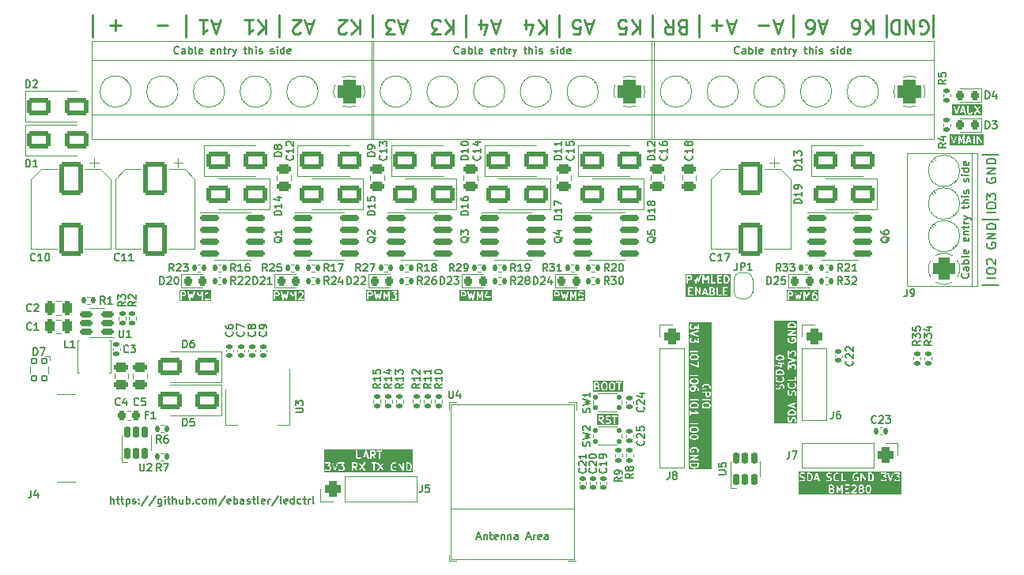
<source format=gbr>
%TF.GenerationSoftware,KiCad,Pcbnew,7.0.9*%
%TF.CreationDate,2023-12-10T19:04:27+01:00*%
%TF.ProjectId,ledctrl,6c656463-7472-46c2-9e6b-696361645f70,rev?*%
%TF.SameCoordinates,Original*%
%TF.FileFunction,Legend,Top*%
%TF.FilePolarity,Positive*%
%FSLAX46Y46*%
G04 Gerber Fmt 4.6, Leading zero omitted, Abs format (unit mm)*
G04 Created by KiCad (PCBNEW 7.0.9) date 2023-12-10 19:04:27*
%MOMM*%
%LPD*%
G01*
G04 APERTURE LIST*
G04 Aperture macros list*
%AMRoundRect*
0 Rectangle with rounded corners*
0 $1 Rounding radius*
0 $2 $3 $4 $5 $6 $7 $8 $9 X,Y pos of 4 corners*
0 Add a 4 corners polygon primitive as box body*
4,1,4,$2,$3,$4,$5,$6,$7,$8,$9,$2,$3,0*
0 Add four circle primitives for the rounded corners*
1,1,$1+$1,$2,$3*
1,1,$1+$1,$4,$5*
1,1,$1+$1,$6,$7*
1,1,$1+$1,$8,$9*
0 Add four rect primitives between the rounded corners*
20,1,$1+$1,$2,$3,$4,$5,0*
20,1,$1+$1,$4,$5,$6,$7,0*
20,1,$1+$1,$6,$7,$8,$9,0*
20,1,$1+$1,$8,$9,$2,$3,0*%
%AMFreePoly0*
4,1,19,0.500000,-0.750000,0.000000,-0.750000,0.000000,-0.744911,-0.071157,-0.744911,-0.207708,-0.704816,-0.327430,-0.627875,-0.420627,-0.520320,-0.479746,-0.390866,-0.500000,-0.250000,-0.500000,0.250000,-0.479746,0.390866,-0.420627,0.520320,-0.327430,0.627875,-0.207708,0.704816,-0.071157,0.744911,0.000000,0.744911,0.000000,0.750000,0.500000,0.750000,0.500000,-0.750000,0.500000,-0.750000,
$1*%
%AMFreePoly1*
4,1,19,0.000000,0.744911,0.071157,0.744911,0.207708,0.704816,0.327430,0.627875,0.420627,0.520320,0.479746,0.390866,0.500000,0.250000,0.500000,-0.250000,0.479746,-0.390866,0.420627,-0.520320,0.327430,-0.627875,0.207708,-0.704816,0.071157,-0.744911,0.000000,-0.744911,0.000000,-0.750000,-0.500000,-0.750000,-0.500000,0.750000,0.000000,0.750000,0.000000,0.744911,0.000000,0.744911,
$1*%
%AMFreePoly2*
4,1,6,0.725000,-0.725000,-0.725000,-0.725000,-0.725000,0.125000,-0.125000,0.725000,0.725000,0.725000,0.725000,-0.725000,0.725000,-0.725000,$1*%
G04 Aperture macros list end*
%ADD10C,0.200000*%
%ADD11C,0.250000*%
%ADD12C,0.150000*%
%ADD13C,0.120000*%
%ADD14C,0.100000*%
%ADD15RoundRect,0.600000X0.600000X-0.600000X0.600000X0.600000X-0.600000X0.600000X-0.600000X-0.600000X0*%
%ADD16C,2.400000*%
%ADD17C,0.650000*%
%ADD18R,1.450000X0.600000*%
%ADD19R,1.450000X0.300000*%
%ADD20O,2.100000X1.000000*%
%ADD21O,1.600000X1.000000*%
%ADD22RoundRect,0.135000X0.135000X0.185000X-0.135000X0.185000X-0.135000X-0.185000X0.135000X-0.185000X0*%
%ADD23RoundRect,0.425000X0.425000X-0.425000X0.425000X0.425000X-0.425000X0.425000X-0.425000X-0.425000X0*%
%ADD24O,1.700000X1.700000*%
%ADD25RoundRect,0.140000X-0.170000X0.140000X-0.170000X-0.140000X0.170000X-0.140000X0.170000X0.140000X0*%
%ADD26RoundRect,0.218750X-0.218750X-0.256250X0.218750X-0.256250X0.218750X0.256250X-0.218750X0.256250X0*%
%ADD27RoundRect,0.250000X1.000000X0.650000X-1.000000X0.650000X-1.000000X-0.650000X1.000000X-0.650000X0*%
%ADD28RoundRect,0.150000X-0.825000X-0.150000X0.825000X-0.150000X0.825000X0.150000X-0.825000X0.150000X0*%
%ADD29RoundRect,0.425000X-0.425000X0.425000X-0.425000X-0.425000X0.425000X-0.425000X0.425000X0.425000X0*%
%ADD30RoundRect,0.137500X-0.137500X-0.147500X0.137500X-0.147500X0.137500X0.147500X-0.137500X0.147500X0*%
%ADD31RoundRect,0.135000X0.185000X-0.135000X0.185000X0.135000X-0.185000X0.135000X-0.185000X-0.135000X0*%
%ADD32RoundRect,0.140000X0.170000X-0.140000X0.170000X0.140000X-0.170000X0.140000X-0.170000X-0.140000X0*%
%ADD33R,1.500000X2.000000*%
%ADD34R,3.800000X2.000000*%
%ADD35RoundRect,0.650000X0.650000X0.650000X-0.650000X0.650000X-0.650000X-0.650000X0.650000X-0.650000X0*%
%ADD36C,2.600000*%
%ADD37RoundRect,0.250000X-0.475000X0.250000X-0.475000X-0.250000X0.475000X-0.250000X0.475000X0.250000X0*%
%ADD38C,0.800000*%
%ADD39C,6.400000*%
%ADD40RoundRect,0.250000X0.250000X0.475000X-0.250000X0.475000X-0.250000X-0.475000X0.250000X-0.475000X0*%
%ADD41RoundRect,0.135000X-0.185000X0.135000X-0.185000X-0.135000X0.185000X-0.135000X0.185000X0.135000X0*%
%ADD42RoundRect,0.250000X-1.000000X-0.650000X1.000000X-0.650000X1.000000X0.650000X-1.000000X0.650000X0*%
%ADD43RoundRect,0.425000X-0.425000X-0.425000X0.425000X-0.425000X0.425000X0.425000X-0.425000X0.425000X0*%
%ADD44RoundRect,0.218750X0.218750X0.256250X-0.218750X0.256250X-0.218750X-0.256250X0.218750X-0.256250X0*%
%ADD45RoundRect,0.250000X-1.000000X1.500000X-1.000000X-1.500000X1.000000X-1.500000X1.000000X1.500000X0*%
%ADD46FreePoly0,270.000000*%
%ADD47FreePoly1,270.000000*%
%ADD48RoundRect,0.150000X0.150000X-0.475000X0.150000X0.475000X-0.150000X0.475000X-0.150000X-0.475000X0*%
%ADD49RoundRect,0.135000X-0.135000X-0.185000X0.135000X-0.185000X0.135000X0.185000X-0.135000X0.185000X0*%
%ADD50R,2.700000X0.800000*%
%ADD51RoundRect,0.105000X-0.245000X0.245000X-0.245000X-0.245000X0.245000X-0.245000X0.245000X0.245000X0*%
%ADD52R,0.800000X0.400000*%
%ADD53R,0.400000X0.800000*%
%ADD54FreePoly2,180.000000*%
%ADD55R,1.450000X1.450000*%
%ADD56R,0.700000X0.700000*%
%ADD57RoundRect,0.140000X0.140000X0.170000X-0.140000X0.170000X-0.140000X-0.170000X0.140000X-0.170000X0*%
%ADD58RoundRect,0.150000X0.512500X0.150000X-0.512500X0.150000X-0.512500X-0.150000X0.512500X-0.150000X0*%
G04 APERTURE END LIST*
D10*
X92800000Y-6750000D02*
X94550000Y-6750000D01*
D11*
X7500000Y5800000D02*
X7500000Y8200000D01*
X62500000Y5800000D02*
X62500000Y8200000D01*
X47500000Y5800000D02*
X47500000Y8200000D01*
X57500000Y5800000D02*
X57500000Y8200000D01*
X27500000Y5800000D02*
X27500000Y8200000D01*
X-2500000Y5800000D02*
X-2500000Y8200000D01*
X82500000Y5800000D02*
X82500000Y8200000D01*
X87500000Y5800000D02*
X87500000Y8200000D01*
D10*
X94550000Y-20750000D02*
X92800000Y-20750000D01*
D11*
X37500000Y5800000D02*
X37500000Y8200000D01*
D10*
X94550000Y-13750000D02*
X92800000Y-13750000D01*
D11*
X72500000Y5800000D02*
X72500000Y8200000D01*
X17500000Y5800000D02*
X17500000Y8200000D01*
D12*
G36*
X27356762Y-21562029D02*
G01*
X27377645Y-21582912D01*
X27402380Y-21632381D01*
X27402380Y-21711255D01*
X27377645Y-21760724D01*
X27356762Y-21781608D01*
X27307294Y-21806342D01*
X27095237Y-21806342D01*
X27095237Y-21537295D01*
X27307294Y-21537295D01*
X27356762Y-21562029D01*
G37*
G36*
X30257142Y-22451581D02*
G01*
X26830951Y-22451581D01*
X26830951Y-22262295D01*
X26945237Y-22262295D01*
X26962784Y-22310504D01*
X27007213Y-22336156D01*
X27057737Y-22327247D01*
X27090714Y-22287947D01*
X27095237Y-22262295D01*
X27095237Y-21956342D01*
X27324999Y-21956342D01*
X27329212Y-21954808D01*
X27333573Y-21955850D01*
X27358540Y-21948424D01*
X27434730Y-21910329D01*
X27435855Y-21909139D01*
X27454222Y-21896280D01*
X27492317Y-21858185D01*
X27493009Y-21856699D01*
X27506366Y-21838693D01*
X27544462Y-21762503D01*
X27544974Y-21758048D01*
X27547857Y-21754613D01*
X27552380Y-21728961D01*
X27552380Y-21614676D01*
X27550846Y-21610462D01*
X27551888Y-21606101D01*
X27544462Y-21581134D01*
X27506366Y-21504944D01*
X27505176Y-21503818D01*
X27492317Y-21485452D01*
X27460529Y-21453664D01*
X27669544Y-21453664D01*
X27671086Y-21479667D01*
X27861562Y-22279666D01*
X27865891Y-22286234D01*
X27866587Y-22294073D01*
X27879648Y-22307103D01*
X27889798Y-22322500D01*
X27897336Y-22324748D01*
X27902907Y-22330306D01*
X27921283Y-22331891D01*
X27938960Y-22337164D01*
X27946182Y-22334039D01*
X27954020Y-22334716D01*
X27969116Y-22324118D01*
X27986046Y-22316795D01*
X27989569Y-22309761D01*
X27996010Y-22305240D01*
X28006990Y-22281620D01*
X28086902Y-21981945D01*
X28166816Y-22281620D01*
X28171321Y-22288071D01*
X28172227Y-22295886D01*
X28185632Y-22308559D01*
X28196193Y-22323680D01*
X28203787Y-22325724D01*
X28209506Y-22331131D01*
X28227919Y-22332222D01*
X28245731Y-22337018D01*
X28252867Y-22333700D01*
X28260720Y-22334166D01*
X28275523Y-22323169D01*
X28292254Y-22315392D01*
X28295588Y-22308263D01*
X28301903Y-22303573D01*
X28312244Y-22279667D01*
X28316380Y-22262295D01*
X28659523Y-22262295D01*
X28677070Y-22310504D01*
X28721499Y-22336156D01*
X28772023Y-22327247D01*
X28805000Y-22287947D01*
X28809523Y-22262295D01*
X28809523Y-21800363D01*
X28933225Y-22065440D01*
X28946992Y-22079199D01*
X28958152Y-22095147D01*
X28964710Y-22096906D01*
X28969513Y-22101706D01*
X28988906Y-22103397D01*
X29007704Y-22108440D01*
X29013856Y-22105573D01*
X29020622Y-22106163D01*
X29036566Y-22094991D01*
X29054206Y-22086772D01*
X29059903Y-22078639D01*
X29062638Y-22076724D01*
X29063498Y-22073509D01*
X29069153Y-22065439D01*
X29192856Y-21800361D01*
X29192856Y-22262295D01*
X29210403Y-22310504D01*
X29254832Y-22336156D01*
X29305356Y-22327247D01*
X29338333Y-22287947D01*
X29342856Y-22262295D01*
X29342856Y-21462295D01*
X29339430Y-21452882D01*
X29339747Y-21449271D01*
X29498757Y-21449271D01*
X29507666Y-21499795D01*
X29546966Y-21532772D01*
X29572618Y-21537295D01*
X29902574Y-21537295D01*
X29744747Y-21717669D01*
X29737440Y-21736520D01*
X29727329Y-21754033D01*
X29728368Y-21759926D01*
X29726206Y-21765505D01*
X29732726Y-21784644D01*
X29736238Y-21804557D01*
X29740821Y-21808402D01*
X29742751Y-21814067D01*
X29760048Y-21824536D01*
X29775538Y-21837534D01*
X29783982Y-21839022D01*
X29786641Y-21840632D01*
X29790082Y-21840098D01*
X29801190Y-21842057D01*
X29897770Y-21842057D01*
X29947239Y-21866791D01*
X29968121Y-21887673D01*
X29992856Y-21937142D01*
X29992856Y-22092209D01*
X29968121Y-22141677D01*
X29947238Y-22162561D01*
X29897770Y-22187295D01*
X29704609Y-22187295D01*
X29655140Y-22162561D01*
X29625652Y-22133072D01*
X29579155Y-22111390D01*
X29529601Y-22124666D01*
X29500174Y-22166692D01*
X29504644Y-22217799D01*
X29519584Y-22239136D01*
X29557679Y-22277232D01*
X29559160Y-22277922D01*
X29577172Y-22291282D01*
X29653363Y-22329377D01*
X29657816Y-22329889D01*
X29661252Y-22332772D01*
X29686904Y-22337295D01*
X29915475Y-22337295D01*
X29919687Y-22335761D01*
X29924049Y-22336804D01*
X29949016Y-22329377D01*
X30025207Y-22291282D01*
X30026331Y-22290094D01*
X30044700Y-22277232D01*
X30082795Y-22239136D01*
X30083486Y-22237653D01*
X30096843Y-22219645D01*
X30134938Y-22143455D01*
X30135450Y-22139001D01*
X30138333Y-22135566D01*
X30142856Y-22109914D01*
X30142856Y-21919438D01*
X30141322Y-21915225D01*
X30142365Y-21910864D01*
X30134938Y-21885897D01*
X30096843Y-21809706D01*
X30095653Y-21808580D01*
X30082794Y-21790214D01*
X30044699Y-21752119D01*
X30043217Y-21751428D01*
X30025207Y-21738070D01*
X29956339Y-21703636D01*
X30124300Y-21511682D01*
X30131606Y-21492829D01*
X30141717Y-21475319D01*
X30140677Y-21469425D01*
X30142840Y-21463847D01*
X30136318Y-21444705D01*
X30132808Y-21424795D01*
X30128226Y-21420950D01*
X30126296Y-21415285D01*
X30108993Y-21404812D01*
X30093508Y-21391818D01*
X30085067Y-21390329D01*
X30082406Y-21388719D01*
X30078961Y-21389253D01*
X30067856Y-21387295D01*
X29572618Y-21387295D01*
X29524409Y-21404842D01*
X29498757Y-21449271D01*
X29339747Y-21449271D01*
X29340306Y-21442905D01*
X29330912Y-21429480D01*
X29325309Y-21414086D01*
X29316636Y-21409078D01*
X29310893Y-21400871D01*
X29295067Y-21396625D01*
X29280880Y-21388434D01*
X29271015Y-21390173D01*
X29261341Y-21387578D01*
X29246489Y-21394498D01*
X29230356Y-21397343D01*
X29223917Y-21405015D01*
X29214839Y-21409246D01*
X29199892Y-21430579D01*
X29001189Y-21856369D01*
X28802487Y-21430579D01*
X28795401Y-21423498D01*
X28791976Y-21414086D01*
X28777786Y-21405893D01*
X28766199Y-21394313D01*
X28756222Y-21393442D01*
X28747547Y-21388434D01*
X28731411Y-21391279D01*
X28715090Y-21389856D01*
X28706886Y-21395603D01*
X28697023Y-21397343D01*
X28686491Y-21409893D01*
X28673074Y-21419295D01*
X28670484Y-21428969D01*
X28664046Y-21436643D01*
X28659523Y-21462295D01*
X28659523Y-22262295D01*
X28316380Y-22262295D01*
X28502721Y-21479667D01*
X28496818Y-21428705D01*
X28459539Y-21393460D01*
X28408325Y-21390424D01*
X28367142Y-21421017D01*
X28356800Y-21444924D01*
X28235167Y-21955779D01*
X28159371Y-21671541D01*
X28155443Y-21665918D01*
X28154838Y-21659088D01*
X28141100Y-21645382D01*
X28129994Y-21629481D01*
X28123375Y-21627698D01*
X28118519Y-21622854D01*
X28099185Y-21621185D01*
X28080456Y-21616143D01*
X28074237Y-21619033D01*
X28067405Y-21618444D01*
X28051524Y-21629591D01*
X28033933Y-21637769D01*
X28031027Y-21643980D01*
X28025415Y-21647920D01*
X28014435Y-21671541D01*
X27938638Y-21955778D01*
X27817006Y-21444923D01*
X27788770Y-21402090D01*
X27739608Y-21387426D01*
X27692522Y-21407795D01*
X27669544Y-21453664D01*
X27460529Y-21453664D01*
X27454222Y-21447357D01*
X27452740Y-21446666D01*
X27434730Y-21433308D01*
X27358540Y-21395213D01*
X27354086Y-21394700D01*
X27350651Y-21391818D01*
X27324999Y-21387295D01*
X27020237Y-21387295D01*
X27001928Y-21393958D01*
X26982737Y-21397343D01*
X26978386Y-21402527D01*
X26972028Y-21404842D01*
X26962285Y-21421715D01*
X26949760Y-21436643D01*
X26948042Y-21446385D01*
X26946376Y-21449271D01*
X26946954Y-21452553D01*
X26945237Y-21462295D01*
X26945237Y-22262295D01*
X26830951Y-22262295D01*
X26830951Y-21273009D01*
X30257142Y-21273009D01*
X30257142Y-22451581D01*
G37*
D11*
X81107142Y7680928D02*
X81107142Y6180928D01*
X80249999Y7680928D02*
X80892856Y6823785D01*
X80249999Y6180928D02*
X81107142Y7038071D01*
X78964285Y6180928D02*
X79249999Y6180928D01*
X79249999Y6180928D02*
X79392856Y6252357D01*
X79392856Y6252357D02*
X79464285Y6323785D01*
X79464285Y6323785D02*
X79607142Y6538071D01*
X79607142Y6538071D02*
X79678570Y6823785D01*
X79678570Y6823785D02*
X79678570Y7395214D01*
X79678570Y7395214D02*
X79607142Y7538071D01*
X79607142Y7538071D02*
X79535713Y7609500D01*
X79535713Y7609500D02*
X79392856Y7680928D01*
X79392856Y7680928D02*
X79107142Y7680928D01*
X79107142Y7680928D02*
X78964285Y7609500D01*
X78964285Y7609500D02*
X78892856Y7538071D01*
X78892856Y7538071D02*
X78821427Y7395214D01*
X78821427Y7395214D02*
X78821427Y7038071D01*
X78821427Y7038071D02*
X78892856Y6895214D01*
X78892856Y6895214D02*
X78964285Y6823785D01*
X78964285Y6823785D02*
X79107142Y6752357D01*
X79107142Y6752357D02*
X79392856Y6752357D01*
X79392856Y6752357D02*
X79535713Y6823785D01*
X79535713Y6823785D02*
X79607142Y6895214D01*
X79607142Y6895214D02*
X79678570Y7038071D01*
X16107142Y7680928D02*
X16107142Y6180928D01*
X15249999Y7680928D02*
X15892856Y6823785D01*
X15249999Y6180928D02*
X16107142Y7038071D01*
X13821427Y7680928D02*
X14678570Y7680928D01*
X14249999Y7680928D02*
X14249999Y6180928D01*
X14249999Y6180928D02*
X14392856Y6395214D01*
X14392856Y6395214D02*
X14535713Y6538071D01*
X14535713Y6538071D02*
X14678570Y6609500D01*
X86142856Y6252357D02*
X86285714Y6180928D01*
X86285714Y6180928D02*
X86499999Y6180928D01*
X86499999Y6180928D02*
X86714285Y6252357D01*
X86714285Y6252357D02*
X86857142Y6395214D01*
X86857142Y6395214D02*
X86928571Y6538071D01*
X86928571Y6538071D02*
X86999999Y6823785D01*
X86999999Y6823785D02*
X86999999Y7038071D01*
X86999999Y7038071D02*
X86928571Y7323785D01*
X86928571Y7323785D02*
X86857142Y7466642D01*
X86857142Y7466642D02*
X86714285Y7609500D01*
X86714285Y7609500D02*
X86499999Y7680928D01*
X86499999Y7680928D02*
X86357142Y7680928D01*
X86357142Y7680928D02*
X86142856Y7609500D01*
X86142856Y7609500D02*
X86071428Y7538071D01*
X86071428Y7538071D02*
X86071428Y7038071D01*
X86071428Y7038071D02*
X86357142Y7038071D01*
X85428571Y7680928D02*
X85428571Y6180928D01*
X85428571Y6180928D02*
X84571428Y7680928D01*
X84571428Y7680928D02*
X84571428Y6180928D01*
X83857142Y7680928D02*
X83857142Y6180928D01*
X83857142Y6180928D02*
X83499999Y6180928D01*
X83499999Y6180928D02*
X83285713Y6252357D01*
X83285713Y6252357D02*
X83142856Y6395214D01*
X83142856Y6395214D02*
X83071427Y6538071D01*
X83071427Y6538071D02*
X82999999Y6823785D01*
X82999999Y6823785D02*
X82999999Y7038071D01*
X82999999Y7038071D02*
X83071427Y7323785D01*
X83071427Y7323785D02*
X83142856Y7466642D01*
X83142856Y7466642D02*
X83285713Y7609500D01*
X83285713Y7609500D02*
X83499999Y7680928D01*
X83499999Y7680928D02*
X83857142Y7680928D01*
D12*
G36*
X74947239Y-21866791D02*
G01*
X74968121Y-21887673D01*
X74992856Y-21937142D01*
X74992856Y-22092209D01*
X74968121Y-22141677D01*
X74947238Y-22162561D01*
X74897770Y-22187295D01*
X74780799Y-22187295D01*
X74731331Y-22162561D01*
X74710447Y-22141676D01*
X74685713Y-22092208D01*
X74685713Y-21937143D01*
X74710448Y-21887673D01*
X74731331Y-21866791D01*
X74780799Y-21842057D01*
X74897770Y-21842057D01*
X74947239Y-21866791D01*
G37*
G36*
X72356762Y-21562029D02*
G01*
X72377645Y-21582912D01*
X72402380Y-21632381D01*
X72402380Y-21711255D01*
X72377645Y-21760724D01*
X72356762Y-21781608D01*
X72307294Y-21806342D01*
X72095237Y-21806342D01*
X72095237Y-21537295D01*
X72307294Y-21537295D01*
X72356762Y-21562029D01*
G37*
G36*
X75257142Y-22451581D02*
G01*
X71830951Y-22451581D01*
X71830951Y-22262295D01*
X71945237Y-22262295D01*
X71962784Y-22310504D01*
X72007213Y-22336156D01*
X72057737Y-22327247D01*
X72090714Y-22287947D01*
X72095237Y-22262295D01*
X72095237Y-21956342D01*
X72324999Y-21956342D01*
X72329212Y-21954808D01*
X72333573Y-21955850D01*
X72358540Y-21948424D01*
X72434730Y-21910329D01*
X72435855Y-21909139D01*
X72454222Y-21896280D01*
X72492317Y-21858185D01*
X72493009Y-21856699D01*
X72506366Y-21838693D01*
X72544462Y-21762503D01*
X72544974Y-21758048D01*
X72547857Y-21754613D01*
X72552380Y-21728961D01*
X72552380Y-21614676D01*
X72550846Y-21610462D01*
X72551888Y-21606101D01*
X72544462Y-21581134D01*
X72506366Y-21504944D01*
X72505176Y-21503818D01*
X72492317Y-21485452D01*
X72460529Y-21453664D01*
X72669544Y-21453664D01*
X72671086Y-21479667D01*
X72861562Y-22279666D01*
X72865891Y-22286234D01*
X72866587Y-22294073D01*
X72879648Y-22307103D01*
X72889798Y-22322500D01*
X72897336Y-22324748D01*
X72902907Y-22330306D01*
X72921283Y-22331891D01*
X72938960Y-22337164D01*
X72946182Y-22334039D01*
X72954020Y-22334716D01*
X72969116Y-22324118D01*
X72986046Y-22316795D01*
X72989569Y-22309761D01*
X72996010Y-22305240D01*
X73006990Y-22281620D01*
X73086902Y-21981945D01*
X73166816Y-22281620D01*
X73171321Y-22288071D01*
X73172227Y-22295886D01*
X73185632Y-22308559D01*
X73196193Y-22323680D01*
X73203787Y-22325724D01*
X73209506Y-22331131D01*
X73227919Y-22332222D01*
X73245731Y-22337018D01*
X73252867Y-22333700D01*
X73260720Y-22334166D01*
X73275523Y-22323169D01*
X73292254Y-22315392D01*
X73295588Y-22308263D01*
X73301903Y-22303573D01*
X73312244Y-22279667D01*
X73316380Y-22262295D01*
X73659523Y-22262295D01*
X73677070Y-22310504D01*
X73721499Y-22336156D01*
X73772023Y-22327247D01*
X73805000Y-22287947D01*
X73809523Y-22262295D01*
X73809523Y-21800363D01*
X73933225Y-22065440D01*
X73946992Y-22079199D01*
X73958152Y-22095147D01*
X73964710Y-22096906D01*
X73969513Y-22101706D01*
X73988906Y-22103397D01*
X74007704Y-22108440D01*
X74013856Y-22105573D01*
X74020622Y-22106163D01*
X74036566Y-22094991D01*
X74054206Y-22086772D01*
X74059903Y-22078639D01*
X74062638Y-22076724D01*
X74063498Y-22073509D01*
X74069153Y-22065439D01*
X74192856Y-21800361D01*
X74192856Y-22262295D01*
X74210403Y-22310504D01*
X74254832Y-22336156D01*
X74305356Y-22327247D01*
X74338333Y-22287947D01*
X74342856Y-22262295D01*
X74342856Y-22109914D01*
X74535713Y-22109914D01*
X74537246Y-22114127D01*
X74536205Y-22118489D01*
X74543631Y-22143456D01*
X74581727Y-22219645D01*
X74582915Y-22220770D01*
X74595775Y-22239136D01*
X74633870Y-22277232D01*
X74635351Y-22277922D01*
X74653363Y-22291282D01*
X74729553Y-22329377D01*
X74734006Y-22329889D01*
X74737442Y-22332772D01*
X74763094Y-22337295D01*
X74915475Y-22337295D01*
X74919687Y-22335761D01*
X74924049Y-22336804D01*
X74949016Y-22329377D01*
X75025207Y-22291282D01*
X75026331Y-22290094D01*
X75044700Y-22277232D01*
X75082795Y-22239136D01*
X75083486Y-22237653D01*
X75096843Y-22219645D01*
X75134938Y-22143455D01*
X75135450Y-22139001D01*
X75138333Y-22135566D01*
X75142856Y-22109914D01*
X75142856Y-21919438D01*
X75141322Y-21915225D01*
X75142365Y-21910864D01*
X75134938Y-21885897D01*
X75096843Y-21809706D01*
X75095653Y-21808580D01*
X75082794Y-21790214D01*
X75044699Y-21752119D01*
X75043217Y-21751428D01*
X75025207Y-21738070D01*
X74949016Y-21699975D01*
X74944562Y-21699462D01*
X74941127Y-21696580D01*
X74915475Y-21692057D01*
X74763094Y-21692057D01*
X74758880Y-21693590D01*
X74754520Y-21692549D01*
X74729553Y-21699975D01*
X74712139Y-21708681D01*
X74718419Y-21683563D01*
X74783285Y-21586265D01*
X74807520Y-21562029D01*
X74856990Y-21537295D01*
X74991666Y-21537295D01*
X75039875Y-21519748D01*
X75065527Y-21475319D01*
X75056618Y-21424795D01*
X75017318Y-21391818D01*
X74991666Y-21387295D01*
X74839285Y-21387295D01*
X74835072Y-21388828D01*
X74830711Y-21387786D01*
X74805744Y-21395213D01*
X74729553Y-21433308D01*
X74728427Y-21434497D01*
X74710061Y-21447357D01*
X74671966Y-21485452D01*
X74670489Y-21488618D01*
X74662595Y-21496883D01*
X74586405Y-21611169D01*
X74586303Y-21611585D01*
X74576048Y-21634580D01*
X74537952Y-21786961D01*
X74538312Y-21790409D01*
X74535713Y-21805152D01*
X74535713Y-22109914D01*
X74342856Y-22109914D01*
X74342856Y-21462295D01*
X74339430Y-21452882D01*
X74340306Y-21442905D01*
X74330912Y-21429480D01*
X74325309Y-21414086D01*
X74316636Y-21409078D01*
X74310893Y-21400871D01*
X74295067Y-21396625D01*
X74280880Y-21388434D01*
X74271015Y-21390173D01*
X74261341Y-21387578D01*
X74246489Y-21394498D01*
X74230356Y-21397343D01*
X74223917Y-21405015D01*
X74214839Y-21409246D01*
X74199892Y-21430579D01*
X74001189Y-21856369D01*
X73802487Y-21430579D01*
X73795401Y-21423498D01*
X73791976Y-21414086D01*
X73777786Y-21405893D01*
X73766199Y-21394313D01*
X73756222Y-21393442D01*
X73747547Y-21388434D01*
X73731411Y-21391279D01*
X73715090Y-21389856D01*
X73706886Y-21395603D01*
X73697023Y-21397343D01*
X73686491Y-21409893D01*
X73673074Y-21419295D01*
X73670484Y-21428969D01*
X73664046Y-21436643D01*
X73659523Y-21462295D01*
X73659523Y-22262295D01*
X73316380Y-22262295D01*
X73502721Y-21479667D01*
X73496818Y-21428705D01*
X73459539Y-21393460D01*
X73408325Y-21390424D01*
X73367142Y-21421017D01*
X73356800Y-21444924D01*
X73235167Y-21955779D01*
X73159371Y-21671541D01*
X73155443Y-21665918D01*
X73154838Y-21659088D01*
X73141100Y-21645382D01*
X73129994Y-21629481D01*
X73123375Y-21627698D01*
X73118519Y-21622854D01*
X73099185Y-21621185D01*
X73080456Y-21616143D01*
X73074237Y-21619033D01*
X73067405Y-21618444D01*
X73051524Y-21629591D01*
X73033933Y-21637769D01*
X73031027Y-21643980D01*
X73025415Y-21647920D01*
X73014435Y-21671541D01*
X72938638Y-21955778D01*
X72817006Y-21444923D01*
X72788770Y-21402090D01*
X72739608Y-21387426D01*
X72692522Y-21407795D01*
X72669544Y-21453664D01*
X72460529Y-21453664D01*
X72454222Y-21447357D01*
X72452740Y-21446666D01*
X72434730Y-21433308D01*
X72358540Y-21395213D01*
X72354086Y-21394700D01*
X72350651Y-21391818D01*
X72324999Y-21387295D01*
X72020237Y-21387295D01*
X72001928Y-21393958D01*
X71982737Y-21397343D01*
X71978386Y-21402527D01*
X71972028Y-21404842D01*
X71962285Y-21421715D01*
X71949760Y-21436643D01*
X71948042Y-21446385D01*
X71946376Y-21449271D01*
X71946954Y-21452553D01*
X71945237Y-21462295D01*
X71945237Y-22262295D01*
X71830951Y-22262295D01*
X71830951Y-21273009D01*
X75257142Y-21273009D01*
X75257142Y-22451581D01*
G37*
G36*
X17356762Y-21562029D02*
G01*
X17377645Y-21582912D01*
X17402380Y-21632381D01*
X17402380Y-21711255D01*
X17377645Y-21760724D01*
X17356762Y-21781608D01*
X17307294Y-21806342D01*
X17095237Y-21806342D01*
X17095237Y-21537295D01*
X17307294Y-21537295D01*
X17356762Y-21562029D01*
G37*
G36*
X20257142Y-22451581D02*
G01*
X16830951Y-22451581D01*
X16830951Y-22262295D01*
X16945237Y-22262295D01*
X16962784Y-22310504D01*
X17007213Y-22336156D01*
X17057737Y-22327247D01*
X17090714Y-22287947D01*
X17095237Y-22262295D01*
X17095237Y-21956342D01*
X17324999Y-21956342D01*
X17329212Y-21954808D01*
X17333573Y-21955850D01*
X17358540Y-21948424D01*
X17434730Y-21910329D01*
X17435855Y-21909139D01*
X17454222Y-21896280D01*
X17492317Y-21858185D01*
X17493009Y-21856699D01*
X17506366Y-21838693D01*
X17544462Y-21762503D01*
X17544974Y-21758048D01*
X17547857Y-21754613D01*
X17552380Y-21728961D01*
X17552380Y-21614676D01*
X17550846Y-21610462D01*
X17551888Y-21606101D01*
X17544462Y-21581134D01*
X17506366Y-21504944D01*
X17505176Y-21503818D01*
X17492317Y-21485452D01*
X17460529Y-21453664D01*
X17669544Y-21453664D01*
X17671086Y-21479667D01*
X17861562Y-22279666D01*
X17865891Y-22286234D01*
X17866587Y-22294073D01*
X17879648Y-22307103D01*
X17889798Y-22322500D01*
X17897336Y-22324748D01*
X17902907Y-22330306D01*
X17921283Y-22331891D01*
X17938960Y-22337164D01*
X17946182Y-22334039D01*
X17954020Y-22334716D01*
X17969116Y-22324118D01*
X17986046Y-22316795D01*
X17989569Y-22309761D01*
X17996010Y-22305240D01*
X18006990Y-22281620D01*
X18086902Y-21981945D01*
X18166816Y-22281620D01*
X18171321Y-22288071D01*
X18172227Y-22295886D01*
X18185632Y-22308559D01*
X18196193Y-22323680D01*
X18203787Y-22325724D01*
X18209506Y-22331131D01*
X18227919Y-22332222D01*
X18245731Y-22337018D01*
X18252867Y-22333700D01*
X18260720Y-22334166D01*
X18275523Y-22323169D01*
X18292254Y-22315392D01*
X18295588Y-22308263D01*
X18301903Y-22303573D01*
X18312244Y-22279667D01*
X18316380Y-22262295D01*
X18659523Y-22262295D01*
X18677070Y-22310504D01*
X18721499Y-22336156D01*
X18772023Y-22327247D01*
X18805000Y-22287947D01*
X18809523Y-22262295D01*
X18809523Y-21800363D01*
X18933225Y-22065440D01*
X18946992Y-22079199D01*
X18958152Y-22095147D01*
X18964710Y-22096906D01*
X18969513Y-22101706D01*
X18988906Y-22103397D01*
X19007704Y-22108440D01*
X19013856Y-22105573D01*
X19020622Y-22106163D01*
X19036566Y-22094991D01*
X19054206Y-22086772D01*
X19059903Y-22078639D01*
X19062638Y-22076724D01*
X19063498Y-22073509D01*
X19069153Y-22065439D01*
X19192856Y-21800361D01*
X19192856Y-22262295D01*
X19210403Y-22310504D01*
X19254832Y-22336156D01*
X19305356Y-22327247D01*
X19338333Y-22287947D01*
X19342856Y-22262295D01*
X19342856Y-22255759D01*
X19497904Y-22255759D01*
X19503745Y-22277561D01*
X19507666Y-22299795D01*
X19510293Y-22301999D01*
X19511181Y-22305313D01*
X19529672Y-22318261D01*
X19546966Y-22332772D01*
X19551550Y-22333580D01*
X19553207Y-22334740D01*
X19556495Y-22334452D01*
X19572618Y-22337295D01*
X20067856Y-22337295D01*
X20116065Y-22319748D01*
X20141717Y-22275319D01*
X20132808Y-22224795D01*
X20093508Y-22191818D01*
X20067856Y-22187295D01*
X19753684Y-22187295D01*
X20082794Y-21858185D01*
X20084688Y-21854121D01*
X20088510Y-21851774D01*
X20100912Y-21828869D01*
X20139007Y-21714583D01*
X20138962Y-21712948D01*
X20142856Y-21690866D01*
X20142856Y-21614676D01*
X20141322Y-21610463D01*
X20142365Y-21606102D01*
X20134938Y-21581135D01*
X20096843Y-21504944D01*
X20095653Y-21503818D01*
X20082794Y-21485452D01*
X20044699Y-21447357D01*
X20043217Y-21446666D01*
X20025207Y-21433308D01*
X19949016Y-21395213D01*
X19944562Y-21394700D01*
X19941127Y-21391818D01*
X19915475Y-21387295D01*
X19724999Y-21387295D01*
X19720785Y-21388828D01*
X19716425Y-21387787D01*
X19691458Y-21395213D01*
X19615268Y-21433308D01*
X19614142Y-21434496D01*
X19595777Y-21447356D01*
X19557681Y-21485451D01*
X19535999Y-21531948D01*
X19549275Y-21581502D01*
X19591301Y-21610929D01*
X19642408Y-21606459D01*
X19663745Y-21591519D01*
X19693235Y-21562029D01*
X19742704Y-21537295D01*
X19897770Y-21537295D01*
X19947239Y-21562029D01*
X19968121Y-21582911D01*
X19992856Y-21632380D01*
X19992856Y-21678696D01*
X19964208Y-21764638D01*
X19519585Y-22209262D01*
X19510047Y-22229715D01*
X19498757Y-22249271D01*
X19499353Y-22252651D01*
X19497904Y-22255759D01*
X19342856Y-22255759D01*
X19342856Y-21462295D01*
X19339430Y-21452882D01*
X19340306Y-21442905D01*
X19330912Y-21429480D01*
X19325309Y-21414086D01*
X19316636Y-21409078D01*
X19310893Y-21400871D01*
X19295067Y-21396625D01*
X19280880Y-21388434D01*
X19271015Y-21390173D01*
X19261341Y-21387578D01*
X19246489Y-21394498D01*
X19230356Y-21397343D01*
X19223917Y-21405015D01*
X19214839Y-21409246D01*
X19199892Y-21430579D01*
X19001189Y-21856369D01*
X18802487Y-21430579D01*
X18795401Y-21423498D01*
X18791976Y-21414086D01*
X18777786Y-21405893D01*
X18766199Y-21394313D01*
X18756222Y-21393442D01*
X18747547Y-21388434D01*
X18731411Y-21391279D01*
X18715090Y-21389856D01*
X18706886Y-21395603D01*
X18697023Y-21397343D01*
X18686491Y-21409893D01*
X18673074Y-21419295D01*
X18670484Y-21428969D01*
X18664046Y-21436643D01*
X18659523Y-21462295D01*
X18659523Y-22262295D01*
X18316380Y-22262295D01*
X18502721Y-21479667D01*
X18496818Y-21428705D01*
X18459539Y-21393460D01*
X18408325Y-21390424D01*
X18367142Y-21421017D01*
X18356800Y-21444924D01*
X18235167Y-21955779D01*
X18159371Y-21671541D01*
X18155443Y-21665918D01*
X18154838Y-21659088D01*
X18141100Y-21645382D01*
X18129994Y-21629481D01*
X18123375Y-21627698D01*
X18118519Y-21622854D01*
X18099185Y-21621185D01*
X18080456Y-21616143D01*
X18074237Y-21619033D01*
X18067405Y-21618444D01*
X18051524Y-21629591D01*
X18033933Y-21637769D01*
X18031027Y-21643980D01*
X18025415Y-21647920D01*
X18014435Y-21671541D01*
X17938638Y-21955778D01*
X17817006Y-21444923D01*
X17788770Y-21402090D01*
X17739608Y-21387426D01*
X17692522Y-21407795D01*
X17669544Y-21453664D01*
X17460529Y-21453664D01*
X17454222Y-21447357D01*
X17452740Y-21446666D01*
X17434730Y-21433308D01*
X17358540Y-21395213D01*
X17354086Y-21394700D01*
X17350651Y-21391818D01*
X17324999Y-21387295D01*
X17020237Y-21387295D01*
X17001928Y-21393958D01*
X16982737Y-21397343D01*
X16978386Y-21402527D01*
X16972028Y-21404842D01*
X16962285Y-21421715D01*
X16949760Y-21436643D01*
X16948042Y-21446385D01*
X16946376Y-21449271D01*
X16946954Y-21452553D01*
X16945237Y-21462295D01*
X16945237Y-22262295D01*
X16830951Y-22262295D01*
X16830951Y-21273009D01*
X20257142Y-21273009D01*
X20257142Y-22451581D01*
G37*
D10*
X93299838Y-9261904D02*
X93252219Y-9357142D01*
X93252219Y-9357142D02*
X93252219Y-9499999D01*
X93252219Y-9499999D02*
X93299838Y-9642856D01*
X93299838Y-9642856D02*
X93395076Y-9738094D01*
X93395076Y-9738094D02*
X93490314Y-9785713D01*
X93490314Y-9785713D02*
X93680790Y-9833332D01*
X93680790Y-9833332D02*
X93823647Y-9833332D01*
X93823647Y-9833332D02*
X94014123Y-9785713D01*
X94014123Y-9785713D02*
X94109361Y-9738094D01*
X94109361Y-9738094D02*
X94204600Y-9642856D01*
X94204600Y-9642856D02*
X94252219Y-9499999D01*
X94252219Y-9499999D02*
X94252219Y-9404761D01*
X94252219Y-9404761D02*
X94204600Y-9261904D01*
X94204600Y-9261904D02*
X94156980Y-9214285D01*
X94156980Y-9214285D02*
X93823647Y-9214285D01*
X93823647Y-9214285D02*
X93823647Y-9404761D01*
X94252219Y-8785713D02*
X93252219Y-8785713D01*
X93252219Y-8785713D02*
X94252219Y-8214285D01*
X94252219Y-8214285D02*
X93252219Y-8214285D01*
X94252219Y-7738094D02*
X93252219Y-7738094D01*
X93252219Y-7738094D02*
X93252219Y-7499999D01*
X93252219Y-7499999D02*
X93299838Y-7357142D01*
X93299838Y-7357142D02*
X93395076Y-7261904D01*
X93395076Y-7261904D02*
X93490314Y-7214285D01*
X93490314Y-7214285D02*
X93680790Y-7166666D01*
X93680790Y-7166666D02*
X93823647Y-7166666D01*
X93823647Y-7166666D02*
X94014123Y-7214285D01*
X94014123Y-7214285D02*
X94109361Y-7261904D01*
X94109361Y-7261904D02*
X94204600Y-7357142D01*
X94204600Y-7357142D02*
X94252219Y-7499999D01*
X94252219Y-7499999D02*
X94252219Y-7738094D01*
D12*
G36*
X47356762Y-21562029D02*
G01*
X47377645Y-21582912D01*
X47402380Y-21632381D01*
X47402380Y-21711255D01*
X47377645Y-21760724D01*
X47356762Y-21781608D01*
X47307294Y-21806342D01*
X47095237Y-21806342D01*
X47095237Y-21537295D01*
X47307294Y-21537295D01*
X47356762Y-21562029D01*
G37*
G36*
X50257142Y-22451581D02*
G01*
X46830951Y-22451581D01*
X46830951Y-22262295D01*
X46945237Y-22262295D01*
X46962784Y-22310504D01*
X47007213Y-22336156D01*
X47057737Y-22327247D01*
X47090714Y-22287947D01*
X47095237Y-22262295D01*
X47095237Y-21956342D01*
X47324999Y-21956342D01*
X47329212Y-21954808D01*
X47333573Y-21955850D01*
X47358540Y-21948424D01*
X47434730Y-21910329D01*
X47435855Y-21909139D01*
X47454222Y-21896280D01*
X47492317Y-21858185D01*
X47493009Y-21856699D01*
X47506366Y-21838693D01*
X47544462Y-21762503D01*
X47544974Y-21758048D01*
X47547857Y-21754613D01*
X47552380Y-21728961D01*
X47552380Y-21614676D01*
X47550846Y-21610462D01*
X47551888Y-21606101D01*
X47544462Y-21581134D01*
X47506366Y-21504944D01*
X47505176Y-21503818D01*
X47492317Y-21485452D01*
X47460529Y-21453664D01*
X47669544Y-21453664D01*
X47671086Y-21479667D01*
X47861562Y-22279666D01*
X47865891Y-22286234D01*
X47866587Y-22294073D01*
X47879648Y-22307103D01*
X47889798Y-22322500D01*
X47897336Y-22324748D01*
X47902907Y-22330306D01*
X47921283Y-22331891D01*
X47938960Y-22337164D01*
X47946182Y-22334039D01*
X47954020Y-22334716D01*
X47969116Y-22324118D01*
X47986046Y-22316795D01*
X47989569Y-22309761D01*
X47996010Y-22305240D01*
X48006990Y-22281620D01*
X48086902Y-21981945D01*
X48166816Y-22281620D01*
X48171321Y-22288071D01*
X48172227Y-22295886D01*
X48185632Y-22308559D01*
X48196193Y-22323680D01*
X48203787Y-22325724D01*
X48209506Y-22331131D01*
X48227919Y-22332222D01*
X48245731Y-22337018D01*
X48252867Y-22333700D01*
X48260720Y-22334166D01*
X48275523Y-22323169D01*
X48292254Y-22315392D01*
X48295588Y-22308263D01*
X48301903Y-22303573D01*
X48312244Y-22279667D01*
X48316380Y-22262295D01*
X48659523Y-22262295D01*
X48677070Y-22310504D01*
X48721499Y-22336156D01*
X48772023Y-22327247D01*
X48805000Y-22287947D01*
X48809523Y-22262295D01*
X48809523Y-21800363D01*
X48933225Y-22065440D01*
X48946992Y-22079199D01*
X48958152Y-22095147D01*
X48964710Y-22096906D01*
X48969513Y-22101706D01*
X48988906Y-22103397D01*
X49007704Y-22108440D01*
X49013856Y-22105573D01*
X49020622Y-22106163D01*
X49036566Y-22094991D01*
X49054206Y-22086772D01*
X49059903Y-22078639D01*
X49062638Y-22076724D01*
X49063498Y-22073509D01*
X49069153Y-22065439D01*
X49192856Y-21800361D01*
X49192856Y-22262295D01*
X49210403Y-22310504D01*
X49254832Y-22336156D01*
X49305356Y-22327247D01*
X49338333Y-22287947D01*
X49342856Y-22262295D01*
X49342856Y-21836710D01*
X49535999Y-21836710D01*
X49542530Y-21861087D01*
X49548748Y-21885500D01*
X49549147Y-21885786D01*
X49549275Y-21886264D01*
X49569921Y-21900721D01*
X49590404Y-21915445D01*
X49590896Y-21915408D01*
X49591301Y-21915691D01*
X49616436Y-21913492D01*
X49641564Y-21911608D01*
X49641916Y-21911263D01*
X49642408Y-21911221D01*
X49663745Y-21896281D01*
X49693235Y-21866791D01*
X49742704Y-21842057D01*
X49897770Y-21842057D01*
X49947239Y-21866791D01*
X49968121Y-21887673D01*
X49992856Y-21937142D01*
X49992856Y-22092209D01*
X49968121Y-22141677D01*
X49947238Y-22162561D01*
X49897770Y-22187295D01*
X49742704Y-22187295D01*
X49693236Y-22162561D01*
X49663746Y-22133071D01*
X49617249Y-22111390D01*
X49567695Y-22124667D01*
X49538268Y-22166693D01*
X49542740Y-22217800D01*
X49557680Y-22239137D01*
X49595776Y-22277233D01*
X49597257Y-22277923D01*
X49615268Y-22291282D01*
X49691458Y-22329377D01*
X49695911Y-22329889D01*
X49699347Y-22332772D01*
X49724999Y-22337295D01*
X49915475Y-22337295D01*
X49919687Y-22335761D01*
X49924049Y-22336804D01*
X49949016Y-22329377D01*
X50025207Y-22291282D01*
X50026331Y-22290094D01*
X50044700Y-22277232D01*
X50082795Y-22239136D01*
X50083486Y-22237653D01*
X50096843Y-22219645D01*
X50134938Y-22143455D01*
X50135450Y-22139001D01*
X50138333Y-22135566D01*
X50142856Y-22109914D01*
X50142856Y-21919438D01*
X50141322Y-21915225D01*
X50142365Y-21910864D01*
X50134938Y-21885897D01*
X50096843Y-21809706D01*
X50095653Y-21808580D01*
X50082794Y-21790214D01*
X50044699Y-21752119D01*
X50043217Y-21751428D01*
X50025207Y-21738070D01*
X49949016Y-21699975D01*
X49944562Y-21699462D01*
X49941127Y-21696580D01*
X49915475Y-21692057D01*
X49724999Y-21692057D01*
X49720785Y-21693590D01*
X49716425Y-21692549D01*
X49700689Y-21697229D01*
X49716683Y-21537295D01*
X50029761Y-21537295D01*
X50077970Y-21519748D01*
X50103622Y-21475319D01*
X50094713Y-21424795D01*
X50055413Y-21391818D01*
X50029761Y-21387295D01*
X49648809Y-21387295D01*
X49633841Y-21392742D01*
X49617958Y-21393934D01*
X49610451Y-21401256D01*
X49600600Y-21404842D01*
X49592636Y-21418635D01*
X49581234Y-21429758D01*
X49576502Y-21446578D01*
X49574948Y-21449271D01*
X49575255Y-21451013D01*
X49574181Y-21454832D01*
X49536085Y-21835784D01*
X49536207Y-21836263D01*
X49535999Y-21836710D01*
X49342856Y-21836710D01*
X49342856Y-21462295D01*
X49339430Y-21452882D01*
X49340306Y-21442905D01*
X49330912Y-21429480D01*
X49325309Y-21414086D01*
X49316636Y-21409078D01*
X49310893Y-21400871D01*
X49295067Y-21396625D01*
X49280880Y-21388434D01*
X49271015Y-21390173D01*
X49261341Y-21387578D01*
X49246489Y-21394498D01*
X49230356Y-21397343D01*
X49223917Y-21405015D01*
X49214839Y-21409246D01*
X49199892Y-21430579D01*
X49001189Y-21856369D01*
X48802487Y-21430579D01*
X48795401Y-21423498D01*
X48791976Y-21414086D01*
X48777786Y-21405893D01*
X48766199Y-21394313D01*
X48756222Y-21393442D01*
X48747547Y-21388434D01*
X48731411Y-21391279D01*
X48715090Y-21389856D01*
X48706886Y-21395603D01*
X48697023Y-21397343D01*
X48686491Y-21409893D01*
X48673074Y-21419295D01*
X48670484Y-21428969D01*
X48664046Y-21436643D01*
X48659523Y-21462295D01*
X48659523Y-22262295D01*
X48316380Y-22262295D01*
X48502721Y-21479667D01*
X48496818Y-21428705D01*
X48459539Y-21393460D01*
X48408325Y-21390424D01*
X48367142Y-21421017D01*
X48356800Y-21444924D01*
X48235167Y-21955779D01*
X48159371Y-21671541D01*
X48155443Y-21665918D01*
X48154838Y-21659088D01*
X48141100Y-21645382D01*
X48129994Y-21629481D01*
X48123375Y-21627698D01*
X48118519Y-21622854D01*
X48099185Y-21621185D01*
X48080456Y-21616143D01*
X48074237Y-21619033D01*
X48067405Y-21618444D01*
X48051524Y-21629591D01*
X48033933Y-21637769D01*
X48031027Y-21643980D01*
X48025415Y-21647920D01*
X48014435Y-21671541D01*
X47938638Y-21955778D01*
X47817006Y-21444923D01*
X47788770Y-21402090D01*
X47739608Y-21387426D01*
X47692522Y-21407795D01*
X47669544Y-21453664D01*
X47460529Y-21453664D01*
X47454222Y-21447357D01*
X47452740Y-21446666D01*
X47434730Y-21433308D01*
X47358540Y-21395213D01*
X47354086Y-21394700D01*
X47350651Y-21391818D01*
X47324999Y-21387295D01*
X47020237Y-21387295D01*
X47001928Y-21393958D01*
X46982737Y-21397343D01*
X46978386Y-21402527D01*
X46972028Y-21404842D01*
X46962285Y-21421715D01*
X46949760Y-21436643D01*
X46948042Y-21446385D01*
X46946376Y-21449271D01*
X46946954Y-21452553D01*
X46945237Y-21462295D01*
X46945237Y-22262295D01*
X46830951Y-22262295D01*
X46830951Y-21273009D01*
X50257142Y-21273009D01*
X50257142Y-22451581D01*
G37*
D11*
X41071427Y7252357D02*
X40357142Y7252357D01*
X41214284Y7680928D02*
X40714284Y6180928D01*
X40714284Y6180928D02*
X40214284Y7680928D01*
X39071428Y6680928D02*
X39071428Y7680928D01*
X39428570Y6109500D02*
X39785713Y7180928D01*
X39785713Y7180928D02*
X38857142Y7180928D01*
X21071427Y7252357D02*
X20357142Y7252357D01*
X21214284Y7680928D02*
X20714284Y6180928D01*
X20714284Y6180928D02*
X20214284Y7680928D01*
X19785713Y6323785D02*
X19714285Y6252357D01*
X19714285Y6252357D02*
X19571428Y6180928D01*
X19571428Y6180928D02*
X19214285Y6180928D01*
X19214285Y6180928D02*
X19071428Y6252357D01*
X19071428Y6252357D02*
X18999999Y6323785D01*
X18999999Y6323785D02*
X18928570Y6466642D01*
X18928570Y6466642D02*
X18928570Y6609500D01*
X18928570Y6609500D02*
X18999999Y6823785D01*
X18999999Y6823785D02*
X19857142Y7680928D01*
X19857142Y7680928D02*
X18928570Y7680928D01*
X31071427Y7252357D02*
X30357142Y7252357D01*
X31214284Y7680928D02*
X30714284Y6180928D01*
X30714284Y6180928D02*
X30214284Y7680928D01*
X29857142Y6180928D02*
X28928570Y6180928D01*
X28928570Y6180928D02*
X29428570Y6752357D01*
X29428570Y6752357D02*
X29214285Y6752357D01*
X29214285Y6752357D02*
X29071428Y6823785D01*
X29071428Y6823785D02*
X28999999Y6895214D01*
X28999999Y6895214D02*
X28928570Y7038071D01*
X28928570Y7038071D02*
X28928570Y7395214D01*
X28928570Y7395214D02*
X28999999Y7538071D01*
X28999999Y7538071D02*
X29071428Y7609500D01*
X29071428Y7609500D02*
X29214285Y7680928D01*
X29214285Y7680928D02*
X29642856Y7680928D01*
X29642856Y7680928D02*
X29785713Y7609500D01*
X29785713Y7609500D02*
X29857142Y7538071D01*
D12*
G36*
X51638057Y-31666891D02*
G01*
X51655027Y-31683861D01*
X51679763Y-31733331D01*
X51679763Y-31812206D01*
X51655027Y-31861676D01*
X51634144Y-31882559D01*
X51584677Y-31907293D01*
X51372620Y-31907293D01*
X51372620Y-31638245D01*
X51552116Y-31638245D01*
X51638057Y-31666891D01*
G37*
G36*
X51596050Y-31282027D02*
G01*
X51616932Y-31302909D01*
X51641667Y-31352378D01*
X51641667Y-31393159D01*
X51616932Y-31442628D01*
X51596050Y-31463510D01*
X51546581Y-31488245D01*
X51372620Y-31488245D01*
X51372620Y-31257293D01*
X51546581Y-31257293D01*
X51596050Y-31282027D01*
G37*
G36*
X52434145Y-31282027D02*
G01*
X52487040Y-31334921D01*
X52517858Y-31458192D01*
X52517858Y-31706392D01*
X52487040Y-31829663D01*
X52434145Y-31882559D01*
X52384677Y-31907293D01*
X52267706Y-31907293D01*
X52218237Y-31882558D01*
X52165342Y-31829663D01*
X52134524Y-31706390D01*
X52134524Y-31458194D01*
X52165342Y-31334921D01*
X52218236Y-31282027D01*
X52267706Y-31257293D01*
X52384677Y-31257293D01*
X52434145Y-31282027D01*
G37*
G36*
X53272240Y-31282027D02*
G01*
X53325135Y-31334921D01*
X53355953Y-31458192D01*
X53355953Y-31706392D01*
X53325135Y-31829663D01*
X53272240Y-31882559D01*
X53222772Y-31907293D01*
X53105801Y-31907293D01*
X53056332Y-31882558D01*
X53003437Y-31829663D01*
X52972619Y-31706390D01*
X52972619Y-31458194D01*
X53003437Y-31334921D01*
X53056331Y-31282027D01*
X53105801Y-31257293D01*
X53222772Y-31257293D01*
X53272240Y-31282027D01*
G37*
G36*
X54304814Y-32171579D02*
G01*
X51108334Y-32171579D01*
X51108334Y-31982293D01*
X51222620Y-31982293D01*
X51229283Y-32000601D01*
X51232668Y-32019793D01*
X51237852Y-32024143D01*
X51240167Y-32030502D01*
X51257040Y-32040244D01*
X51271968Y-32052770D01*
X51281710Y-32054487D01*
X51284596Y-32056154D01*
X51287878Y-32055575D01*
X51297620Y-32057293D01*
X51602382Y-32057293D01*
X51606595Y-32055759D01*
X51610956Y-32056801D01*
X51635923Y-32049375D01*
X51712113Y-32011280D01*
X51713237Y-32010092D01*
X51731606Y-31997230D01*
X51769701Y-31959134D01*
X51770392Y-31957650D01*
X51783749Y-31939644D01*
X51821844Y-31863454D01*
X51822356Y-31859000D01*
X51825240Y-31855564D01*
X51829763Y-31829912D01*
X51829763Y-31715626D01*
X51984524Y-31715626D01*
X51985709Y-31718883D01*
X51986763Y-31733817D01*
X52024859Y-31886198D01*
X52029001Y-31892330D01*
X52029646Y-31899703D01*
X52044587Y-31921040D01*
X52120777Y-31997231D01*
X52122259Y-31997922D01*
X52140269Y-32011280D01*
X52216460Y-32049375D01*
X52220913Y-32049887D01*
X52224349Y-32052770D01*
X52250001Y-32057293D01*
X52402382Y-32057293D01*
X52406595Y-32055759D01*
X52410956Y-32056801D01*
X52435923Y-32049375D01*
X52512113Y-32011280D01*
X52513238Y-32010090D01*
X52531605Y-31997231D01*
X52607796Y-31921040D01*
X52610923Y-31914332D01*
X52616914Y-31909986D01*
X52627524Y-31886197D01*
X52665619Y-31733816D01*
X52665258Y-31730367D01*
X52667858Y-31715626D01*
X52822619Y-31715626D01*
X52823804Y-31718883D01*
X52824858Y-31733817D01*
X52862954Y-31886198D01*
X52867096Y-31892330D01*
X52867741Y-31899703D01*
X52882682Y-31921040D01*
X52958872Y-31997231D01*
X52960354Y-31997922D01*
X52978364Y-32011280D01*
X53054555Y-32049375D01*
X53059008Y-32049887D01*
X53062444Y-32052770D01*
X53088096Y-32057293D01*
X53240477Y-32057293D01*
X53244690Y-32055759D01*
X53249051Y-32056801D01*
X53274018Y-32049375D01*
X53350208Y-32011280D01*
X53351333Y-32010090D01*
X53369700Y-31997231D01*
X53445891Y-31921040D01*
X53449018Y-31914332D01*
X53455009Y-31909986D01*
X53465619Y-31886197D01*
X53503714Y-31733816D01*
X53503353Y-31730367D01*
X53505953Y-31715626D01*
X53505953Y-31448959D01*
X53504767Y-31445701D01*
X53503714Y-31430769D01*
X53465619Y-31278388D01*
X53461477Y-31272255D01*
X53460832Y-31264882D01*
X53445891Y-31243545D01*
X53371614Y-31169269D01*
X53585663Y-31169269D01*
X53594572Y-31219793D01*
X53633872Y-31252770D01*
X53659524Y-31257293D01*
X53813095Y-31257293D01*
X53813095Y-31982293D01*
X53830642Y-32030502D01*
X53875071Y-32056154D01*
X53925595Y-32047245D01*
X53958572Y-32007945D01*
X53963095Y-31982293D01*
X53963095Y-31257293D01*
X54116667Y-31257293D01*
X54164876Y-31239746D01*
X54190528Y-31195317D01*
X54181619Y-31144793D01*
X54142319Y-31111816D01*
X54116667Y-31107293D01*
X53659524Y-31107293D01*
X53611315Y-31124840D01*
X53585663Y-31169269D01*
X53371614Y-31169269D01*
X53369700Y-31167355D01*
X53368218Y-31166664D01*
X53350208Y-31153306D01*
X53274018Y-31115211D01*
X53269564Y-31114698D01*
X53266129Y-31111816D01*
X53240477Y-31107293D01*
X53088096Y-31107293D01*
X53083883Y-31108826D01*
X53079522Y-31107784D01*
X53054555Y-31115211D01*
X52978364Y-31153306D01*
X52977240Y-31154492D01*
X52958872Y-31167355D01*
X52882682Y-31243545D01*
X52879554Y-31250251D01*
X52873564Y-31254598D01*
X52862954Y-31278387D01*
X52824858Y-31430768D01*
X52825218Y-31434216D01*
X52822619Y-31448959D01*
X52822619Y-31715626D01*
X52667858Y-31715626D01*
X52667858Y-31448959D01*
X52666672Y-31445701D01*
X52665619Y-31430769D01*
X52627524Y-31278388D01*
X52623382Y-31272255D01*
X52622737Y-31264882D01*
X52607796Y-31243545D01*
X52531605Y-31167355D01*
X52530123Y-31166664D01*
X52512113Y-31153306D01*
X52435923Y-31115211D01*
X52431469Y-31114698D01*
X52428034Y-31111816D01*
X52402382Y-31107293D01*
X52250001Y-31107293D01*
X52245788Y-31108826D01*
X52241427Y-31107784D01*
X52216460Y-31115211D01*
X52140269Y-31153306D01*
X52139145Y-31154492D01*
X52120777Y-31167355D01*
X52044587Y-31243545D01*
X52041459Y-31250251D01*
X52035469Y-31254598D01*
X52024859Y-31278387D01*
X51986763Y-31430768D01*
X51987123Y-31434216D01*
X51984524Y-31448959D01*
X51984524Y-31715626D01*
X51829763Y-31715626D01*
X51828229Y-31711411D01*
X51829271Y-31707050D01*
X51821844Y-31682084D01*
X51783749Y-31605894D01*
X51782558Y-31604766D01*
X51769701Y-31586404D01*
X51731606Y-31548308D01*
X51727541Y-31546412D01*
X51726681Y-31545011D01*
X51731605Y-31540088D01*
X51732296Y-31538606D01*
X51745654Y-31520596D01*
X51783749Y-31444405D01*
X51784261Y-31439951D01*
X51787144Y-31436516D01*
X51791667Y-31410864D01*
X51791667Y-31334674D01*
X51790133Y-31330461D01*
X51791176Y-31326100D01*
X51783749Y-31301133D01*
X51745654Y-31224942D01*
X51744464Y-31223816D01*
X51731605Y-31205450D01*
X51693510Y-31167355D01*
X51692028Y-31166664D01*
X51674018Y-31153306D01*
X51597827Y-31115211D01*
X51593373Y-31114698D01*
X51589938Y-31111816D01*
X51564286Y-31107293D01*
X51297620Y-31107293D01*
X51279311Y-31113956D01*
X51260120Y-31117341D01*
X51255769Y-31122525D01*
X51249411Y-31124840D01*
X51239668Y-31141713D01*
X51227143Y-31156641D01*
X51225425Y-31166383D01*
X51223759Y-31169269D01*
X51224337Y-31172551D01*
X51222620Y-31182293D01*
X51222620Y-31982293D01*
X51108334Y-31982293D01*
X51108334Y-30993007D01*
X54304814Y-30993007D01*
X54304814Y-32171579D01*
G37*
D10*
X94252219Y-19999999D02*
X93252219Y-19999999D01*
X93252219Y-19333333D02*
X93252219Y-19142857D01*
X93252219Y-19142857D02*
X93299838Y-19047619D01*
X93299838Y-19047619D02*
X93395076Y-18952381D01*
X93395076Y-18952381D02*
X93585552Y-18904762D01*
X93585552Y-18904762D02*
X93918885Y-18904762D01*
X93918885Y-18904762D02*
X94109361Y-18952381D01*
X94109361Y-18952381D02*
X94204600Y-19047619D01*
X94204600Y-19047619D02*
X94252219Y-19142857D01*
X94252219Y-19142857D02*
X94252219Y-19333333D01*
X94252219Y-19333333D02*
X94204600Y-19428571D01*
X94204600Y-19428571D02*
X94109361Y-19523809D01*
X94109361Y-19523809D02*
X93918885Y-19571428D01*
X93918885Y-19571428D02*
X93585552Y-19571428D01*
X93585552Y-19571428D02*
X93395076Y-19523809D01*
X93395076Y-19523809D02*
X93299838Y-19428571D01*
X93299838Y-19428571D02*
X93252219Y-19333333D01*
X93347457Y-18523809D02*
X93299838Y-18476190D01*
X93299838Y-18476190D02*
X93252219Y-18380952D01*
X93252219Y-18380952D02*
X93252219Y-18142857D01*
X93252219Y-18142857D02*
X93299838Y-18047619D01*
X93299838Y-18047619D02*
X93347457Y-18000000D01*
X93347457Y-18000000D02*
X93442695Y-17952381D01*
X93442695Y-17952381D02*
X93537933Y-17952381D01*
X93537933Y-17952381D02*
X93680790Y-18000000D01*
X93680790Y-18000000D02*
X94252219Y-18571428D01*
X94252219Y-18571428D02*
X94252219Y-17952381D01*
X93299838Y-16261904D02*
X93252219Y-16357142D01*
X93252219Y-16357142D02*
X93252219Y-16499999D01*
X93252219Y-16499999D02*
X93299838Y-16642856D01*
X93299838Y-16642856D02*
X93395076Y-16738094D01*
X93395076Y-16738094D02*
X93490314Y-16785713D01*
X93490314Y-16785713D02*
X93680790Y-16833332D01*
X93680790Y-16833332D02*
X93823647Y-16833332D01*
X93823647Y-16833332D02*
X94014123Y-16785713D01*
X94014123Y-16785713D02*
X94109361Y-16738094D01*
X94109361Y-16738094D02*
X94204600Y-16642856D01*
X94204600Y-16642856D02*
X94252219Y-16499999D01*
X94252219Y-16499999D02*
X94252219Y-16404761D01*
X94252219Y-16404761D02*
X94204600Y-16261904D01*
X94204600Y-16261904D02*
X94156980Y-16214285D01*
X94156980Y-16214285D02*
X93823647Y-16214285D01*
X93823647Y-16214285D02*
X93823647Y-16404761D01*
X94252219Y-15785713D02*
X93252219Y-15785713D01*
X93252219Y-15785713D02*
X94252219Y-15214285D01*
X94252219Y-15214285D02*
X93252219Y-15214285D01*
X94252219Y-14738094D02*
X93252219Y-14738094D01*
X93252219Y-14738094D02*
X93252219Y-14499999D01*
X93252219Y-14499999D02*
X93299838Y-14357142D01*
X93299838Y-14357142D02*
X93395076Y-14261904D01*
X93395076Y-14261904D02*
X93490314Y-14214285D01*
X93490314Y-14214285D02*
X93680790Y-14166666D01*
X93680790Y-14166666D02*
X93823647Y-14166666D01*
X93823647Y-14166666D02*
X94014123Y-14214285D01*
X94014123Y-14214285D02*
X94109361Y-14261904D01*
X94109361Y-14261904D02*
X94204600Y-14357142D01*
X94204600Y-14357142D02*
X94252219Y-14499999D01*
X94252219Y-14499999D02*
X94252219Y-14738094D01*
D11*
X11071427Y7252357D02*
X10357142Y7252357D01*
X11214284Y7680928D02*
X10714284Y6180928D01*
X10714284Y6180928D02*
X10214284Y7680928D01*
X8928570Y7680928D02*
X9785713Y7680928D01*
X9357142Y7680928D02*
X9357142Y6180928D01*
X9357142Y6180928D02*
X9499999Y6395214D01*
X9499999Y6395214D02*
X9642856Y6538071D01*
X9642856Y6538071D02*
X9785713Y6609500D01*
X571428Y7109500D02*
X-571429Y7109500D01*
X0Y7680928D02*
X0Y6538071D01*
X46107142Y7680928D02*
X46107142Y6180928D01*
X45249999Y7680928D02*
X45892856Y6823785D01*
X45249999Y6180928D02*
X46107142Y7038071D01*
X43964285Y6680928D02*
X43964285Y7680928D01*
X44321427Y6109500D02*
X44678570Y7180928D01*
X44678570Y7180928D02*
X43749999Y7180928D01*
X76071427Y7252357D02*
X75357142Y7252357D01*
X76214284Y7680928D02*
X75714284Y6180928D01*
X75714284Y6180928D02*
X75214284Y7680928D01*
X74071428Y6180928D02*
X74357142Y6180928D01*
X74357142Y6180928D02*
X74499999Y6252357D01*
X74499999Y6252357D02*
X74571428Y6323785D01*
X74571428Y6323785D02*
X74714285Y6538071D01*
X74714285Y6538071D02*
X74785713Y6823785D01*
X74785713Y6823785D02*
X74785713Y7395214D01*
X74785713Y7395214D02*
X74714285Y7538071D01*
X74714285Y7538071D02*
X74642856Y7609500D01*
X74642856Y7609500D02*
X74499999Y7680928D01*
X74499999Y7680928D02*
X74214285Y7680928D01*
X74214285Y7680928D02*
X74071428Y7609500D01*
X74071428Y7609500D02*
X73999999Y7538071D01*
X73999999Y7538071D02*
X73928570Y7395214D01*
X73928570Y7395214D02*
X73928570Y7038071D01*
X73928570Y7038071D02*
X73999999Y6895214D01*
X73999999Y6895214D02*
X74071428Y6823785D01*
X74071428Y6823785D02*
X74214285Y6752357D01*
X74214285Y6752357D02*
X74499999Y6752357D01*
X74499999Y6752357D02*
X74642856Y6823785D01*
X74642856Y6823785D02*
X74714285Y6895214D01*
X74714285Y6895214D02*
X74785713Y7038071D01*
X60642857Y6895214D02*
X60428571Y6966642D01*
X60428571Y6966642D02*
X60357142Y7038071D01*
X60357142Y7038071D02*
X60285714Y7180928D01*
X60285714Y7180928D02*
X60285714Y7395214D01*
X60285714Y7395214D02*
X60357142Y7538071D01*
X60357142Y7538071D02*
X60428571Y7609500D01*
X60428571Y7609500D02*
X60571428Y7680928D01*
X60571428Y7680928D02*
X61142857Y7680928D01*
X61142857Y7680928D02*
X61142857Y6180928D01*
X61142857Y6180928D02*
X60642857Y6180928D01*
X60642857Y6180928D02*
X60500000Y6252357D01*
X60500000Y6252357D02*
X60428571Y6323785D01*
X60428571Y6323785D02*
X60357142Y6466642D01*
X60357142Y6466642D02*
X60357142Y6609500D01*
X60357142Y6609500D02*
X60428571Y6752357D01*
X60428571Y6752357D02*
X60500000Y6823785D01*
X60500000Y6823785D02*
X60642857Y6895214D01*
X60642857Y6895214D02*
X61142857Y6895214D01*
X58785714Y7680928D02*
X59285714Y6966642D01*
X59642857Y7680928D02*
X59642857Y6180928D01*
X59642857Y6180928D02*
X59071428Y6180928D01*
X59071428Y6180928D02*
X58928571Y6252357D01*
X58928571Y6252357D02*
X58857142Y6323785D01*
X58857142Y6323785D02*
X58785714Y6466642D01*
X58785714Y6466642D02*
X58785714Y6680928D01*
X58785714Y6680928D02*
X58857142Y6823785D01*
X58857142Y6823785D02*
X58928571Y6895214D01*
X58928571Y6895214D02*
X59071428Y6966642D01*
X59071428Y6966642D02*
X59642857Y6966642D01*
D12*
G36*
X52091288Y-34882028D02*
G01*
X52112171Y-34902911D01*
X52136906Y-34952380D01*
X52136906Y-35031254D01*
X52112171Y-35080723D01*
X52091288Y-35101607D01*
X52041820Y-35126341D01*
X51829763Y-35126341D01*
X51829763Y-34857294D01*
X52041820Y-34857294D01*
X52091288Y-34882028D01*
G37*
G36*
X53847672Y-35771580D02*
G01*
X51565477Y-35771580D01*
X51565477Y-35582294D01*
X51679763Y-35582294D01*
X51697310Y-35630503D01*
X51741739Y-35656155D01*
X51792263Y-35647246D01*
X51825240Y-35607946D01*
X51829763Y-35582294D01*
X51829763Y-35276341D01*
X51906190Y-35276341D01*
X52150463Y-35625303D01*
X52192485Y-35654735D01*
X52243593Y-35650272D01*
X52279875Y-35614000D01*
X52284353Y-35562893D01*
X52273348Y-35539284D01*
X52085351Y-35270717D01*
X52093066Y-35268423D01*
X52169256Y-35230328D01*
X52170381Y-35229138D01*
X52188748Y-35216279D01*
X52226843Y-35178184D01*
X52227535Y-35176698D01*
X52240892Y-35158692D01*
X52278988Y-35082502D01*
X52279500Y-35078047D01*
X52282383Y-35074612D01*
X52286906Y-35048960D01*
X52286906Y-35010865D01*
X52441667Y-35010865D01*
X52443200Y-35015078D01*
X52442159Y-35019440D01*
X52449585Y-35044406D01*
X52487681Y-35120597D01*
X52488870Y-35121722D01*
X52501730Y-35140089D01*
X52539825Y-35178184D01*
X52541306Y-35178875D01*
X52559317Y-35192233D01*
X52635507Y-35230328D01*
X52639035Y-35230734D01*
X52650858Y-35236007D01*
X52795252Y-35272105D01*
X52853193Y-35301076D01*
X52874076Y-35321959D01*
X52898810Y-35371427D01*
X52898810Y-35412208D01*
X52874075Y-35461676D01*
X52853192Y-35482560D01*
X52803724Y-35507294D01*
X52643123Y-35507294D01*
X52540384Y-35473048D01*
X52489100Y-35474449D01*
X52450715Y-35508487D01*
X52443190Y-35559235D01*
X52470045Y-35602948D01*
X52492950Y-35615350D01*
X52607236Y-35653445D01*
X52608870Y-35653400D01*
X52630953Y-35657294D01*
X52821429Y-35657294D01*
X52825641Y-35655760D01*
X52830003Y-35656803D01*
X52854970Y-35649376D01*
X52931161Y-35611281D01*
X52932285Y-35610093D01*
X52950654Y-35597231D01*
X52988749Y-35559135D01*
X52989440Y-35557652D01*
X53002797Y-35539644D01*
X53040892Y-35463454D01*
X53041404Y-35459000D01*
X53044287Y-35455565D01*
X53048810Y-35429913D01*
X53048810Y-35353722D01*
X53047276Y-35349508D01*
X53048318Y-35345148D01*
X53040892Y-35320181D01*
X53002797Y-35243991D01*
X53001607Y-35242865D01*
X52988748Y-35224499D01*
X52950653Y-35186404D01*
X52949168Y-35185711D01*
X52931161Y-35172355D01*
X52854970Y-35134259D01*
X52851441Y-35133852D01*
X52839619Y-35128580D01*
X52695223Y-35092481D01*
X52637285Y-35063512D01*
X52616402Y-35042629D01*
X52591667Y-34993159D01*
X52591667Y-34952380D01*
X52616402Y-34902910D01*
X52637285Y-34882028D01*
X52686753Y-34857294D01*
X52847355Y-34857294D01*
X52950093Y-34891540D01*
X53001377Y-34890139D01*
X53039762Y-34856102D01*
X53047287Y-34805353D01*
X53025119Y-34769270D01*
X53128521Y-34769270D01*
X53137430Y-34819794D01*
X53176730Y-34852771D01*
X53202382Y-34857294D01*
X53355953Y-34857294D01*
X53355953Y-35582294D01*
X53373500Y-35630503D01*
X53417929Y-35656155D01*
X53468453Y-35647246D01*
X53501430Y-35607946D01*
X53505953Y-35582294D01*
X53505953Y-34857294D01*
X53659525Y-34857294D01*
X53707734Y-34839747D01*
X53733386Y-34795318D01*
X53724477Y-34744794D01*
X53685177Y-34711817D01*
X53659525Y-34707294D01*
X53202382Y-34707294D01*
X53154173Y-34724841D01*
X53128521Y-34769270D01*
X53025119Y-34769270D01*
X53020432Y-34761641D01*
X52997527Y-34749238D01*
X52883242Y-34711143D01*
X52881607Y-34711187D01*
X52859525Y-34707294D01*
X52669048Y-34707294D01*
X52664834Y-34708827D01*
X52660474Y-34707786D01*
X52635507Y-34715212D01*
X52559317Y-34753307D01*
X52558191Y-34754496D01*
X52539825Y-34767356D01*
X52501730Y-34805451D01*
X52501037Y-34806935D01*
X52487681Y-34824943D01*
X52449585Y-34901134D01*
X52449072Y-34905587D01*
X52446190Y-34909023D01*
X52441667Y-34934675D01*
X52441667Y-35010865D01*
X52286906Y-35010865D01*
X52286906Y-34934675D01*
X52285372Y-34930461D01*
X52286414Y-34926100D01*
X52278988Y-34901133D01*
X52240892Y-34824943D01*
X52239702Y-34823817D01*
X52226843Y-34805451D01*
X52188748Y-34767356D01*
X52187266Y-34766665D01*
X52169256Y-34753307D01*
X52093066Y-34715212D01*
X52088612Y-34714699D01*
X52085177Y-34711817D01*
X52059525Y-34707294D01*
X51754763Y-34707294D01*
X51736454Y-34713957D01*
X51717263Y-34717342D01*
X51712912Y-34722526D01*
X51706554Y-34724841D01*
X51696811Y-34741714D01*
X51684286Y-34756642D01*
X51682568Y-34766384D01*
X51680902Y-34769270D01*
X51681480Y-34772552D01*
X51679763Y-34782294D01*
X51679763Y-35582294D01*
X51565477Y-35582294D01*
X51565477Y-34593008D01*
X53847672Y-34593008D01*
X53847672Y-35771580D01*
G37*
D11*
X51071427Y7252357D02*
X50357142Y7252357D01*
X51214284Y7680928D02*
X50714284Y6180928D01*
X50714284Y6180928D02*
X50214284Y7680928D01*
X48999999Y6180928D02*
X49714285Y6180928D01*
X49714285Y6180928D02*
X49785713Y6895214D01*
X49785713Y6895214D02*
X49714285Y6823785D01*
X49714285Y6823785D02*
X49571428Y6752357D01*
X49571428Y6752357D02*
X49214285Y6752357D01*
X49214285Y6752357D02*
X49071428Y6823785D01*
X49071428Y6823785D02*
X48999999Y6895214D01*
X48999999Y6895214D02*
X48928570Y7038071D01*
X48928570Y7038071D02*
X48928570Y7395214D01*
X48928570Y7395214D02*
X48999999Y7538071D01*
X48999999Y7538071D02*
X49071428Y7609500D01*
X49071428Y7609500D02*
X49214285Y7680928D01*
X49214285Y7680928D02*
X49571428Y7680928D01*
X49571428Y7680928D02*
X49714285Y7609500D01*
X49714285Y7609500D02*
X49785713Y7538071D01*
D12*
G36*
X90802960Y-2058723D02*
G01*
X90630121Y-2058723D01*
X90716540Y-1799465D01*
X90802960Y-2058723D01*
G37*
G36*
X92733943Y-2551581D02*
G01*
X89574902Y-2551581D01*
X89574902Y-1560246D01*
X89689188Y-1560246D01*
X89693009Y-1586012D01*
X89959676Y-2386012D01*
X89961018Y-2387703D01*
X89961077Y-2389862D01*
X89976826Y-2407623D01*
X89991567Y-2426198D01*
X89993680Y-2426630D01*
X89995114Y-2428247D01*
X90018584Y-2431727D01*
X90041828Y-2436484D01*
X90043727Y-2435455D01*
X90045863Y-2435772D01*
X90066080Y-2423351D01*
X90086942Y-2412055D01*
X90087735Y-2410047D01*
X90089576Y-2408917D01*
X90101978Y-2386012D01*
X90117789Y-2338578D01*
X90378723Y-2338578D01*
X90380124Y-2389862D01*
X90414161Y-2428247D01*
X90464910Y-2435772D01*
X90508622Y-2408917D01*
X90521025Y-2386012D01*
X90580121Y-2208723D01*
X90852960Y-2208723D01*
X90912056Y-2386012D01*
X90943947Y-2426198D01*
X90994208Y-2436484D01*
X91039322Y-2412056D01*
X91058179Y-2364344D01*
X91054358Y-2338578D01*
X91011470Y-2209914D01*
X91174874Y-2209914D01*
X91176407Y-2214127D01*
X91175366Y-2218488D01*
X91182792Y-2243455D01*
X91220887Y-2319645D01*
X91222075Y-2320770D01*
X91234935Y-2339136D01*
X91273030Y-2377232D01*
X91274511Y-2377922D01*
X91292523Y-2391282D01*
X91368714Y-2429377D01*
X91373167Y-2429889D01*
X91376603Y-2432772D01*
X91402255Y-2437295D01*
X91554636Y-2437295D01*
X91558849Y-2435761D01*
X91563210Y-2436803D01*
X91588177Y-2429377D01*
X91664367Y-2391282D01*
X91665491Y-2390094D01*
X91683860Y-2377232D01*
X91690554Y-2370538D01*
X91937233Y-2370538D01*
X91959971Y-2416527D01*
X92006951Y-2437140D01*
X92056189Y-2422732D01*
X92074182Y-2403898D01*
X92278444Y-2097503D01*
X92482708Y-2403898D01*
X92524050Y-2434277D01*
X92575246Y-2430976D01*
X92612343Y-2395537D01*
X92617982Y-2344545D01*
X92607516Y-2320693D01*
X92368584Y-1962295D01*
X92607516Y-1603897D01*
X92619657Y-1554052D01*
X92596920Y-1508063D01*
X92549939Y-1487450D01*
X92500701Y-1501857D01*
X92482708Y-1520692D01*
X92278444Y-1827086D01*
X92074182Y-1520692D01*
X92032840Y-1490313D01*
X91981644Y-1493615D01*
X91944547Y-1529053D01*
X91938908Y-1580045D01*
X91949374Y-1603898D01*
X92188305Y-1962295D01*
X91949374Y-2320692D01*
X91937233Y-2370538D01*
X91690554Y-2370538D01*
X91721955Y-2339136D01*
X91722646Y-2337652D01*
X91736003Y-2319646D01*
X91774098Y-2243456D01*
X91774610Y-2239002D01*
X91777494Y-2235566D01*
X91782017Y-2209914D01*
X91782017Y-1562295D01*
X91764470Y-1514086D01*
X91720041Y-1488434D01*
X91669517Y-1497343D01*
X91636540Y-1536643D01*
X91632017Y-1562295D01*
X91632017Y-2192208D01*
X91607281Y-2241678D01*
X91586398Y-2262561D01*
X91536931Y-2287295D01*
X91419960Y-2287295D01*
X91370491Y-2262561D01*
X91349608Y-2241677D01*
X91324874Y-2192209D01*
X91324874Y-1562295D01*
X91307327Y-1514086D01*
X91262898Y-1488434D01*
X91212374Y-1497343D01*
X91179397Y-1536643D01*
X91174874Y-1562295D01*
X91174874Y-2209914D01*
X91011470Y-2209914D01*
X90787692Y-1538578D01*
X90786349Y-1536886D01*
X90786291Y-1534728D01*
X90770541Y-1516966D01*
X90755801Y-1498392D01*
X90753687Y-1497959D01*
X90752254Y-1496343D01*
X90728783Y-1492862D01*
X90705540Y-1488106D01*
X90703640Y-1489134D01*
X90701505Y-1488818D01*
X90681287Y-1501238D01*
X90660426Y-1512535D01*
X90659632Y-1514542D01*
X90657792Y-1515673D01*
X90645390Y-1538578D01*
X90378723Y-2338578D01*
X90117789Y-2338578D01*
X90368644Y-1586012D01*
X90367243Y-1534728D01*
X90333206Y-1496343D01*
X90282457Y-1488817D01*
X90238745Y-1515672D01*
X90226342Y-1538578D01*
X90030826Y-2125124D01*
X89835311Y-1538578D01*
X89803420Y-1498392D01*
X89753159Y-1488106D01*
X89708045Y-1512535D01*
X89689188Y-1560246D01*
X89574902Y-1560246D01*
X89574902Y-1373164D01*
X92733943Y-1373164D01*
X92733943Y-2551581D01*
G37*
G36*
X76789008Y-42690893D02*
G01*
X76805978Y-42707863D01*
X76830714Y-42757333D01*
X76830714Y-42836208D01*
X76805978Y-42885678D01*
X76785095Y-42906561D01*
X76735628Y-42931295D01*
X76523571Y-42931295D01*
X76523571Y-42662247D01*
X76703067Y-42662247D01*
X76789008Y-42690893D01*
G37*
G36*
X76747001Y-42306029D02*
G01*
X76767883Y-42326911D01*
X76792618Y-42376380D01*
X76792618Y-42417161D01*
X76767883Y-42466630D01*
X76747001Y-42487512D01*
X76697532Y-42512247D01*
X76523571Y-42512247D01*
X76523571Y-42281295D01*
X76697532Y-42281295D01*
X76747001Y-42306029D01*
G37*
G36*
X79947002Y-42648886D02*
G01*
X79967884Y-42669768D01*
X79992619Y-42719237D01*
X79992619Y-42836209D01*
X79967884Y-42885677D01*
X79947001Y-42906561D01*
X79897533Y-42931295D01*
X79780562Y-42931295D01*
X79731094Y-42906561D01*
X79710210Y-42885676D01*
X79685476Y-42836208D01*
X79685476Y-42719238D01*
X79710211Y-42669768D01*
X79731094Y-42648886D01*
X79780562Y-42624152D01*
X79897533Y-42624152D01*
X79947002Y-42648886D01*
G37*
G36*
X79947002Y-42306029D02*
G01*
X79967884Y-42326911D01*
X79992619Y-42376380D01*
X79992619Y-42379066D01*
X79967884Y-42428534D01*
X79947001Y-42449418D01*
X79897533Y-42474152D01*
X79780562Y-42474152D01*
X79731094Y-42449418D01*
X79710210Y-42428533D01*
X79685476Y-42379065D01*
X79685476Y-42376381D01*
X79710211Y-42326911D01*
X79731094Y-42306029D01*
X79780562Y-42281295D01*
X79897533Y-42281295D01*
X79947002Y-42306029D01*
G37*
G36*
X80670812Y-42306029D02*
G01*
X80691694Y-42326911D01*
X80720664Y-42384851D01*
X80754524Y-42520290D01*
X80754524Y-42692299D01*
X80720664Y-42827738D01*
X80691694Y-42885677D01*
X80670811Y-42906561D01*
X80621343Y-42931295D01*
X80580563Y-42931295D01*
X80531094Y-42906561D01*
X80510211Y-42885677D01*
X80481241Y-42827737D01*
X80447381Y-42692297D01*
X80447381Y-42520292D01*
X80481241Y-42384851D01*
X80510211Y-42326911D01*
X80531093Y-42306029D01*
X80580563Y-42281295D01*
X80621343Y-42281295D01*
X80670812Y-42306029D01*
G37*
G36*
X74369962Y-41021942D02*
G01*
X74425026Y-41077006D01*
X74453996Y-41134945D01*
X74487857Y-41270387D01*
X74487857Y-41366202D01*
X74453996Y-41501643D01*
X74425026Y-41559582D01*
X74369961Y-41614648D01*
X74284020Y-41643295D01*
X74180714Y-41643295D01*
X74180714Y-40993295D01*
X74284020Y-40993295D01*
X74369962Y-41021942D01*
G37*
G36*
X80922343Y-41021942D02*
G01*
X80977407Y-41077006D01*
X81006377Y-41134945D01*
X81040238Y-41270387D01*
X81040238Y-41366202D01*
X81006377Y-41501643D01*
X80977407Y-41559582D01*
X80922342Y-41614648D01*
X80836401Y-41643295D01*
X80733095Y-41643295D01*
X80733095Y-40993295D01*
X80836401Y-40993295D01*
X80922343Y-41021942D01*
G37*
G36*
X75144514Y-41414723D02*
G01*
X74971675Y-41414723D01*
X75058094Y-41155465D01*
X75144514Y-41414723D01*
G37*
G36*
X84123571Y-43195581D02*
G01*
X73116427Y-43195581D01*
X73116427Y-43006295D01*
X76373571Y-43006295D01*
X76380234Y-43024603D01*
X76383619Y-43043795D01*
X76388803Y-43048145D01*
X76391118Y-43054504D01*
X76407991Y-43064246D01*
X76422919Y-43076772D01*
X76432661Y-43078489D01*
X76435547Y-43080156D01*
X76438829Y-43079577D01*
X76448571Y-43081295D01*
X76753333Y-43081295D01*
X76757546Y-43079761D01*
X76761907Y-43080803D01*
X76786874Y-43073377D01*
X76863064Y-43035282D01*
X76864188Y-43034094D01*
X76882557Y-43021232D01*
X76897494Y-43006295D01*
X77173571Y-43006295D01*
X77191118Y-43054504D01*
X77235547Y-43080156D01*
X77286071Y-43071247D01*
X77319048Y-43031947D01*
X77323571Y-43006295D01*
X77323571Y-42544363D01*
X77447273Y-42809440D01*
X77461040Y-42823199D01*
X77472200Y-42839147D01*
X77478758Y-42840906D01*
X77483561Y-42845706D01*
X77502954Y-42847397D01*
X77521752Y-42852440D01*
X77527904Y-42849573D01*
X77534670Y-42850163D01*
X77550614Y-42838991D01*
X77568254Y-42830772D01*
X77573951Y-42822639D01*
X77576686Y-42820724D01*
X77577546Y-42817509D01*
X77583201Y-42809439D01*
X77706904Y-42544361D01*
X77706904Y-43006295D01*
X77724451Y-43054504D01*
X77768880Y-43080156D01*
X77819404Y-43071247D01*
X77852381Y-43031947D01*
X77856904Y-43006295D01*
X78087857Y-43006295D01*
X78094520Y-43024603D01*
X78097905Y-43043795D01*
X78103089Y-43048145D01*
X78105404Y-43054504D01*
X78122277Y-43064246D01*
X78137205Y-43076772D01*
X78146947Y-43078489D01*
X78149833Y-43080156D01*
X78153115Y-43079577D01*
X78162857Y-43081295D01*
X78543809Y-43081295D01*
X78592018Y-43063748D01*
X78617670Y-43019319D01*
X78614221Y-42999759D01*
X78735762Y-42999759D01*
X78741603Y-43021561D01*
X78745524Y-43043795D01*
X78748151Y-43045999D01*
X78749039Y-43049313D01*
X78767530Y-43062261D01*
X78784824Y-43076772D01*
X78789408Y-43077580D01*
X78791065Y-43078740D01*
X78794353Y-43078452D01*
X78810476Y-43081295D01*
X79305714Y-43081295D01*
X79353923Y-43063748D01*
X79379575Y-43019319D01*
X79370666Y-42968795D01*
X79331366Y-42935818D01*
X79305714Y-42931295D01*
X78991542Y-42931295D01*
X79068923Y-42853914D01*
X79535476Y-42853914D01*
X79537009Y-42858127D01*
X79535968Y-42862489D01*
X79543394Y-42887456D01*
X79581490Y-42963645D01*
X79582678Y-42964770D01*
X79595538Y-42983136D01*
X79633633Y-43021232D01*
X79635114Y-43021922D01*
X79653126Y-43035282D01*
X79729316Y-43073377D01*
X79733769Y-43073889D01*
X79737205Y-43076772D01*
X79762857Y-43081295D01*
X79915238Y-43081295D01*
X79919450Y-43079761D01*
X79923812Y-43080804D01*
X79948779Y-43073377D01*
X80024970Y-43035282D01*
X80026094Y-43034094D01*
X80044463Y-43021232D01*
X80082558Y-42983136D01*
X80083249Y-42981653D01*
X80096606Y-42963645D01*
X80134701Y-42887455D01*
X80135213Y-42883001D01*
X80138096Y-42879566D01*
X80142619Y-42853914D01*
X80142619Y-42701533D01*
X80297381Y-42701533D01*
X80298566Y-42704790D01*
X80299620Y-42719724D01*
X80337716Y-42872105D01*
X80339705Y-42875050D01*
X80343395Y-42887455D01*
X80381490Y-42963645D01*
X80382678Y-42964770D01*
X80395538Y-42983136D01*
X80433633Y-43021232D01*
X80435114Y-43021922D01*
X80453126Y-43035282D01*
X80529317Y-43073377D01*
X80533770Y-43073889D01*
X80537206Y-43076772D01*
X80562858Y-43081295D01*
X80639048Y-43081295D01*
X80643260Y-43079761D01*
X80647622Y-43080804D01*
X80672589Y-43073377D01*
X80748780Y-43035282D01*
X80749904Y-43034094D01*
X80768273Y-43021232D01*
X80806368Y-42983136D01*
X80807059Y-42981653D01*
X80820416Y-42963645D01*
X80858511Y-42887455D01*
X80858917Y-42883926D01*
X80864190Y-42872104D01*
X80902285Y-42719723D01*
X80901924Y-42716274D01*
X80904524Y-42701533D01*
X80904524Y-42511057D01*
X80903338Y-42507799D01*
X80902285Y-42492867D01*
X80864190Y-42340486D01*
X80862201Y-42337542D01*
X80858511Y-42325135D01*
X80820416Y-42248944D01*
X80819226Y-42247818D01*
X80806367Y-42229452D01*
X80768272Y-42191357D01*
X80766790Y-42190666D01*
X80748780Y-42177308D01*
X80672589Y-42139213D01*
X80668135Y-42138700D01*
X80664700Y-42135818D01*
X80639048Y-42131295D01*
X80562858Y-42131295D01*
X80558645Y-42132828D01*
X80554284Y-42131786D01*
X80529317Y-42139213D01*
X80453126Y-42177308D01*
X80452000Y-42178497D01*
X80433634Y-42191357D01*
X80395539Y-42229452D01*
X80394848Y-42230933D01*
X80381490Y-42248944D01*
X80343395Y-42325135D01*
X80342989Y-42328661D01*
X80337716Y-42340485D01*
X80299620Y-42492866D01*
X80299980Y-42496314D01*
X80297381Y-42511057D01*
X80297381Y-42701533D01*
X80142619Y-42701533D01*
X80141085Y-42697320D01*
X80142128Y-42692959D01*
X80134701Y-42667992D01*
X80096606Y-42591801D01*
X80095416Y-42590675D01*
X80082557Y-42572309D01*
X80059399Y-42549151D01*
X80082558Y-42525993D01*
X80083249Y-42524510D01*
X80096606Y-42506502D01*
X80134701Y-42430312D01*
X80135213Y-42425858D01*
X80138096Y-42422423D01*
X80142619Y-42396771D01*
X80142619Y-42358676D01*
X80141085Y-42354463D01*
X80142128Y-42350102D01*
X80134701Y-42325135D01*
X80096606Y-42248944D01*
X80095416Y-42247818D01*
X80082557Y-42229452D01*
X80044462Y-42191357D01*
X80042980Y-42190666D01*
X80024970Y-42177308D01*
X79948779Y-42139213D01*
X79944325Y-42138700D01*
X79940890Y-42135818D01*
X79915238Y-42131295D01*
X79762857Y-42131295D01*
X79758643Y-42132828D01*
X79754283Y-42131787D01*
X79729316Y-42139213D01*
X79653126Y-42177308D01*
X79652000Y-42178497D01*
X79633634Y-42191357D01*
X79595539Y-42229452D01*
X79594846Y-42230936D01*
X79581490Y-42248944D01*
X79543394Y-42325135D01*
X79542881Y-42329588D01*
X79539999Y-42333024D01*
X79535476Y-42358676D01*
X79535476Y-42396771D01*
X79537009Y-42400984D01*
X79535968Y-42405346D01*
X79543394Y-42430313D01*
X79581490Y-42506502D01*
X79582678Y-42507627D01*
X79595538Y-42525993D01*
X79618696Y-42549151D01*
X79595539Y-42572309D01*
X79594846Y-42573793D01*
X79581490Y-42591801D01*
X79543394Y-42667992D01*
X79542881Y-42672445D01*
X79539999Y-42675881D01*
X79535476Y-42701533D01*
X79535476Y-42853914D01*
X79068923Y-42853914D01*
X79320652Y-42602185D01*
X79322546Y-42598121D01*
X79326368Y-42595774D01*
X79338770Y-42572869D01*
X79376865Y-42458583D01*
X79376820Y-42456948D01*
X79380714Y-42434866D01*
X79380714Y-42358676D01*
X79379180Y-42354463D01*
X79380223Y-42350102D01*
X79372796Y-42325135D01*
X79334701Y-42248944D01*
X79333511Y-42247818D01*
X79320652Y-42229452D01*
X79282557Y-42191357D01*
X79281075Y-42190666D01*
X79263065Y-42177308D01*
X79186874Y-42139213D01*
X79182420Y-42138700D01*
X79178985Y-42135818D01*
X79153333Y-42131295D01*
X78962857Y-42131295D01*
X78958643Y-42132828D01*
X78954283Y-42131787D01*
X78929316Y-42139213D01*
X78853126Y-42177308D01*
X78852000Y-42178496D01*
X78833635Y-42191356D01*
X78795539Y-42229451D01*
X78773857Y-42275948D01*
X78787133Y-42325502D01*
X78829159Y-42354929D01*
X78880266Y-42350459D01*
X78901603Y-42335519D01*
X78931093Y-42306029D01*
X78980562Y-42281295D01*
X79135628Y-42281295D01*
X79185097Y-42306029D01*
X79205979Y-42326911D01*
X79230714Y-42376380D01*
X79230714Y-42422696D01*
X79202066Y-42508638D01*
X78757443Y-42953262D01*
X78747905Y-42973715D01*
X78736615Y-42993271D01*
X78737211Y-42996651D01*
X78735762Y-42999759D01*
X78614221Y-42999759D01*
X78608761Y-42968795D01*
X78569461Y-42935818D01*
X78543809Y-42931295D01*
X78237857Y-42931295D01*
X78237857Y-42662247D01*
X78429523Y-42662247D01*
X78477732Y-42644700D01*
X78503384Y-42600271D01*
X78494475Y-42549747D01*
X78455175Y-42516770D01*
X78429523Y-42512247D01*
X78237857Y-42512247D01*
X78237857Y-42281295D01*
X78543809Y-42281295D01*
X78592018Y-42263748D01*
X78617670Y-42219319D01*
X78608761Y-42168795D01*
X78569461Y-42135818D01*
X78543809Y-42131295D01*
X78162857Y-42131295D01*
X78144548Y-42137958D01*
X78125357Y-42141343D01*
X78121006Y-42146527D01*
X78114648Y-42148842D01*
X78104905Y-42165715D01*
X78092380Y-42180643D01*
X78090662Y-42190385D01*
X78088996Y-42193271D01*
X78089574Y-42196553D01*
X78087857Y-42206295D01*
X78087857Y-43006295D01*
X77856904Y-43006295D01*
X77856904Y-42206295D01*
X77853478Y-42196882D01*
X77854354Y-42186905D01*
X77844960Y-42173480D01*
X77839357Y-42158086D01*
X77830684Y-42153078D01*
X77824941Y-42144871D01*
X77809115Y-42140625D01*
X77794928Y-42132434D01*
X77785063Y-42134173D01*
X77775389Y-42131578D01*
X77760537Y-42138498D01*
X77744404Y-42141343D01*
X77737965Y-42149015D01*
X77728887Y-42153246D01*
X77713940Y-42174579D01*
X77515237Y-42600369D01*
X77316535Y-42174579D01*
X77309449Y-42167498D01*
X77306024Y-42158086D01*
X77291834Y-42149893D01*
X77280247Y-42138313D01*
X77270270Y-42137442D01*
X77261595Y-42132434D01*
X77245459Y-42135279D01*
X77229138Y-42133856D01*
X77220934Y-42139603D01*
X77211071Y-42141343D01*
X77200539Y-42153893D01*
X77187122Y-42163295D01*
X77184532Y-42172969D01*
X77178094Y-42180643D01*
X77173571Y-42206295D01*
X77173571Y-43006295D01*
X76897494Y-43006295D01*
X76920652Y-42983136D01*
X76921343Y-42981652D01*
X76934700Y-42963646D01*
X76972795Y-42887456D01*
X76973307Y-42883002D01*
X76976191Y-42879566D01*
X76980714Y-42853914D01*
X76980714Y-42739628D01*
X76979180Y-42735413D01*
X76980222Y-42731052D01*
X76972795Y-42706086D01*
X76934700Y-42629896D01*
X76933509Y-42628768D01*
X76920652Y-42610406D01*
X76882557Y-42572310D01*
X76878492Y-42570414D01*
X76877632Y-42569013D01*
X76882556Y-42564090D01*
X76883247Y-42562608D01*
X76896605Y-42544598D01*
X76934700Y-42468407D01*
X76935212Y-42463953D01*
X76938095Y-42460518D01*
X76942618Y-42434866D01*
X76942618Y-42358676D01*
X76941084Y-42354463D01*
X76942127Y-42350102D01*
X76934700Y-42325135D01*
X76896605Y-42248944D01*
X76895415Y-42247818D01*
X76882556Y-42229452D01*
X76844461Y-42191357D01*
X76842979Y-42190666D01*
X76824969Y-42177308D01*
X76748778Y-42139213D01*
X76744324Y-42138700D01*
X76740889Y-42135818D01*
X76715237Y-42131295D01*
X76448571Y-42131295D01*
X76430262Y-42137958D01*
X76411071Y-42141343D01*
X76406720Y-42146527D01*
X76400362Y-42148842D01*
X76390619Y-42165715D01*
X76378094Y-42180643D01*
X76376376Y-42190385D01*
X76374710Y-42193271D01*
X76375288Y-42196553D01*
X76373571Y-42206295D01*
X76373571Y-43006295D01*
X73116427Y-43006295D01*
X73116427Y-41146866D01*
X73230713Y-41146866D01*
X73232246Y-41151079D01*
X73231205Y-41155441D01*
X73238631Y-41180407D01*
X73276727Y-41256598D01*
X73277916Y-41257723D01*
X73290776Y-41276090D01*
X73328871Y-41314185D01*
X73330352Y-41314876D01*
X73348363Y-41328234D01*
X73424553Y-41366329D01*
X73428081Y-41366735D01*
X73439904Y-41372008D01*
X73584298Y-41408106D01*
X73642239Y-41437077D01*
X73663122Y-41457960D01*
X73687856Y-41507428D01*
X73687856Y-41548209D01*
X73663121Y-41597677D01*
X73642238Y-41618561D01*
X73592770Y-41643295D01*
X73432169Y-41643295D01*
X73329430Y-41609049D01*
X73278146Y-41610450D01*
X73239761Y-41644488D01*
X73232236Y-41695236D01*
X73259091Y-41738949D01*
X73281996Y-41751351D01*
X73396282Y-41789446D01*
X73397916Y-41789401D01*
X73419999Y-41793295D01*
X73610475Y-41793295D01*
X73614687Y-41791761D01*
X73619049Y-41792804D01*
X73644016Y-41785377D01*
X73720207Y-41747282D01*
X73721331Y-41746094D01*
X73739700Y-41733232D01*
X73754637Y-41718295D01*
X74030714Y-41718295D01*
X74037377Y-41736603D01*
X74040762Y-41755795D01*
X74045946Y-41760145D01*
X74048261Y-41766504D01*
X74065134Y-41776246D01*
X74080062Y-41788772D01*
X74089804Y-41790489D01*
X74092690Y-41792156D01*
X74095972Y-41791577D01*
X74105714Y-41793295D01*
X74296190Y-41793295D01*
X74297728Y-41792734D01*
X74319907Y-41789446D01*
X74434193Y-41751351D01*
X74437704Y-41748563D01*
X74442173Y-41748173D01*
X74463509Y-41733233D01*
X74502163Y-41694578D01*
X74720277Y-41694578D01*
X74721678Y-41745862D01*
X74755715Y-41784247D01*
X74806464Y-41791772D01*
X74850176Y-41764917D01*
X74862579Y-41742012D01*
X74921675Y-41564723D01*
X75194514Y-41564723D01*
X75253610Y-41742012D01*
X75285501Y-41782198D01*
X75335762Y-41792484D01*
X75380876Y-41768056D01*
X75399733Y-41720344D01*
X75395912Y-41694578D01*
X75213342Y-41146866D01*
X76087856Y-41146866D01*
X76089389Y-41151079D01*
X76088348Y-41155441D01*
X76095774Y-41180407D01*
X76133870Y-41256598D01*
X76135059Y-41257723D01*
X76147919Y-41276090D01*
X76186014Y-41314185D01*
X76187495Y-41314876D01*
X76205506Y-41328234D01*
X76281696Y-41366329D01*
X76285224Y-41366735D01*
X76297047Y-41372008D01*
X76441441Y-41408106D01*
X76499382Y-41437077D01*
X76520265Y-41457960D01*
X76544999Y-41507428D01*
X76544999Y-41548209D01*
X76520264Y-41597677D01*
X76499381Y-41618561D01*
X76449913Y-41643295D01*
X76289312Y-41643295D01*
X76186573Y-41609049D01*
X76135289Y-41610450D01*
X76096904Y-41644488D01*
X76089379Y-41695236D01*
X76116234Y-41738949D01*
X76139139Y-41751351D01*
X76253425Y-41789446D01*
X76255059Y-41789401D01*
X76277142Y-41793295D01*
X76467618Y-41793295D01*
X76471830Y-41791761D01*
X76476192Y-41792804D01*
X76501159Y-41785377D01*
X76577350Y-41747282D01*
X76578474Y-41746094D01*
X76596843Y-41733232D01*
X76634938Y-41695136D01*
X76635629Y-41693653D01*
X76648986Y-41675645D01*
X76687081Y-41599455D01*
X76687593Y-41595001D01*
X76690476Y-41591566D01*
X76694999Y-41565914D01*
X76694999Y-41489723D01*
X76693465Y-41485509D01*
X76694507Y-41481149D01*
X76687081Y-41456182D01*
X76648986Y-41379992D01*
X76647796Y-41378866D01*
X76645396Y-41375438D01*
X76849761Y-41375438D01*
X76850946Y-41378695D01*
X76852000Y-41393629D01*
X76890096Y-41546010D01*
X76892085Y-41548955D01*
X76895775Y-41561360D01*
X76933870Y-41637550D01*
X76935056Y-41638673D01*
X76947919Y-41657042D01*
X77024109Y-41733233D01*
X77028172Y-41735127D01*
X77030520Y-41738949D01*
X77053425Y-41751351D01*
X77167711Y-41789446D01*
X77169345Y-41789401D01*
X77191428Y-41793295D01*
X77267619Y-41793295D01*
X77269157Y-41792734D01*
X77291336Y-41789446D01*
X77405621Y-41751351D01*
X77409133Y-41748563D01*
X77413600Y-41748173D01*
X77434937Y-41733233D01*
X77449875Y-41718295D01*
X77687857Y-41718295D01*
X77694520Y-41736603D01*
X77697905Y-41755795D01*
X77703089Y-41760145D01*
X77705404Y-41766504D01*
X77722277Y-41776246D01*
X77737205Y-41788772D01*
X77746947Y-41790489D01*
X77749833Y-41792156D01*
X77753115Y-41791577D01*
X77762857Y-41793295D01*
X78143809Y-41793295D01*
X78192018Y-41775748D01*
X78217670Y-41731319D01*
X78208761Y-41680795D01*
X78169461Y-41647818D01*
X78143809Y-41643295D01*
X77837857Y-41643295D01*
X77837857Y-41375438D01*
X78906904Y-41375438D01*
X78908089Y-41378695D01*
X78909143Y-41393629D01*
X78947239Y-41546010D01*
X78949228Y-41548955D01*
X78952918Y-41561360D01*
X78991013Y-41637550D01*
X78992199Y-41638673D01*
X79005062Y-41657042D01*
X79081252Y-41733233D01*
X79085315Y-41735127D01*
X79087663Y-41738949D01*
X79110568Y-41751351D01*
X79224854Y-41789446D01*
X79226488Y-41789401D01*
X79248571Y-41793295D01*
X79324762Y-41793295D01*
X79326300Y-41792734D01*
X79348479Y-41789446D01*
X79462764Y-41751351D01*
X79466276Y-41748563D01*
X79470743Y-41748173D01*
X79492080Y-41733233D01*
X79507018Y-41718295D01*
X79745000Y-41718295D01*
X79762547Y-41766504D01*
X79806976Y-41792156D01*
X79857500Y-41783247D01*
X79890477Y-41743947D01*
X79895000Y-41718295D01*
X79895000Y-41200711D01*
X80212025Y-41755505D01*
X80217317Y-41759986D01*
X80219690Y-41766504D01*
X80236429Y-41776168D01*
X80251178Y-41788657D01*
X80258112Y-41788687D01*
X80264119Y-41792156D01*
X80283152Y-41788799D01*
X80302480Y-41788886D01*
X80307813Y-41784451D01*
X80314643Y-41783247D01*
X80327067Y-41768440D01*
X80341927Y-41756084D01*
X80343161Y-41749260D01*
X80347620Y-41743947D01*
X80352143Y-41718295D01*
X80583095Y-41718295D01*
X80589758Y-41736603D01*
X80593143Y-41755795D01*
X80598327Y-41760145D01*
X80600642Y-41766504D01*
X80617515Y-41776246D01*
X80632443Y-41788772D01*
X80642185Y-41790489D01*
X80645071Y-41792156D01*
X80648353Y-41791577D01*
X80658095Y-41793295D01*
X80848571Y-41793295D01*
X80850109Y-41792734D01*
X80872288Y-41789446D01*
X80986574Y-41751351D01*
X80990085Y-41748563D01*
X80994554Y-41748173D01*
X81015890Y-41733233D01*
X81092081Y-41657041D01*
X81092772Y-41655558D01*
X81106129Y-41637550D01*
X81144224Y-41561360D01*
X81144629Y-41557833D01*
X81149903Y-41546010D01*
X81187999Y-41393628D01*
X81187638Y-41390179D01*
X81190238Y-41375438D01*
X81190238Y-41261152D01*
X81189052Y-41257894D01*
X81187999Y-41242962D01*
X81149903Y-41090580D01*
X81147914Y-41087636D01*
X81144224Y-41075230D01*
X81106129Y-40999039D01*
X81104942Y-40997915D01*
X81092080Y-40979547D01*
X81017804Y-40905271D01*
X81917567Y-40905271D01*
X81926476Y-40955795D01*
X81965776Y-40988772D01*
X81991428Y-40993295D01*
X82321384Y-40993295D01*
X82163557Y-41173669D01*
X82156250Y-41192520D01*
X82146139Y-41210033D01*
X82147178Y-41215926D01*
X82145016Y-41221505D01*
X82151536Y-41240644D01*
X82155048Y-41260557D01*
X82159631Y-41264402D01*
X82161561Y-41270067D01*
X82178858Y-41280536D01*
X82194348Y-41293534D01*
X82202792Y-41295022D01*
X82205451Y-41296632D01*
X82208892Y-41296098D01*
X82220000Y-41298057D01*
X82316580Y-41298057D01*
X82366049Y-41322791D01*
X82386931Y-41343673D01*
X82411666Y-41393142D01*
X82411666Y-41548209D01*
X82386931Y-41597677D01*
X82366048Y-41618561D01*
X82316580Y-41643295D01*
X82123419Y-41643295D01*
X82073950Y-41618561D01*
X82044462Y-41589072D01*
X81997965Y-41567390D01*
X81948411Y-41580666D01*
X81918984Y-41622692D01*
X81923454Y-41673799D01*
X81938394Y-41695136D01*
X81976489Y-41733232D01*
X81977970Y-41733922D01*
X81995982Y-41747282D01*
X82072173Y-41785377D01*
X82076626Y-41785889D01*
X82080062Y-41788772D01*
X82105714Y-41793295D01*
X82334285Y-41793295D01*
X82338497Y-41791761D01*
X82342859Y-41792804D01*
X82367826Y-41785377D01*
X82444017Y-41747282D01*
X82445141Y-41746094D01*
X82463510Y-41733232D01*
X82501605Y-41695136D01*
X82502296Y-41693653D01*
X82515653Y-41675645D01*
X82553748Y-41599455D01*
X82554260Y-41595001D01*
X82557143Y-41591566D01*
X82561666Y-41565914D01*
X82561666Y-41375438D01*
X82560132Y-41371225D01*
X82561175Y-41366864D01*
X82553748Y-41341897D01*
X82515653Y-41265706D01*
X82514463Y-41264580D01*
X82501604Y-41246214D01*
X82463509Y-41208119D01*
X82462027Y-41207428D01*
X82444017Y-41194070D01*
X82375149Y-41159636D01*
X82543110Y-40967682D01*
X82550416Y-40948829D01*
X82560527Y-40931319D01*
X82559487Y-40925425D01*
X82561650Y-40919847D01*
X82560423Y-40916246D01*
X82640266Y-40916246D01*
X82644087Y-40942012D01*
X82910754Y-41742012D01*
X82912096Y-41743703D01*
X82912155Y-41745862D01*
X82927904Y-41763623D01*
X82942645Y-41782198D01*
X82944758Y-41782630D01*
X82946192Y-41784247D01*
X82969662Y-41787727D01*
X82992906Y-41792484D01*
X82994805Y-41791455D01*
X82996941Y-41791772D01*
X83017158Y-41779351D01*
X83038020Y-41768055D01*
X83038813Y-41766047D01*
X83040654Y-41764917D01*
X83053056Y-41742012D01*
X83319722Y-40942012D01*
X83318718Y-40905271D01*
X83365186Y-40905271D01*
X83374095Y-40955795D01*
X83413395Y-40988772D01*
X83439047Y-40993295D01*
X83769003Y-40993295D01*
X83611176Y-41173669D01*
X83603869Y-41192520D01*
X83593758Y-41210033D01*
X83594797Y-41215926D01*
X83592635Y-41221505D01*
X83599155Y-41240644D01*
X83602667Y-41260557D01*
X83607250Y-41264402D01*
X83609180Y-41270067D01*
X83626477Y-41280536D01*
X83641967Y-41293534D01*
X83650411Y-41295022D01*
X83653070Y-41296632D01*
X83656511Y-41296098D01*
X83667619Y-41298057D01*
X83764199Y-41298057D01*
X83813668Y-41322791D01*
X83834550Y-41343673D01*
X83859285Y-41393142D01*
X83859285Y-41548209D01*
X83834550Y-41597677D01*
X83813667Y-41618561D01*
X83764199Y-41643295D01*
X83571038Y-41643295D01*
X83521569Y-41618561D01*
X83492081Y-41589072D01*
X83445584Y-41567390D01*
X83396030Y-41580666D01*
X83366603Y-41622692D01*
X83371073Y-41673799D01*
X83386013Y-41695136D01*
X83424108Y-41733232D01*
X83425589Y-41733922D01*
X83443601Y-41747282D01*
X83519792Y-41785377D01*
X83524245Y-41785889D01*
X83527681Y-41788772D01*
X83553333Y-41793295D01*
X83781904Y-41793295D01*
X83786116Y-41791761D01*
X83790478Y-41792804D01*
X83815445Y-41785377D01*
X83891636Y-41747282D01*
X83892760Y-41746094D01*
X83911129Y-41733232D01*
X83949224Y-41695136D01*
X83949915Y-41693653D01*
X83963272Y-41675645D01*
X84001367Y-41599455D01*
X84001879Y-41595001D01*
X84004762Y-41591566D01*
X84009285Y-41565914D01*
X84009285Y-41375438D01*
X84007751Y-41371225D01*
X84008794Y-41366864D01*
X84001367Y-41341897D01*
X83963272Y-41265706D01*
X83962082Y-41264580D01*
X83949223Y-41246214D01*
X83911128Y-41208119D01*
X83909646Y-41207428D01*
X83891636Y-41194070D01*
X83822768Y-41159636D01*
X83990729Y-40967682D01*
X83998035Y-40948829D01*
X84008146Y-40931319D01*
X84007106Y-40925425D01*
X84009269Y-40919847D01*
X84002747Y-40900705D01*
X83999237Y-40880795D01*
X83994655Y-40876950D01*
X83992725Y-40871285D01*
X83975422Y-40860812D01*
X83959937Y-40847818D01*
X83951496Y-40846329D01*
X83948835Y-40844719D01*
X83945390Y-40845253D01*
X83934285Y-40843295D01*
X83439047Y-40843295D01*
X83390838Y-40860842D01*
X83365186Y-40905271D01*
X83318718Y-40905271D01*
X83318321Y-40890728D01*
X83284284Y-40852343D01*
X83233535Y-40844817D01*
X83189823Y-40871672D01*
X83177420Y-40894578D01*
X82981904Y-41481124D01*
X82786389Y-40894578D01*
X82754498Y-40854392D01*
X82704237Y-40844106D01*
X82659123Y-40868535D01*
X82640266Y-40916246D01*
X82560423Y-40916246D01*
X82555128Y-40900705D01*
X82551618Y-40880795D01*
X82547036Y-40876950D01*
X82545106Y-40871285D01*
X82527803Y-40860812D01*
X82512318Y-40847818D01*
X82503877Y-40846329D01*
X82501216Y-40844719D01*
X82497771Y-40845253D01*
X82486666Y-40843295D01*
X81991428Y-40843295D01*
X81943219Y-40860842D01*
X81917567Y-40905271D01*
X81017804Y-40905271D01*
X81015890Y-40903357D01*
X81011826Y-40901462D01*
X81009479Y-40897641D01*
X80986574Y-40885239D01*
X80872288Y-40847144D01*
X80870653Y-40847188D01*
X80848571Y-40843295D01*
X80658095Y-40843295D01*
X80639786Y-40849958D01*
X80620595Y-40853343D01*
X80616244Y-40858527D01*
X80609886Y-40860842D01*
X80600143Y-40877715D01*
X80587618Y-40892643D01*
X80585900Y-40902385D01*
X80584234Y-40905271D01*
X80584812Y-40908553D01*
X80583095Y-40918295D01*
X80583095Y-41718295D01*
X80352143Y-41718295D01*
X80352143Y-40918295D01*
X80334596Y-40870086D01*
X80290167Y-40844434D01*
X80239643Y-40853343D01*
X80206666Y-40892643D01*
X80202143Y-40918295D01*
X80202143Y-41435878D01*
X79885118Y-40881085D01*
X79879825Y-40876603D01*
X79877453Y-40870086D01*
X79860713Y-40860421D01*
X79845965Y-40847933D01*
X79839030Y-40847902D01*
X79833024Y-40844434D01*
X79813990Y-40847790D01*
X79794663Y-40847704D01*
X79789329Y-40852138D01*
X79782500Y-40853343D01*
X79770075Y-40868149D01*
X79755216Y-40880506D01*
X79753981Y-40887329D01*
X79749523Y-40892643D01*
X79745000Y-40918295D01*
X79745000Y-41718295D01*
X79507018Y-41718295D01*
X79530176Y-41695137D01*
X79537094Y-41680299D01*
X79547620Y-41667756D01*
X79550463Y-41651628D01*
X79551857Y-41648640D01*
X79551334Y-41646689D01*
X79552143Y-41642104D01*
X79552143Y-41375438D01*
X79545479Y-41357129D01*
X79542095Y-41337938D01*
X79536910Y-41333587D01*
X79534596Y-41327229D01*
X79517722Y-41317486D01*
X79502795Y-41304961D01*
X79493052Y-41303243D01*
X79490167Y-41301577D01*
X79486884Y-41302155D01*
X79477143Y-41300438D01*
X79324762Y-41300438D01*
X79276553Y-41317985D01*
X79250901Y-41362414D01*
X79259810Y-41412938D01*
X79299110Y-41445915D01*
X79324762Y-41450438D01*
X79402143Y-41450438D01*
X79402143Y-41611038D01*
X79398533Y-41614648D01*
X79312592Y-41643295D01*
X79260741Y-41643295D01*
X79174799Y-41614648D01*
X79119734Y-41559582D01*
X79090764Y-41501642D01*
X79056904Y-41366202D01*
X79056904Y-41270387D01*
X79090764Y-41134946D01*
X79119734Y-41077006D01*
X79174798Y-41021942D01*
X79260741Y-40993295D01*
X79345152Y-40993295D01*
X79405506Y-41023472D01*
X79456473Y-41029337D01*
X79499286Y-41001071D01*
X79513912Y-40951896D01*
X79493509Y-40904825D01*
X79472588Y-40889308D01*
X79396398Y-40851213D01*
X79391944Y-40850700D01*
X79388509Y-40847818D01*
X79362857Y-40843295D01*
X79248571Y-40843295D01*
X79247032Y-40843855D01*
X79224854Y-40847144D01*
X79110568Y-40885239D01*
X79107057Y-40888025D01*
X79102589Y-40888416D01*
X79081252Y-40903357D01*
X79005062Y-40979547D01*
X79004371Y-40981028D01*
X78991013Y-40999039D01*
X78952918Y-41075230D01*
X78952512Y-41078756D01*
X78947239Y-41090580D01*
X78909143Y-41242961D01*
X78909503Y-41246409D01*
X78906904Y-41261152D01*
X78906904Y-41375438D01*
X77837857Y-41375438D01*
X77837857Y-40918295D01*
X77820310Y-40870086D01*
X77775881Y-40844434D01*
X77725357Y-40853343D01*
X77692380Y-40892643D01*
X77687857Y-40918295D01*
X77687857Y-41718295D01*
X77449875Y-41718295D01*
X77473033Y-41695137D01*
X77494714Y-41648640D01*
X77481437Y-41599086D01*
X77439412Y-41569659D01*
X77388304Y-41574130D01*
X77366967Y-41589071D01*
X77341390Y-41614648D01*
X77255449Y-41643295D01*
X77203598Y-41643295D01*
X77117656Y-41614648D01*
X77062591Y-41559582D01*
X77033621Y-41501642D01*
X76999761Y-41366202D01*
X76999761Y-41270387D01*
X77033621Y-41134946D01*
X77062591Y-41077006D01*
X77117655Y-41021942D01*
X77203598Y-40993295D01*
X77255449Y-40993295D01*
X77341390Y-41021942D01*
X77366968Y-41047519D01*
X77413464Y-41069199D01*
X77463019Y-41055921D01*
X77492445Y-41013895D01*
X77487973Y-40962788D01*
X77473032Y-40941451D01*
X77434936Y-40903356D01*
X77430872Y-40901461D01*
X77428526Y-40897642D01*
X77405621Y-40885239D01*
X77291336Y-40847144D01*
X77289701Y-40847188D01*
X77267619Y-40843295D01*
X77191428Y-40843295D01*
X77189889Y-40843855D01*
X77167711Y-40847144D01*
X77053425Y-40885239D01*
X77049914Y-40888025D01*
X77045446Y-40888416D01*
X77024109Y-40903357D01*
X76947919Y-40979547D01*
X76947228Y-40981028D01*
X76933870Y-40999039D01*
X76895775Y-41075230D01*
X76895369Y-41078756D01*
X76890096Y-41090580D01*
X76852000Y-41242961D01*
X76852360Y-41246409D01*
X76849761Y-41261152D01*
X76849761Y-41375438D01*
X76645396Y-41375438D01*
X76634937Y-41360500D01*
X76596842Y-41322405D01*
X76595357Y-41321712D01*
X76577350Y-41308356D01*
X76501159Y-41270260D01*
X76497630Y-41269853D01*
X76485808Y-41264581D01*
X76341412Y-41228482D01*
X76283474Y-41199513D01*
X76262591Y-41178630D01*
X76237856Y-41129160D01*
X76237856Y-41088381D01*
X76262591Y-41038911D01*
X76283474Y-41018029D01*
X76332942Y-40993295D01*
X76493544Y-40993295D01*
X76596282Y-41027541D01*
X76647566Y-41026140D01*
X76685951Y-40992103D01*
X76693476Y-40941354D01*
X76666621Y-40897642D01*
X76643716Y-40885239D01*
X76529431Y-40847144D01*
X76527796Y-40847188D01*
X76505714Y-40843295D01*
X76315237Y-40843295D01*
X76311023Y-40844828D01*
X76306663Y-40843787D01*
X76281696Y-40851213D01*
X76205506Y-40889308D01*
X76204380Y-40890497D01*
X76186014Y-40903357D01*
X76147919Y-40941452D01*
X76147226Y-40942936D01*
X76133870Y-40960944D01*
X76095774Y-41037135D01*
X76095261Y-41041588D01*
X76092379Y-41045024D01*
X76087856Y-41070676D01*
X76087856Y-41146866D01*
X75213342Y-41146866D01*
X75129246Y-40894578D01*
X75127903Y-40892886D01*
X75127845Y-40890728D01*
X75112095Y-40872966D01*
X75097355Y-40854392D01*
X75095241Y-40853959D01*
X75093808Y-40852343D01*
X75070337Y-40848862D01*
X75047094Y-40844106D01*
X75045194Y-40845134D01*
X75043059Y-40844818D01*
X75022841Y-40857238D01*
X75001980Y-40868535D01*
X75001186Y-40870542D01*
X74999346Y-40871673D01*
X74986944Y-40894578D01*
X74720277Y-41694578D01*
X74502163Y-41694578D01*
X74539700Y-41657041D01*
X74540391Y-41655558D01*
X74553748Y-41637550D01*
X74591843Y-41561360D01*
X74592248Y-41557833D01*
X74597522Y-41546010D01*
X74635618Y-41393628D01*
X74635257Y-41390179D01*
X74637857Y-41375438D01*
X74637857Y-41261152D01*
X74636671Y-41257894D01*
X74635618Y-41242962D01*
X74597522Y-41090580D01*
X74595533Y-41087636D01*
X74591843Y-41075230D01*
X74553748Y-40999039D01*
X74552561Y-40997915D01*
X74539699Y-40979547D01*
X74463509Y-40903357D01*
X74459445Y-40901462D01*
X74457098Y-40897641D01*
X74434193Y-40885239D01*
X74319907Y-40847144D01*
X74318272Y-40847188D01*
X74296190Y-40843295D01*
X74105714Y-40843295D01*
X74087405Y-40849958D01*
X74068214Y-40853343D01*
X74063863Y-40858527D01*
X74057505Y-40860842D01*
X74047762Y-40877715D01*
X74035237Y-40892643D01*
X74033519Y-40902385D01*
X74031853Y-40905271D01*
X74032431Y-40908553D01*
X74030714Y-40918295D01*
X74030714Y-41718295D01*
X73754637Y-41718295D01*
X73777795Y-41695136D01*
X73778486Y-41693653D01*
X73791843Y-41675645D01*
X73829938Y-41599455D01*
X73830450Y-41595001D01*
X73833333Y-41591566D01*
X73837856Y-41565914D01*
X73837856Y-41489723D01*
X73836322Y-41485509D01*
X73837364Y-41481149D01*
X73829938Y-41456182D01*
X73791843Y-41379992D01*
X73790653Y-41378866D01*
X73777794Y-41360500D01*
X73739699Y-41322405D01*
X73738214Y-41321712D01*
X73720207Y-41308356D01*
X73644016Y-41270260D01*
X73640487Y-41269853D01*
X73628665Y-41264581D01*
X73484269Y-41228482D01*
X73426331Y-41199513D01*
X73405448Y-41178630D01*
X73380713Y-41129160D01*
X73380713Y-41088381D01*
X73405448Y-41038911D01*
X73426331Y-41018029D01*
X73475799Y-40993295D01*
X73636401Y-40993295D01*
X73739139Y-41027541D01*
X73790423Y-41026140D01*
X73828808Y-40992103D01*
X73836333Y-40941354D01*
X73809478Y-40897642D01*
X73786573Y-40885239D01*
X73672288Y-40847144D01*
X73670653Y-40847188D01*
X73648571Y-40843295D01*
X73458094Y-40843295D01*
X73453880Y-40844828D01*
X73449520Y-40843787D01*
X73424553Y-40851213D01*
X73348363Y-40889308D01*
X73347237Y-40890497D01*
X73328871Y-40903357D01*
X73290776Y-40941452D01*
X73290083Y-40942936D01*
X73276727Y-40960944D01*
X73238631Y-41037135D01*
X73238118Y-41041588D01*
X73235236Y-41045024D01*
X73230713Y-41070676D01*
X73230713Y-41146866D01*
X73116427Y-41146866D01*
X73116427Y-40729009D01*
X84123571Y-40729009D01*
X84123571Y-43195581D01*
G37*
G36*
X72589642Y-34266002D02*
G01*
X72647582Y-34294972D01*
X72702648Y-34350037D01*
X72731295Y-34435978D01*
X72731295Y-34539285D01*
X72081295Y-34539285D01*
X72081295Y-34435978D01*
X72109942Y-34350036D01*
X72165006Y-34294972D01*
X72222945Y-34266002D01*
X72358387Y-34232142D01*
X72454203Y-34232142D01*
X72589642Y-34266002D01*
G37*
G36*
X72502723Y-33748323D02*
G01*
X72243465Y-33661904D01*
X72502723Y-33575485D01*
X72502723Y-33748323D01*
G37*
G36*
X71301642Y-29942192D02*
G01*
X71359582Y-29971162D01*
X71414648Y-30026227D01*
X71443295Y-30112168D01*
X71443295Y-30215475D01*
X70793295Y-30215475D01*
X70793295Y-30112168D01*
X70821942Y-30026226D01*
X70877006Y-29971162D01*
X70934945Y-29942192D01*
X71070387Y-29908332D01*
X71166203Y-29908332D01*
X71301642Y-29942192D01*
G37*
G36*
X71339738Y-28418382D02*
G01*
X71397677Y-28447352D01*
X71418561Y-28468235D01*
X71443295Y-28517703D01*
X71443295Y-28558484D01*
X71418561Y-28607952D01*
X71397677Y-28628835D01*
X71339737Y-28657805D01*
X71204298Y-28691666D01*
X71032292Y-28691666D01*
X70896850Y-28657805D01*
X70838911Y-28628835D01*
X70818029Y-28607953D01*
X70793295Y-28558484D01*
X70793295Y-28517703D01*
X70818029Y-28468234D01*
X70838911Y-28447352D01*
X70896851Y-28418382D01*
X71032291Y-28384523D01*
X71204299Y-28384523D01*
X71339738Y-28418382D01*
G37*
G36*
X72589642Y-24894573D02*
G01*
X72647582Y-24923543D01*
X72702648Y-24978608D01*
X72731295Y-25064549D01*
X72731295Y-25167856D01*
X72081295Y-25167856D01*
X72081295Y-25064549D01*
X72109942Y-24978607D01*
X72165006Y-24923543D01*
X72222945Y-24894573D01*
X72358387Y-24860713D01*
X72454203Y-24860713D01*
X72589642Y-24894573D01*
G37*
G36*
X72995581Y-35603572D02*
G01*
X70492437Y-35603572D01*
X70492437Y-35261905D01*
X71931295Y-35261905D01*
X71932828Y-35266118D01*
X71931787Y-35270479D01*
X71939213Y-35295446D01*
X71977308Y-35371636D01*
X71978497Y-35372761D01*
X71991357Y-35391128D01*
X72029452Y-35429223D01*
X72030937Y-35429915D01*
X72048944Y-35443272D01*
X72125134Y-35481368D01*
X72129588Y-35481880D01*
X72133024Y-35484763D01*
X72158676Y-35489286D01*
X72234866Y-35489286D01*
X72239079Y-35487752D01*
X72243441Y-35488794D01*
X72268407Y-35481368D01*
X72344598Y-35443272D01*
X72345723Y-35442082D01*
X72364090Y-35429223D01*
X72402185Y-35391128D01*
X72402876Y-35389646D01*
X72416234Y-35371636D01*
X72454329Y-35295446D01*
X72454735Y-35291917D01*
X72460008Y-35280095D01*
X72496106Y-35135700D01*
X72525077Y-35077759D01*
X72545960Y-35056877D01*
X72595428Y-35032143D01*
X72636209Y-35032143D01*
X72685677Y-35056877D01*
X72706561Y-35077760D01*
X72731295Y-35127228D01*
X72731295Y-35287830D01*
X72697049Y-35390569D01*
X72698450Y-35441853D01*
X72732488Y-35480238D01*
X72783236Y-35487763D01*
X72826949Y-35460908D01*
X72839351Y-35438003D01*
X72877446Y-35323717D01*
X72877401Y-35322082D01*
X72881295Y-35300000D01*
X72881295Y-35109524D01*
X72879761Y-35105311D01*
X72880804Y-35100950D01*
X72873377Y-35075983D01*
X72835282Y-34999792D01*
X72834094Y-34998667D01*
X72821232Y-34980299D01*
X72783136Y-34942204D01*
X72781653Y-34941512D01*
X72763645Y-34928156D01*
X72687455Y-34890061D01*
X72683001Y-34889548D01*
X72679566Y-34886666D01*
X72653914Y-34882143D01*
X72577723Y-34882143D01*
X72573509Y-34883676D01*
X72569149Y-34882635D01*
X72544182Y-34890061D01*
X72467992Y-34928156D01*
X72466866Y-34929345D01*
X72448500Y-34942205D01*
X72410405Y-34980300D01*
X72409712Y-34981784D01*
X72396356Y-34999792D01*
X72358260Y-35075983D01*
X72357853Y-35079511D01*
X72352581Y-35091334D01*
X72316482Y-35235729D01*
X72287513Y-35293668D01*
X72266630Y-35314550D01*
X72217161Y-35339286D01*
X72176381Y-35339286D01*
X72126912Y-35314551D01*
X72106029Y-35293668D01*
X72081295Y-35244200D01*
X72081295Y-35083598D01*
X72115541Y-34980860D01*
X72114140Y-34929576D01*
X72080103Y-34891191D01*
X72029354Y-34883666D01*
X71985642Y-34910521D01*
X71973239Y-34933426D01*
X71935144Y-35047711D01*
X71935188Y-35049345D01*
X71931295Y-35071428D01*
X71931295Y-35261905D01*
X70492437Y-35261905D01*
X70492437Y-34614285D01*
X71931295Y-34614285D01*
X71937958Y-34632593D01*
X71941343Y-34651785D01*
X71946527Y-34656135D01*
X71948842Y-34662494D01*
X71965715Y-34672236D01*
X71980643Y-34684762D01*
X71990385Y-34686479D01*
X71993271Y-34688146D01*
X71996553Y-34687567D01*
X72006295Y-34689285D01*
X72806295Y-34689285D01*
X72824603Y-34682621D01*
X72843795Y-34679237D01*
X72848145Y-34674052D01*
X72854504Y-34671738D01*
X72864246Y-34654864D01*
X72876772Y-34639937D01*
X72878489Y-34630194D01*
X72880156Y-34627309D01*
X72879577Y-34624026D01*
X72881295Y-34614285D01*
X72881295Y-34423809D01*
X72880734Y-34422270D01*
X72877446Y-34400092D01*
X72839351Y-34285806D01*
X72836564Y-34282295D01*
X72836174Y-34277827D01*
X72821233Y-34256490D01*
X72745042Y-34180300D01*
X72743560Y-34179609D01*
X72725550Y-34166251D01*
X72649360Y-34128156D01*
X72645833Y-34127750D01*
X72634010Y-34122477D01*
X72481629Y-34084381D01*
X72478180Y-34084741D01*
X72463438Y-34082142D01*
X72349152Y-34082142D01*
X72345894Y-34083327D01*
X72330962Y-34084381D01*
X72178580Y-34122477D01*
X72175636Y-34124465D01*
X72163230Y-34128156D01*
X72087039Y-34166251D01*
X72085915Y-34167437D01*
X72067547Y-34180300D01*
X71991357Y-34256490D01*
X71989462Y-34260553D01*
X71985641Y-34262901D01*
X71973239Y-34285806D01*
X71935144Y-34400092D01*
X71935188Y-34401726D01*
X71931295Y-34423809D01*
X71931295Y-34614285D01*
X70492437Y-34614285D01*
X70492437Y-33672905D01*
X71932106Y-33672905D01*
X71933134Y-33674804D01*
X71932818Y-33676940D01*
X71945236Y-33697153D01*
X71956535Y-33718019D01*
X71958542Y-33718812D01*
X71959673Y-33720652D01*
X71982578Y-33733055D01*
X72782578Y-33999722D01*
X72833862Y-33998321D01*
X72872247Y-33964284D01*
X72879772Y-33913535D01*
X72852917Y-33869822D01*
X72830012Y-33857420D01*
X72652723Y-33798323D01*
X72652723Y-33525485D01*
X72830012Y-33466389D01*
X72870198Y-33434498D01*
X72880484Y-33384237D01*
X72856056Y-33339123D01*
X72808344Y-33320266D01*
X72782578Y-33324087D01*
X71982578Y-33590753D01*
X71980886Y-33592095D01*
X71978728Y-33592154D01*
X71960966Y-33607903D01*
X71942392Y-33622644D01*
X71941959Y-33624757D01*
X71940343Y-33626191D01*
X71936862Y-33649661D01*
X71932106Y-33672905D01*
X70492437Y-33672905D01*
X70492437Y-32404762D01*
X71931295Y-32404762D01*
X71932828Y-32408975D01*
X71931787Y-32413336D01*
X71939213Y-32438303D01*
X71977308Y-32514493D01*
X71978497Y-32515618D01*
X71991357Y-32533985D01*
X72029452Y-32572080D01*
X72030937Y-32572772D01*
X72048944Y-32586129D01*
X72125134Y-32624225D01*
X72129588Y-32624737D01*
X72133024Y-32627620D01*
X72158676Y-32632143D01*
X72234866Y-32632143D01*
X72239079Y-32630609D01*
X72243441Y-32631651D01*
X72268407Y-32624225D01*
X72344598Y-32586129D01*
X72345723Y-32584939D01*
X72364090Y-32572080D01*
X72402185Y-32533985D01*
X72402876Y-32532503D01*
X72416234Y-32514493D01*
X72454329Y-32438303D01*
X72454735Y-32434774D01*
X72460008Y-32422952D01*
X72496106Y-32278557D01*
X72525077Y-32220616D01*
X72545960Y-32199734D01*
X72595428Y-32175000D01*
X72636209Y-32175000D01*
X72685677Y-32199734D01*
X72706561Y-32220617D01*
X72731295Y-32270085D01*
X72731295Y-32430687D01*
X72697049Y-32533426D01*
X72698450Y-32584710D01*
X72732488Y-32623095D01*
X72783236Y-32630620D01*
X72826949Y-32603765D01*
X72839351Y-32580860D01*
X72877446Y-32466574D01*
X72877401Y-32464939D01*
X72881295Y-32442857D01*
X72881295Y-32252381D01*
X72879761Y-32248168D01*
X72880804Y-32243807D01*
X72873377Y-32218840D01*
X72835282Y-32142649D01*
X72834094Y-32141524D01*
X72821232Y-32123156D01*
X72783136Y-32085061D01*
X72781653Y-32084369D01*
X72763645Y-32071013D01*
X72687455Y-32032918D01*
X72683001Y-32032405D01*
X72679566Y-32029523D01*
X72653914Y-32025000D01*
X72577723Y-32025000D01*
X72573509Y-32026533D01*
X72569149Y-32025492D01*
X72544182Y-32032918D01*
X72467992Y-32071013D01*
X72466866Y-32072202D01*
X72448500Y-32085062D01*
X72410405Y-32123157D01*
X72409712Y-32124641D01*
X72396356Y-32142649D01*
X72358260Y-32218840D01*
X72357853Y-32222368D01*
X72352581Y-32234191D01*
X72316482Y-32378586D01*
X72287513Y-32436525D01*
X72266630Y-32457407D01*
X72217161Y-32482143D01*
X72176381Y-32482143D01*
X72126912Y-32457408D01*
X72106029Y-32436525D01*
X72081295Y-32387057D01*
X72081295Y-32226455D01*
X72115541Y-32123717D01*
X72114140Y-32072433D01*
X72080103Y-32034048D01*
X72029354Y-32026523D01*
X71985642Y-32053378D01*
X71973239Y-32076283D01*
X71935144Y-32190568D01*
X71935188Y-32192202D01*
X71931295Y-32214285D01*
X71931295Y-32404762D01*
X70492437Y-32404762D01*
X70492437Y-31738095D01*
X70643295Y-31738095D01*
X70644828Y-31742308D01*
X70643787Y-31746669D01*
X70651213Y-31771636D01*
X70689308Y-31847826D01*
X70690497Y-31848951D01*
X70703357Y-31867318D01*
X70741452Y-31905413D01*
X70742937Y-31906105D01*
X70760944Y-31919462D01*
X70837134Y-31957558D01*
X70841588Y-31958070D01*
X70845024Y-31960953D01*
X70870676Y-31965476D01*
X70946866Y-31965476D01*
X70951079Y-31963942D01*
X70955441Y-31964984D01*
X70980407Y-31957558D01*
X71056598Y-31919462D01*
X71057723Y-31918272D01*
X71076090Y-31905413D01*
X71114185Y-31867318D01*
X71114876Y-31865836D01*
X71128234Y-31847826D01*
X71166329Y-31771636D01*
X71166735Y-31768107D01*
X71172008Y-31756285D01*
X71208106Y-31611890D01*
X71237077Y-31553949D01*
X71257960Y-31533067D01*
X71307428Y-31508333D01*
X71348209Y-31508333D01*
X71397677Y-31533067D01*
X71418561Y-31553950D01*
X71443295Y-31603418D01*
X71443295Y-31764020D01*
X71409049Y-31866759D01*
X71410450Y-31918043D01*
X71444488Y-31956428D01*
X71495236Y-31963953D01*
X71538949Y-31937098D01*
X71551351Y-31914193D01*
X71589446Y-31799907D01*
X71589401Y-31798272D01*
X71593295Y-31776190D01*
X71593295Y-31585714D01*
X71591761Y-31581501D01*
X71592804Y-31577140D01*
X71585377Y-31552173D01*
X71573576Y-31528571D01*
X71931295Y-31528571D01*
X71931855Y-31530109D01*
X71935144Y-31552288D01*
X71973239Y-31666574D01*
X71976026Y-31670086D01*
X71976417Y-31674553D01*
X71991357Y-31695890D01*
X72067547Y-31772080D01*
X72069028Y-31772770D01*
X72087039Y-31786129D01*
X72163230Y-31824224D01*
X72166756Y-31824629D01*
X72178580Y-31829903D01*
X72330962Y-31867999D01*
X72334410Y-31867638D01*
X72349152Y-31870238D01*
X72463438Y-31870238D01*
X72466695Y-31869052D01*
X72481629Y-31867999D01*
X72634010Y-31829903D01*
X72636955Y-31827913D01*
X72649360Y-31824224D01*
X72725550Y-31786129D01*
X72726673Y-31784942D01*
X72745042Y-31772080D01*
X72821233Y-31695890D01*
X72823127Y-31691826D01*
X72826949Y-31689479D01*
X72839351Y-31666574D01*
X72877446Y-31552288D01*
X72877401Y-31550653D01*
X72881295Y-31528571D01*
X72881295Y-31452380D01*
X72880734Y-31450841D01*
X72877446Y-31428663D01*
X72839351Y-31314378D01*
X72836564Y-31310867D01*
X72836174Y-31306399D01*
X72821233Y-31285062D01*
X72783137Y-31246966D01*
X72736640Y-31225285D01*
X72687086Y-31238562D01*
X72657659Y-31280588D01*
X72662131Y-31331695D01*
X72677071Y-31353032D01*
X72702648Y-31378609D01*
X72731295Y-31464550D01*
X72731295Y-31516401D01*
X72702648Y-31602342D01*
X72647582Y-31657407D01*
X72589642Y-31686377D01*
X72454203Y-31720238D01*
X72358387Y-31720238D01*
X72222945Y-31686377D01*
X72165006Y-31657407D01*
X72109942Y-31602343D01*
X72081295Y-31516401D01*
X72081295Y-31464550D01*
X72109942Y-31378608D01*
X72135519Y-31353031D01*
X72157199Y-31306535D01*
X72143921Y-31256980D01*
X72101895Y-31227554D01*
X72050788Y-31232026D01*
X72029451Y-31246967D01*
X71991356Y-31285063D01*
X71989461Y-31289126D01*
X71985642Y-31291473D01*
X71973239Y-31314378D01*
X71935144Y-31428663D01*
X71935188Y-31430297D01*
X71931295Y-31452380D01*
X71931295Y-31528571D01*
X71573576Y-31528571D01*
X71547282Y-31475982D01*
X71546094Y-31474857D01*
X71533232Y-31456489D01*
X71495136Y-31418394D01*
X71493653Y-31417702D01*
X71475645Y-31404346D01*
X71399455Y-31366251D01*
X71395001Y-31365738D01*
X71391566Y-31362856D01*
X71365914Y-31358333D01*
X71289723Y-31358333D01*
X71285509Y-31359866D01*
X71281149Y-31358825D01*
X71256182Y-31366251D01*
X71179992Y-31404346D01*
X71178866Y-31405535D01*
X71160500Y-31418395D01*
X71122405Y-31456490D01*
X71121712Y-31457974D01*
X71108356Y-31475982D01*
X71070260Y-31552173D01*
X71069853Y-31555701D01*
X71064581Y-31567524D01*
X71028482Y-31711919D01*
X70999513Y-31769858D01*
X70978630Y-31790740D01*
X70929161Y-31815476D01*
X70888381Y-31815476D01*
X70838912Y-31790741D01*
X70818029Y-31769858D01*
X70793295Y-31720390D01*
X70793295Y-31559788D01*
X70827541Y-31457050D01*
X70826140Y-31405766D01*
X70792103Y-31367381D01*
X70741354Y-31359856D01*
X70697642Y-31386711D01*
X70685239Y-31409616D01*
X70647144Y-31523901D01*
X70647188Y-31525535D01*
X70643295Y-31547618D01*
X70643295Y-31738095D01*
X70492437Y-31738095D01*
X70492437Y-30861904D01*
X70643295Y-30861904D01*
X70643855Y-30863442D01*
X70647144Y-30885621D01*
X70685239Y-30999907D01*
X70688026Y-31003419D01*
X70688417Y-31007886D01*
X70703357Y-31029223D01*
X70779547Y-31105413D01*
X70781028Y-31106103D01*
X70799039Y-31119462D01*
X70875230Y-31157557D01*
X70878756Y-31157962D01*
X70890580Y-31163236D01*
X71042962Y-31201332D01*
X71046410Y-31200971D01*
X71061152Y-31203571D01*
X71175438Y-31203571D01*
X71178695Y-31202385D01*
X71193629Y-31201332D01*
X71346010Y-31163236D01*
X71348955Y-31161246D01*
X71361360Y-31157557D01*
X71437550Y-31119462D01*
X71438673Y-31118275D01*
X71457042Y-31105413D01*
X71533233Y-31029223D01*
X71535127Y-31025159D01*
X71538949Y-31022812D01*
X71551351Y-30999907D01*
X71569947Y-30944118D01*
X71932434Y-30944118D01*
X71941343Y-30994642D01*
X71980643Y-31027619D01*
X72006295Y-31032142D01*
X72806295Y-31032142D01*
X72824603Y-31025478D01*
X72843795Y-31022094D01*
X72848145Y-31016909D01*
X72854504Y-31014595D01*
X72864246Y-30997721D01*
X72876772Y-30982794D01*
X72878489Y-30973051D01*
X72880156Y-30970166D01*
X72879577Y-30966883D01*
X72881295Y-30957142D01*
X72881295Y-30576190D01*
X72863748Y-30527981D01*
X72819319Y-30502329D01*
X72768795Y-30511238D01*
X72735818Y-30550538D01*
X72731295Y-30576190D01*
X72731295Y-30882142D01*
X72006295Y-30882142D01*
X71958086Y-30899689D01*
X71932434Y-30944118D01*
X71569947Y-30944118D01*
X71589446Y-30885621D01*
X71589401Y-30883986D01*
X71593295Y-30861904D01*
X71593295Y-30785713D01*
X71592734Y-30784174D01*
X71589446Y-30761996D01*
X71551351Y-30647711D01*
X71548564Y-30644200D01*
X71548174Y-30639732D01*
X71533233Y-30618395D01*
X71495137Y-30580299D01*
X71448640Y-30558618D01*
X71399086Y-30571895D01*
X71369659Y-30613921D01*
X71374131Y-30665028D01*
X71389071Y-30686365D01*
X71414648Y-30711942D01*
X71443295Y-30797883D01*
X71443295Y-30849734D01*
X71414648Y-30935675D01*
X71359582Y-30990740D01*
X71301642Y-31019710D01*
X71166203Y-31053571D01*
X71070387Y-31053571D01*
X70934945Y-31019710D01*
X70877006Y-30990740D01*
X70821942Y-30935676D01*
X70793295Y-30849734D01*
X70793295Y-30797883D01*
X70821942Y-30711941D01*
X70847519Y-30686364D01*
X70869199Y-30639868D01*
X70855921Y-30590313D01*
X70813895Y-30560887D01*
X70762788Y-30565359D01*
X70741451Y-30580300D01*
X70703356Y-30618396D01*
X70701461Y-30622459D01*
X70697642Y-30624806D01*
X70685239Y-30647711D01*
X70647144Y-30761996D01*
X70647188Y-30763630D01*
X70643295Y-30785713D01*
X70643295Y-30861904D01*
X70492437Y-30861904D01*
X70492437Y-30290475D01*
X70643295Y-30290475D01*
X70649958Y-30308783D01*
X70653343Y-30327975D01*
X70658527Y-30332325D01*
X70660842Y-30338684D01*
X70677715Y-30348426D01*
X70692643Y-30360952D01*
X70702385Y-30362669D01*
X70705271Y-30364336D01*
X70708553Y-30363757D01*
X70718295Y-30365475D01*
X71518295Y-30365475D01*
X71536603Y-30358811D01*
X71555795Y-30355427D01*
X71560145Y-30350242D01*
X71566504Y-30347928D01*
X71576246Y-30331054D01*
X71588772Y-30316127D01*
X71590489Y-30306384D01*
X71592156Y-30303499D01*
X71591577Y-30300216D01*
X71593295Y-30290475D01*
X71593295Y-30099999D01*
X71592734Y-30098460D01*
X71589446Y-30076282D01*
X71551351Y-29961996D01*
X71548564Y-29958485D01*
X71548174Y-29954017D01*
X71533233Y-29932680D01*
X71457042Y-29856490D01*
X71455560Y-29855799D01*
X71437550Y-29842441D01*
X71361360Y-29804346D01*
X71357833Y-29803940D01*
X71346010Y-29798667D01*
X71256104Y-29776190D01*
X71931295Y-29776190D01*
X71948842Y-29824399D01*
X71993271Y-29850051D01*
X72043795Y-29841142D01*
X72076772Y-29801842D01*
X72081295Y-29776190D01*
X72081295Y-29446234D01*
X72261670Y-29604062D01*
X72280522Y-29611368D01*
X72298033Y-29621479D01*
X72303926Y-29620439D01*
X72309505Y-29622602D01*
X72328646Y-29616080D01*
X72348557Y-29612570D01*
X72352401Y-29607988D01*
X72358067Y-29606058D01*
X72368539Y-29588755D01*
X72381534Y-29573270D01*
X72383022Y-29564829D01*
X72384633Y-29562168D01*
X72384098Y-29558723D01*
X72386057Y-29547618D01*
X72386057Y-29451037D01*
X72410791Y-29401568D01*
X72431673Y-29380686D01*
X72481143Y-29355952D01*
X72636209Y-29355952D01*
X72685677Y-29380686D01*
X72706561Y-29401569D01*
X72731295Y-29451037D01*
X72731295Y-29644199D01*
X72706561Y-29693667D01*
X72677072Y-29723156D01*
X72655390Y-29769653D01*
X72668666Y-29819207D01*
X72710692Y-29848634D01*
X72761799Y-29844164D01*
X72783136Y-29829224D01*
X72821232Y-29791129D01*
X72821922Y-29789647D01*
X72835282Y-29771636D01*
X72873377Y-29695445D01*
X72873889Y-29690991D01*
X72876772Y-29687556D01*
X72881295Y-29661904D01*
X72881295Y-29433333D01*
X72879761Y-29429120D01*
X72880804Y-29424759D01*
X72873377Y-29399792D01*
X72835282Y-29323601D01*
X72834094Y-29322476D01*
X72821232Y-29304108D01*
X72783136Y-29266013D01*
X72781653Y-29265321D01*
X72763645Y-29251965D01*
X72687455Y-29213870D01*
X72683001Y-29213357D01*
X72679566Y-29210475D01*
X72653914Y-29205952D01*
X72463438Y-29205952D01*
X72459225Y-29207485D01*
X72454864Y-29206443D01*
X72429897Y-29213870D01*
X72353706Y-29251965D01*
X72352580Y-29253154D01*
X72334214Y-29266014D01*
X72296119Y-29304109D01*
X72295428Y-29305590D01*
X72282070Y-29323601D01*
X72247636Y-29392468D01*
X72055683Y-29224509D01*
X72036831Y-29217202D01*
X72019319Y-29207091D01*
X72013425Y-29208130D01*
X72007847Y-29205968D01*
X71988707Y-29212488D01*
X71968795Y-29216000D01*
X71964949Y-29220583D01*
X71959285Y-29222513D01*
X71948815Y-29239810D01*
X71935818Y-29255300D01*
X71934329Y-29263744D01*
X71932720Y-29266403D01*
X71933253Y-29269844D01*
X71931295Y-29280952D01*
X71931295Y-29776190D01*
X71256104Y-29776190D01*
X71193629Y-29760571D01*
X71190180Y-29760931D01*
X71175438Y-29758332D01*
X71061152Y-29758332D01*
X71057894Y-29759517D01*
X71042962Y-29760571D01*
X70890580Y-29798667D01*
X70887636Y-29800655D01*
X70875230Y-29804346D01*
X70799039Y-29842441D01*
X70797915Y-29843627D01*
X70779547Y-29856490D01*
X70703357Y-29932680D01*
X70701462Y-29936743D01*
X70697641Y-29939091D01*
X70685239Y-29961996D01*
X70647144Y-30076282D01*
X70647188Y-30077916D01*
X70643295Y-30099999D01*
X70643295Y-30290475D01*
X70492437Y-30290475D01*
X70492437Y-29353130D01*
X70606723Y-29353130D01*
X70633577Y-29396842D01*
X70656483Y-29409245D01*
X71227911Y-29599722D01*
X71233639Y-29599565D01*
X71238604Y-29602432D01*
X71258750Y-29598879D01*
X71279194Y-29598321D01*
X71283482Y-29594518D01*
X71289128Y-29593523D01*
X71302275Y-29577854D01*
X71317580Y-29564284D01*
X71318420Y-29558613D01*
X71322105Y-29554223D01*
X71326628Y-29528571D01*
X71326628Y-29222618D01*
X71518295Y-29222618D01*
X71566504Y-29205071D01*
X71592156Y-29160642D01*
X71583247Y-29110118D01*
X71543947Y-29077141D01*
X71518295Y-29072618D01*
X71326628Y-29072618D01*
X71326628Y-29063381D01*
X71932106Y-29063381D01*
X71956535Y-29108495D01*
X72004246Y-29127352D01*
X72030012Y-29123531D01*
X72830012Y-28856864D01*
X72831703Y-28855521D01*
X72833862Y-28855463D01*
X72851623Y-28839713D01*
X72870198Y-28824973D01*
X72870630Y-28822859D01*
X72872247Y-28821426D01*
X72875728Y-28797947D01*
X72880484Y-28774712D01*
X72879456Y-28772813D01*
X72879773Y-28770677D01*
X72867345Y-28750449D01*
X72856055Y-28729598D01*
X72854048Y-28728804D01*
X72852918Y-28726965D01*
X72830012Y-28714562D01*
X72030012Y-28447896D01*
X71978728Y-28449297D01*
X71940343Y-28483334D01*
X71932818Y-28534083D01*
X71959673Y-28577796D01*
X71982578Y-28590198D01*
X72569124Y-28785713D01*
X71982578Y-28981229D01*
X71942392Y-29013120D01*
X71932106Y-29063381D01*
X71326628Y-29063381D01*
X71326628Y-29033332D01*
X71309081Y-28985123D01*
X71264652Y-28959471D01*
X71214128Y-28968380D01*
X71181151Y-29007680D01*
X71176628Y-29033332D01*
X71176628Y-29072618D01*
X70984961Y-29072618D01*
X70936752Y-29090165D01*
X70911100Y-29134594D01*
X70920009Y-29185118D01*
X70959309Y-29218095D01*
X70984961Y-29222618D01*
X71176628Y-29222618D01*
X71176628Y-29424514D01*
X70703917Y-29266943D01*
X70652633Y-29268344D01*
X70614248Y-29302381D01*
X70606723Y-29353130D01*
X70492437Y-29353130D01*
X70492437Y-28576189D01*
X70643295Y-28576189D01*
X70644828Y-28580401D01*
X70643786Y-28584763D01*
X70651213Y-28609730D01*
X70689308Y-28685921D01*
X70690497Y-28687046D01*
X70703357Y-28705413D01*
X70741452Y-28743508D01*
X70742933Y-28744199D01*
X70760944Y-28757557D01*
X70837135Y-28795652D01*
X70840661Y-28796057D01*
X70852485Y-28801331D01*
X71004867Y-28839427D01*
X71008315Y-28839066D01*
X71023057Y-28841666D01*
X71213533Y-28841666D01*
X71216790Y-28840480D01*
X71231724Y-28839427D01*
X71384105Y-28801331D01*
X71387050Y-28799341D01*
X71399455Y-28795652D01*
X71475645Y-28757557D01*
X71476770Y-28756368D01*
X71495136Y-28743509D01*
X71533232Y-28705414D01*
X71533922Y-28703932D01*
X71547282Y-28685921D01*
X71585377Y-28609730D01*
X71585889Y-28605276D01*
X71588772Y-28601841D01*
X71593295Y-28576189D01*
X71593295Y-28499999D01*
X71591761Y-28495786D01*
X71592804Y-28491425D01*
X71585377Y-28466458D01*
X71547282Y-28390267D01*
X71546094Y-28389142D01*
X71533232Y-28370774D01*
X71495136Y-28332679D01*
X71493653Y-28331987D01*
X71489047Y-28328571D01*
X71931295Y-28328571D01*
X71948842Y-28376780D01*
X71993271Y-28402432D01*
X72043795Y-28393523D01*
X72076772Y-28354223D01*
X72081295Y-28328571D01*
X72081295Y-27998615D01*
X72261670Y-28156443D01*
X72280522Y-28163749D01*
X72298033Y-28173860D01*
X72303926Y-28172820D01*
X72309505Y-28174983D01*
X72328646Y-28168461D01*
X72348557Y-28164951D01*
X72352401Y-28160369D01*
X72358067Y-28158439D01*
X72368539Y-28141136D01*
X72381534Y-28125651D01*
X72383022Y-28117210D01*
X72384633Y-28114549D01*
X72384098Y-28111104D01*
X72386057Y-28099999D01*
X72386057Y-28003418D01*
X72410791Y-27953949D01*
X72431673Y-27933067D01*
X72481143Y-27908333D01*
X72636209Y-27908333D01*
X72685677Y-27933067D01*
X72706561Y-27953950D01*
X72731295Y-28003418D01*
X72731295Y-28196580D01*
X72706561Y-28246048D01*
X72677072Y-28275537D01*
X72655390Y-28322034D01*
X72668666Y-28371588D01*
X72710692Y-28401015D01*
X72761799Y-28396545D01*
X72783136Y-28381605D01*
X72821232Y-28343510D01*
X72821922Y-28342028D01*
X72835282Y-28324017D01*
X72873377Y-28247826D01*
X72873889Y-28243372D01*
X72876772Y-28239937D01*
X72881295Y-28214285D01*
X72881295Y-27985714D01*
X72879761Y-27981501D01*
X72880804Y-27977140D01*
X72873377Y-27952173D01*
X72835282Y-27875982D01*
X72834094Y-27874857D01*
X72821232Y-27856489D01*
X72783136Y-27818394D01*
X72781653Y-27817702D01*
X72763645Y-27804346D01*
X72687455Y-27766251D01*
X72683001Y-27765738D01*
X72679566Y-27762856D01*
X72653914Y-27758333D01*
X72463438Y-27758333D01*
X72459225Y-27759866D01*
X72454864Y-27758824D01*
X72429897Y-27766251D01*
X72353706Y-27804346D01*
X72352580Y-27805535D01*
X72334214Y-27818395D01*
X72296119Y-27856490D01*
X72295428Y-27857971D01*
X72282070Y-27875982D01*
X72247636Y-27944849D01*
X72055683Y-27776890D01*
X72036831Y-27769583D01*
X72019319Y-27759472D01*
X72013425Y-27760511D01*
X72007847Y-27758349D01*
X71988707Y-27764869D01*
X71968795Y-27768381D01*
X71964949Y-27772964D01*
X71959285Y-27774894D01*
X71948815Y-27792191D01*
X71935818Y-27807681D01*
X71934329Y-27816125D01*
X71932720Y-27818784D01*
X71933253Y-27822225D01*
X71931295Y-27833333D01*
X71931295Y-28328571D01*
X71489047Y-28328571D01*
X71475645Y-28318631D01*
X71399455Y-28280536D01*
X71395926Y-28280129D01*
X71384104Y-28274857D01*
X71231723Y-28236762D01*
X71228274Y-28237122D01*
X71213533Y-28234523D01*
X71023057Y-28234523D01*
X71019799Y-28235708D01*
X71004867Y-28236762D01*
X70852486Y-28274857D01*
X70849542Y-28276845D01*
X70837135Y-28280536D01*
X70760944Y-28318631D01*
X70759818Y-28319820D01*
X70741452Y-28332680D01*
X70703357Y-28370775D01*
X70702666Y-28372256D01*
X70689308Y-28390267D01*
X70651213Y-28466458D01*
X70650700Y-28470911D01*
X70647818Y-28474347D01*
X70643295Y-28499999D01*
X70643295Y-28576189D01*
X70492437Y-28576189D01*
X70492437Y-26652380D01*
X71931295Y-26652380D01*
X71931855Y-26653918D01*
X71935144Y-26676097D01*
X71973239Y-26790383D01*
X71976026Y-26793895D01*
X71976417Y-26798362D01*
X71991357Y-26819699D01*
X72067547Y-26895889D01*
X72069028Y-26896579D01*
X72087039Y-26909938D01*
X72163230Y-26948033D01*
X72166756Y-26948438D01*
X72178580Y-26953712D01*
X72330962Y-26991808D01*
X72334410Y-26991447D01*
X72349152Y-26994047D01*
X72463438Y-26994047D01*
X72466695Y-26992861D01*
X72481629Y-26991808D01*
X72634010Y-26953712D01*
X72636955Y-26951722D01*
X72649360Y-26948033D01*
X72725550Y-26909938D01*
X72726673Y-26908751D01*
X72745042Y-26895889D01*
X72821233Y-26819699D01*
X72823127Y-26815635D01*
X72826949Y-26813288D01*
X72839351Y-26790383D01*
X72877446Y-26676097D01*
X72877401Y-26674462D01*
X72881295Y-26652380D01*
X72881295Y-26576189D01*
X72880734Y-26574650D01*
X72877446Y-26552472D01*
X72839351Y-26438187D01*
X72836564Y-26434676D01*
X72836174Y-26430208D01*
X72821233Y-26408871D01*
X72783137Y-26370775D01*
X72768299Y-26363856D01*
X72755756Y-26353331D01*
X72739628Y-26350487D01*
X72736640Y-26349094D01*
X72734689Y-26349616D01*
X72730104Y-26348808D01*
X72463438Y-26348808D01*
X72445129Y-26355471D01*
X72425938Y-26358856D01*
X72421587Y-26364040D01*
X72415229Y-26366355D01*
X72405486Y-26383228D01*
X72392961Y-26398156D01*
X72391243Y-26407898D01*
X72389577Y-26410784D01*
X72390155Y-26414066D01*
X72388438Y-26423808D01*
X72388438Y-26576189D01*
X72405985Y-26624398D01*
X72450414Y-26650050D01*
X72500938Y-26641141D01*
X72533915Y-26601841D01*
X72538438Y-26576189D01*
X72538438Y-26498808D01*
X72699038Y-26498808D01*
X72702648Y-26502418D01*
X72731295Y-26588359D01*
X72731295Y-26640210D01*
X72702648Y-26726151D01*
X72647582Y-26781216D01*
X72589642Y-26810186D01*
X72454203Y-26844047D01*
X72358387Y-26844047D01*
X72222945Y-26810186D01*
X72165006Y-26781216D01*
X72109942Y-26726152D01*
X72081295Y-26640210D01*
X72081295Y-26555799D01*
X72111472Y-26495445D01*
X72117337Y-26444478D01*
X72089071Y-26401665D01*
X72039896Y-26387039D01*
X71992825Y-26407442D01*
X71977308Y-26428363D01*
X71939213Y-26504553D01*
X71938700Y-26509006D01*
X71935818Y-26512442D01*
X71931295Y-26538094D01*
X71931295Y-26652380D01*
X70492437Y-26652380D01*
X70492437Y-26067927D01*
X71932434Y-26067927D01*
X71935790Y-26086960D01*
X71935704Y-26106288D01*
X71940138Y-26111621D01*
X71941343Y-26118451D01*
X71956149Y-26130875D01*
X71968506Y-26145735D01*
X71975329Y-26146969D01*
X71980643Y-26151428D01*
X72006295Y-26155951D01*
X72806295Y-26155951D01*
X72854504Y-26138404D01*
X72880156Y-26093975D01*
X72871247Y-26043451D01*
X72831947Y-26010474D01*
X72806295Y-26005951D01*
X72288711Y-26005951D01*
X72843505Y-25688926D01*
X72847986Y-25683633D01*
X72854504Y-25681261D01*
X72864168Y-25664521D01*
X72876657Y-25649773D01*
X72876687Y-25642838D01*
X72880156Y-25636832D01*
X72876799Y-25617798D01*
X72876886Y-25598471D01*
X72872451Y-25593137D01*
X72871247Y-25586308D01*
X72856440Y-25573883D01*
X72844084Y-25559024D01*
X72837260Y-25557789D01*
X72831947Y-25553331D01*
X72806295Y-25548808D01*
X72006295Y-25548808D01*
X71958086Y-25566355D01*
X71932434Y-25610784D01*
X71941343Y-25661308D01*
X71980643Y-25694285D01*
X72006295Y-25698808D01*
X72523879Y-25698808D01*
X71969085Y-26015833D01*
X71964603Y-26021125D01*
X71958086Y-26023498D01*
X71948421Y-26040237D01*
X71935933Y-26054986D01*
X71935902Y-26061920D01*
X71932434Y-26067927D01*
X70492437Y-26067927D01*
X70492437Y-25242856D01*
X71931295Y-25242856D01*
X71937958Y-25261164D01*
X71941343Y-25280356D01*
X71946527Y-25284706D01*
X71948842Y-25291065D01*
X71965715Y-25300807D01*
X71980643Y-25313333D01*
X71990385Y-25315050D01*
X71993271Y-25316717D01*
X71996553Y-25316138D01*
X72006295Y-25317856D01*
X72806295Y-25317856D01*
X72824603Y-25311192D01*
X72843795Y-25307808D01*
X72848145Y-25302623D01*
X72854504Y-25300309D01*
X72864246Y-25283435D01*
X72876772Y-25268508D01*
X72878489Y-25258765D01*
X72880156Y-25255880D01*
X72879577Y-25252597D01*
X72881295Y-25242856D01*
X72881295Y-25052380D01*
X72880734Y-25050841D01*
X72877446Y-25028663D01*
X72839351Y-24914377D01*
X72836564Y-24910866D01*
X72836174Y-24906398D01*
X72821233Y-24885061D01*
X72745042Y-24808871D01*
X72743560Y-24808180D01*
X72725550Y-24794822D01*
X72649360Y-24756727D01*
X72645833Y-24756321D01*
X72634010Y-24751048D01*
X72481629Y-24712952D01*
X72478180Y-24713312D01*
X72463438Y-24710713D01*
X72349152Y-24710713D01*
X72345894Y-24711898D01*
X72330962Y-24712952D01*
X72178580Y-24751048D01*
X72175636Y-24753036D01*
X72163230Y-24756727D01*
X72087039Y-24794822D01*
X72085915Y-24796008D01*
X72067547Y-24808871D01*
X71991357Y-24885061D01*
X71989462Y-24889124D01*
X71985641Y-24891472D01*
X71973239Y-24914377D01*
X71935144Y-25028663D01*
X71935188Y-25030297D01*
X71931295Y-25052380D01*
X71931295Y-25242856D01*
X70492437Y-25242856D01*
X70492437Y-24596427D01*
X72995581Y-24596427D01*
X72995581Y-35603572D01*
G37*
D11*
X26107142Y7680928D02*
X26107142Y6180928D01*
X25249999Y7680928D02*
X25892856Y6823785D01*
X25249999Y6180928D02*
X26107142Y7038071D01*
X24678570Y6323785D02*
X24607142Y6252357D01*
X24607142Y6252357D02*
X24464285Y6180928D01*
X24464285Y6180928D02*
X24107142Y6180928D01*
X24107142Y6180928D02*
X23964285Y6252357D01*
X23964285Y6252357D02*
X23892856Y6323785D01*
X23892856Y6323785D02*
X23821427Y6466642D01*
X23821427Y6466642D02*
X23821427Y6609500D01*
X23821427Y6609500D02*
X23892856Y6823785D01*
X23892856Y6823785D02*
X24749999Y7680928D01*
X24749999Y7680928D02*
X23821427Y7680928D01*
D12*
G36*
X7356762Y-21562029D02*
G01*
X7377645Y-21582912D01*
X7402380Y-21632381D01*
X7402380Y-21711255D01*
X7377645Y-21760724D01*
X7356762Y-21781608D01*
X7307294Y-21806342D01*
X7095237Y-21806342D01*
X7095237Y-21537295D01*
X7307294Y-21537295D01*
X7356762Y-21562029D01*
G37*
G36*
X10256003Y-22451581D02*
G01*
X6830951Y-22451581D01*
X6830951Y-22262295D01*
X6945237Y-22262295D01*
X6962784Y-22310504D01*
X7007213Y-22336156D01*
X7057737Y-22327247D01*
X7090714Y-22287947D01*
X7095237Y-22262295D01*
X7095237Y-21956342D01*
X7324999Y-21956342D01*
X7329212Y-21954808D01*
X7333573Y-21955850D01*
X7358540Y-21948424D01*
X7434730Y-21910329D01*
X7435855Y-21909139D01*
X7454222Y-21896280D01*
X7492317Y-21858185D01*
X7493009Y-21856699D01*
X7506366Y-21838693D01*
X7544462Y-21762503D01*
X7544974Y-21758048D01*
X7547857Y-21754613D01*
X7552380Y-21728961D01*
X7552380Y-21614676D01*
X7550846Y-21610462D01*
X7551888Y-21606101D01*
X7544462Y-21581134D01*
X7506366Y-21504944D01*
X7505176Y-21503818D01*
X7492317Y-21485452D01*
X7460529Y-21453664D01*
X7669544Y-21453664D01*
X7671086Y-21479667D01*
X7861562Y-22279666D01*
X7865891Y-22286234D01*
X7866587Y-22294073D01*
X7879648Y-22307103D01*
X7889798Y-22322500D01*
X7897336Y-22324748D01*
X7902907Y-22330306D01*
X7921283Y-22331891D01*
X7938960Y-22337164D01*
X7946182Y-22334039D01*
X7954020Y-22334716D01*
X7969116Y-22324118D01*
X7986046Y-22316795D01*
X7989569Y-22309761D01*
X7996010Y-22305240D01*
X8006990Y-22281620D01*
X8086902Y-21981945D01*
X8166816Y-22281620D01*
X8171321Y-22288071D01*
X8172227Y-22295886D01*
X8185632Y-22308559D01*
X8196193Y-22323680D01*
X8203787Y-22325724D01*
X8209506Y-22331131D01*
X8227919Y-22332222D01*
X8245731Y-22337018D01*
X8252867Y-22333700D01*
X8260720Y-22334166D01*
X8275523Y-22323169D01*
X8292254Y-22315392D01*
X8295588Y-22308263D01*
X8301903Y-22303573D01*
X8312244Y-22279667D01*
X8316380Y-22262295D01*
X8659523Y-22262295D01*
X8677070Y-22310504D01*
X8721499Y-22336156D01*
X8772023Y-22327247D01*
X8805000Y-22287947D01*
X8809523Y-22262295D01*
X8809523Y-21800363D01*
X8933225Y-22065440D01*
X8946992Y-22079199D01*
X8958152Y-22095147D01*
X8964710Y-22096906D01*
X8969513Y-22101706D01*
X8988906Y-22103397D01*
X9007704Y-22108440D01*
X9013856Y-22105573D01*
X9020622Y-22106163D01*
X9036566Y-22094991D01*
X9054206Y-22086772D01*
X9059903Y-22078639D01*
X9062638Y-22076724D01*
X9063498Y-22073509D01*
X9069153Y-22065439D01*
X9192856Y-21800361D01*
X9192856Y-22262295D01*
X9210403Y-22310504D01*
X9254832Y-22336156D01*
X9305356Y-22327247D01*
X9338333Y-22287947D01*
X9342856Y-22262295D01*
X9342856Y-22249271D01*
X9536852Y-22249271D01*
X9545761Y-22299795D01*
X9585061Y-22332772D01*
X9610713Y-22337295D01*
X10067856Y-22337295D01*
X10116065Y-22319748D01*
X10141717Y-22275319D01*
X10132808Y-22224795D01*
X10093508Y-22191818D01*
X10067856Y-22187295D01*
X9914285Y-22187295D01*
X9914285Y-21462295D01*
X9912809Y-21458241D01*
X9913830Y-21454052D01*
X9904182Y-21434538D01*
X9896738Y-21414086D01*
X9893004Y-21411930D01*
X9891093Y-21408064D01*
X9871159Y-21399317D01*
X9852309Y-21388434D01*
X9848061Y-21389182D01*
X9844112Y-21387450D01*
X9823217Y-21393563D01*
X9801785Y-21397343D01*
X9799013Y-21400645D01*
X9794874Y-21401857D01*
X9776881Y-21420692D01*
X9704808Y-21528800D01*
X9642476Y-21591131D01*
X9577172Y-21623784D01*
X9541900Y-21661038D01*
X9538825Y-21712248D01*
X9569388Y-21753454D01*
X9619287Y-21765375D01*
X9644254Y-21757948D01*
X9720445Y-21719853D01*
X9721569Y-21718665D01*
X9739937Y-21705804D01*
X9764285Y-21681455D01*
X9764285Y-22187295D01*
X9610713Y-22187295D01*
X9562504Y-22204842D01*
X9536852Y-22249271D01*
X9342856Y-22249271D01*
X9342856Y-21462295D01*
X9339430Y-21452882D01*
X9340306Y-21442905D01*
X9330912Y-21429480D01*
X9325309Y-21414086D01*
X9316636Y-21409078D01*
X9310893Y-21400871D01*
X9295067Y-21396625D01*
X9280880Y-21388434D01*
X9271015Y-21390173D01*
X9261341Y-21387578D01*
X9246489Y-21394498D01*
X9230356Y-21397343D01*
X9223917Y-21405015D01*
X9214839Y-21409246D01*
X9199892Y-21430579D01*
X9001189Y-21856369D01*
X8802487Y-21430579D01*
X8795401Y-21423498D01*
X8791976Y-21414086D01*
X8777786Y-21405893D01*
X8766199Y-21394313D01*
X8756222Y-21393442D01*
X8747547Y-21388434D01*
X8731411Y-21391279D01*
X8715090Y-21389856D01*
X8706886Y-21395603D01*
X8697023Y-21397343D01*
X8686491Y-21409893D01*
X8673074Y-21419295D01*
X8670484Y-21428969D01*
X8664046Y-21436643D01*
X8659523Y-21462295D01*
X8659523Y-22262295D01*
X8316380Y-22262295D01*
X8502721Y-21479667D01*
X8496818Y-21428705D01*
X8459539Y-21393460D01*
X8408325Y-21390424D01*
X8367142Y-21421017D01*
X8356800Y-21444924D01*
X8235167Y-21955779D01*
X8159371Y-21671541D01*
X8155443Y-21665918D01*
X8154838Y-21659088D01*
X8141100Y-21645382D01*
X8129994Y-21629481D01*
X8123375Y-21627698D01*
X8118519Y-21622854D01*
X8099185Y-21621185D01*
X8080456Y-21616143D01*
X8074237Y-21619033D01*
X8067405Y-21618444D01*
X8051524Y-21629591D01*
X8033933Y-21637769D01*
X8031027Y-21643980D01*
X8025415Y-21647920D01*
X8014435Y-21671541D01*
X7938638Y-21955778D01*
X7817006Y-21444923D01*
X7788770Y-21402090D01*
X7739608Y-21387426D01*
X7692522Y-21407795D01*
X7669544Y-21453664D01*
X7460529Y-21453664D01*
X7454222Y-21447357D01*
X7452740Y-21446666D01*
X7434730Y-21433308D01*
X7358540Y-21395213D01*
X7354086Y-21394700D01*
X7350651Y-21391818D01*
X7324999Y-21387295D01*
X7020237Y-21387295D01*
X7001928Y-21393958D01*
X6982737Y-21397343D01*
X6978386Y-21402527D01*
X6972028Y-21404842D01*
X6962285Y-21421715D01*
X6949760Y-21436643D01*
X6948042Y-21446385D01*
X6946376Y-21449271D01*
X6946954Y-21452553D01*
X6945237Y-21462295D01*
X6945237Y-22262295D01*
X6830951Y-22262295D01*
X6830951Y-21273009D01*
X10256003Y-21273009D01*
X10256003Y-22451581D01*
G37*
D11*
X5571428Y7109500D02*
X4428571Y7109500D01*
X71285713Y7252357D02*
X70571428Y7252357D01*
X71428570Y7680928D02*
X70928570Y6180928D01*
X70928570Y6180928D02*
X70428570Y7680928D01*
X69928571Y7109500D02*
X68785714Y7109500D01*
D12*
G36*
X63979008Y-21490893D02*
G01*
X63995978Y-21507863D01*
X64020714Y-21557333D01*
X64020714Y-21636208D01*
X63995978Y-21685678D01*
X63975095Y-21706561D01*
X63925628Y-21731295D01*
X63713571Y-21731295D01*
X63713571Y-21462247D01*
X63893067Y-21462247D01*
X63979008Y-21490893D01*
G37*
G36*
X63937001Y-21106029D02*
G01*
X63957883Y-21126911D01*
X63982618Y-21176380D01*
X63982618Y-21217161D01*
X63957883Y-21266630D01*
X63937001Y-21287512D01*
X63887532Y-21312247D01*
X63713571Y-21312247D01*
X63713571Y-21081295D01*
X63887532Y-21081295D01*
X63937001Y-21106029D01*
G37*
G36*
X63191657Y-21502723D02*
G01*
X63018818Y-21502723D01*
X63105237Y-21243465D01*
X63191657Y-21502723D01*
G37*
G36*
X65464725Y-19821942D02*
G01*
X65519789Y-19877006D01*
X65548759Y-19934945D01*
X65582620Y-20070387D01*
X65582620Y-20166202D01*
X65548759Y-20301643D01*
X65519789Y-20359582D01*
X65464724Y-20414648D01*
X65378783Y-20443295D01*
X65275477Y-20443295D01*
X65275477Y-19793295D01*
X65378783Y-19793295D01*
X65464725Y-19821942D01*
G37*
G36*
X61537001Y-19818029D02*
G01*
X61557884Y-19838912D01*
X61582619Y-19888381D01*
X61582619Y-19967255D01*
X61557884Y-20016724D01*
X61537001Y-20037608D01*
X61487533Y-20062342D01*
X61275476Y-20062342D01*
X61275476Y-19793295D01*
X61487533Y-19793295D01*
X61537001Y-19818029D01*
G37*
G36*
X65846906Y-21995581D02*
G01*
X61011190Y-21995581D01*
X61011190Y-21806295D01*
X61315952Y-21806295D01*
X61322615Y-21824603D01*
X61326000Y-21843795D01*
X61331184Y-21848145D01*
X61333499Y-21854504D01*
X61350372Y-21864246D01*
X61365300Y-21876772D01*
X61375042Y-21878489D01*
X61377928Y-21880156D01*
X61381210Y-21879577D01*
X61390952Y-21881295D01*
X61771904Y-21881295D01*
X61820113Y-21863748D01*
X61845765Y-21819319D01*
X61843468Y-21806295D01*
X62039762Y-21806295D01*
X62057309Y-21854504D01*
X62101738Y-21880156D01*
X62152262Y-21871247D01*
X62185239Y-21831947D01*
X62189762Y-21806295D01*
X62189762Y-21288711D01*
X62506787Y-21843505D01*
X62512079Y-21847986D01*
X62514452Y-21854504D01*
X62531191Y-21864168D01*
X62545940Y-21876657D01*
X62552874Y-21876687D01*
X62558881Y-21880156D01*
X62577914Y-21876799D01*
X62597242Y-21876886D01*
X62602575Y-21872451D01*
X62609405Y-21871247D01*
X62621829Y-21856440D01*
X62636689Y-21844084D01*
X62637923Y-21837260D01*
X62642382Y-21831947D01*
X62646905Y-21806295D01*
X62646905Y-21782578D01*
X62767420Y-21782578D01*
X62768821Y-21833862D01*
X62802858Y-21872247D01*
X62853607Y-21879772D01*
X62897319Y-21852917D01*
X62909722Y-21830012D01*
X62968818Y-21652723D01*
X63241657Y-21652723D01*
X63300753Y-21830012D01*
X63332644Y-21870198D01*
X63382905Y-21880484D01*
X63428019Y-21856056D01*
X63446876Y-21808344D01*
X63446572Y-21806295D01*
X63563571Y-21806295D01*
X63570234Y-21824603D01*
X63573619Y-21843795D01*
X63578803Y-21848145D01*
X63581118Y-21854504D01*
X63597991Y-21864246D01*
X63612919Y-21876772D01*
X63622661Y-21878489D01*
X63625547Y-21880156D01*
X63628829Y-21879577D01*
X63638571Y-21881295D01*
X63943333Y-21881295D01*
X63947546Y-21879761D01*
X63951907Y-21880803D01*
X63976874Y-21873377D01*
X64053064Y-21835282D01*
X64054188Y-21834094D01*
X64072557Y-21821232D01*
X64087494Y-21806295D01*
X64363571Y-21806295D01*
X64370234Y-21824603D01*
X64373619Y-21843795D01*
X64378803Y-21848145D01*
X64381118Y-21854504D01*
X64397991Y-21864246D01*
X64412919Y-21876772D01*
X64422661Y-21878489D01*
X64425547Y-21880156D01*
X64428829Y-21879577D01*
X64438571Y-21881295D01*
X64819523Y-21881295D01*
X64867732Y-21863748D01*
X64893384Y-21819319D01*
X64891087Y-21806295D01*
X65011190Y-21806295D01*
X65017853Y-21824603D01*
X65021238Y-21843795D01*
X65026422Y-21848145D01*
X65028737Y-21854504D01*
X65045610Y-21864246D01*
X65060538Y-21876772D01*
X65070280Y-21878489D01*
X65073166Y-21880156D01*
X65076448Y-21879577D01*
X65086190Y-21881295D01*
X65467142Y-21881295D01*
X65515351Y-21863748D01*
X65541003Y-21819319D01*
X65532094Y-21768795D01*
X65492794Y-21735818D01*
X65467142Y-21731295D01*
X65161190Y-21731295D01*
X65161190Y-21462247D01*
X65352856Y-21462247D01*
X65401065Y-21444700D01*
X65426717Y-21400271D01*
X65417808Y-21349747D01*
X65378508Y-21316770D01*
X65352856Y-21312247D01*
X65161190Y-21312247D01*
X65161190Y-21081295D01*
X65467142Y-21081295D01*
X65515351Y-21063748D01*
X65541003Y-21019319D01*
X65532094Y-20968795D01*
X65492794Y-20935818D01*
X65467142Y-20931295D01*
X65086190Y-20931295D01*
X65067881Y-20937958D01*
X65048690Y-20941343D01*
X65044339Y-20946527D01*
X65037981Y-20948842D01*
X65028238Y-20965715D01*
X65015713Y-20980643D01*
X65013995Y-20990385D01*
X65012329Y-20993271D01*
X65012907Y-20996553D01*
X65011190Y-21006295D01*
X65011190Y-21806295D01*
X64891087Y-21806295D01*
X64884475Y-21768795D01*
X64845175Y-21735818D01*
X64819523Y-21731295D01*
X64513571Y-21731295D01*
X64513571Y-21006295D01*
X64496024Y-20958086D01*
X64451595Y-20932434D01*
X64401071Y-20941343D01*
X64368094Y-20980643D01*
X64363571Y-21006295D01*
X64363571Y-21806295D01*
X64087494Y-21806295D01*
X64110652Y-21783136D01*
X64111343Y-21781652D01*
X64124700Y-21763646D01*
X64162795Y-21687456D01*
X64163307Y-21683002D01*
X64166191Y-21679566D01*
X64170714Y-21653914D01*
X64170714Y-21539628D01*
X64169180Y-21535413D01*
X64170222Y-21531052D01*
X64162795Y-21506086D01*
X64124700Y-21429896D01*
X64123509Y-21428768D01*
X64110652Y-21410406D01*
X64072557Y-21372310D01*
X64068492Y-21370414D01*
X64067632Y-21369013D01*
X64072556Y-21364090D01*
X64073247Y-21362608D01*
X64086605Y-21344598D01*
X64124700Y-21268407D01*
X64125212Y-21263953D01*
X64128095Y-21260518D01*
X64132618Y-21234866D01*
X64132618Y-21158676D01*
X64131084Y-21154463D01*
X64132127Y-21150102D01*
X64124700Y-21125135D01*
X64086605Y-21048944D01*
X64085415Y-21047818D01*
X64072556Y-21029452D01*
X64034461Y-20991357D01*
X64032979Y-20990666D01*
X64014969Y-20977308D01*
X63938778Y-20939213D01*
X63934324Y-20938700D01*
X63930889Y-20935818D01*
X63905237Y-20931295D01*
X63638571Y-20931295D01*
X63620262Y-20937958D01*
X63601071Y-20941343D01*
X63596720Y-20946527D01*
X63590362Y-20948842D01*
X63580619Y-20965715D01*
X63568094Y-20980643D01*
X63566376Y-20990385D01*
X63564710Y-20993271D01*
X63565288Y-20996553D01*
X63563571Y-21006295D01*
X63563571Y-21806295D01*
X63446572Y-21806295D01*
X63443055Y-21782578D01*
X63176389Y-20982578D01*
X63175046Y-20980886D01*
X63174988Y-20978728D01*
X63159238Y-20960966D01*
X63144498Y-20942392D01*
X63142384Y-20941959D01*
X63140951Y-20940343D01*
X63117480Y-20936862D01*
X63094237Y-20932106D01*
X63092337Y-20933134D01*
X63090202Y-20932818D01*
X63069984Y-20945238D01*
X63049123Y-20956535D01*
X63048329Y-20958542D01*
X63046489Y-20959673D01*
X63034087Y-20982578D01*
X62767420Y-21782578D01*
X62646905Y-21782578D01*
X62646905Y-21006295D01*
X62629358Y-20958086D01*
X62584929Y-20932434D01*
X62534405Y-20941343D01*
X62501428Y-20980643D01*
X62496905Y-21006295D01*
X62496905Y-21523878D01*
X62179880Y-20969085D01*
X62174587Y-20964603D01*
X62172215Y-20958086D01*
X62155475Y-20948421D01*
X62140727Y-20935933D01*
X62133792Y-20935902D01*
X62127786Y-20932434D01*
X62108752Y-20935790D01*
X62089425Y-20935704D01*
X62084091Y-20940138D01*
X62077262Y-20941343D01*
X62064837Y-20956149D01*
X62049978Y-20968506D01*
X62048743Y-20975329D01*
X62044285Y-20980643D01*
X62039762Y-21006295D01*
X62039762Y-21806295D01*
X61843468Y-21806295D01*
X61836856Y-21768795D01*
X61797556Y-21735818D01*
X61771904Y-21731295D01*
X61465952Y-21731295D01*
X61465952Y-21462247D01*
X61657618Y-21462247D01*
X61705827Y-21444700D01*
X61731479Y-21400271D01*
X61722570Y-21349747D01*
X61683270Y-21316770D01*
X61657618Y-21312247D01*
X61465952Y-21312247D01*
X61465952Y-21081295D01*
X61771904Y-21081295D01*
X61820113Y-21063748D01*
X61845765Y-21019319D01*
X61836856Y-20968795D01*
X61797556Y-20935818D01*
X61771904Y-20931295D01*
X61390952Y-20931295D01*
X61372643Y-20937958D01*
X61353452Y-20941343D01*
X61349101Y-20946527D01*
X61342743Y-20948842D01*
X61333000Y-20965715D01*
X61320475Y-20980643D01*
X61318757Y-20990385D01*
X61317091Y-20993271D01*
X61317669Y-20996553D01*
X61315952Y-21006295D01*
X61315952Y-21806295D01*
X61011190Y-21806295D01*
X61011190Y-20518295D01*
X61125476Y-20518295D01*
X61143023Y-20566504D01*
X61187452Y-20592156D01*
X61237976Y-20583247D01*
X61270953Y-20543947D01*
X61275476Y-20518295D01*
X61275476Y-20212342D01*
X61505238Y-20212342D01*
X61509451Y-20210808D01*
X61513812Y-20211850D01*
X61538779Y-20204424D01*
X61614969Y-20166329D01*
X61616094Y-20165139D01*
X61634461Y-20152280D01*
X61672556Y-20114185D01*
X61673248Y-20112699D01*
X61686605Y-20094693D01*
X61724701Y-20018503D01*
X61725213Y-20014048D01*
X61728096Y-20010613D01*
X61732619Y-19984961D01*
X61732619Y-19870676D01*
X61731085Y-19866462D01*
X61732127Y-19862101D01*
X61724701Y-19837134D01*
X61686605Y-19760944D01*
X61685415Y-19759818D01*
X61672556Y-19741452D01*
X61640768Y-19709664D01*
X61849783Y-19709664D01*
X61851325Y-19735667D01*
X62041801Y-20535666D01*
X62046130Y-20542234D01*
X62046826Y-20550073D01*
X62059887Y-20563103D01*
X62070037Y-20578500D01*
X62077575Y-20580748D01*
X62083146Y-20586306D01*
X62101522Y-20587891D01*
X62119199Y-20593164D01*
X62126421Y-20590039D01*
X62134259Y-20590716D01*
X62149355Y-20580118D01*
X62166285Y-20572795D01*
X62169808Y-20565761D01*
X62176249Y-20561240D01*
X62187229Y-20537620D01*
X62267141Y-20237945D01*
X62347055Y-20537620D01*
X62351560Y-20544071D01*
X62352466Y-20551886D01*
X62365871Y-20564559D01*
X62376432Y-20579680D01*
X62384026Y-20581724D01*
X62389745Y-20587131D01*
X62408158Y-20588222D01*
X62425970Y-20593018D01*
X62433106Y-20589700D01*
X62440959Y-20590166D01*
X62455762Y-20579169D01*
X62472493Y-20571392D01*
X62475827Y-20564263D01*
X62482142Y-20559573D01*
X62492483Y-20535667D01*
X62496619Y-20518295D01*
X62839762Y-20518295D01*
X62857309Y-20566504D01*
X62901738Y-20592156D01*
X62952262Y-20583247D01*
X62985239Y-20543947D01*
X62989762Y-20518295D01*
X62989762Y-20056363D01*
X63113464Y-20321440D01*
X63127231Y-20335199D01*
X63138391Y-20351147D01*
X63144949Y-20352906D01*
X63149752Y-20357706D01*
X63169145Y-20359397D01*
X63187943Y-20364440D01*
X63194095Y-20361573D01*
X63200861Y-20362163D01*
X63216805Y-20350991D01*
X63234445Y-20342772D01*
X63240142Y-20334639D01*
X63242877Y-20332724D01*
X63243737Y-20329509D01*
X63249392Y-20321439D01*
X63373095Y-20056361D01*
X63373095Y-20518295D01*
X63390642Y-20566504D01*
X63435071Y-20592156D01*
X63485595Y-20583247D01*
X63518572Y-20543947D01*
X63523095Y-20518295D01*
X63754048Y-20518295D01*
X63760711Y-20536603D01*
X63764096Y-20555795D01*
X63769280Y-20560145D01*
X63771595Y-20566504D01*
X63788468Y-20576246D01*
X63803396Y-20588772D01*
X63813138Y-20590489D01*
X63816024Y-20592156D01*
X63819306Y-20591577D01*
X63829048Y-20593295D01*
X64210000Y-20593295D01*
X64258209Y-20575748D01*
X64283861Y-20531319D01*
X64281564Y-20518295D01*
X64401667Y-20518295D01*
X64408330Y-20536603D01*
X64411715Y-20555795D01*
X64416899Y-20560145D01*
X64419214Y-20566504D01*
X64436087Y-20576246D01*
X64451015Y-20588772D01*
X64460757Y-20590489D01*
X64463643Y-20592156D01*
X64466925Y-20591577D01*
X64476667Y-20593295D01*
X64857619Y-20593295D01*
X64905828Y-20575748D01*
X64931480Y-20531319D01*
X64929183Y-20518295D01*
X65125477Y-20518295D01*
X65132140Y-20536603D01*
X65135525Y-20555795D01*
X65140709Y-20560145D01*
X65143024Y-20566504D01*
X65159897Y-20576246D01*
X65174825Y-20588772D01*
X65184567Y-20590489D01*
X65187453Y-20592156D01*
X65190735Y-20591577D01*
X65200477Y-20593295D01*
X65390953Y-20593295D01*
X65392491Y-20592734D01*
X65414670Y-20589446D01*
X65528956Y-20551351D01*
X65532467Y-20548563D01*
X65536936Y-20548173D01*
X65558272Y-20533233D01*
X65634463Y-20457041D01*
X65635154Y-20455558D01*
X65648511Y-20437550D01*
X65686606Y-20361360D01*
X65687011Y-20357833D01*
X65692285Y-20346010D01*
X65730381Y-20193628D01*
X65730020Y-20190179D01*
X65732620Y-20175438D01*
X65732620Y-20061152D01*
X65731434Y-20057894D01*
X65730381Y-20042962D01*
X65692285Y-19890580D01*
X65690296Y-19887636D01*
X65686606Y-19875230D01*
X65648511Y-19799039D01*
X65647324Y-19797915D01*
X65634462Y-19779547D01*
X65558272Y-19703357D01*
X65554208Y-19701462D01*
X65551861Y-19697641D01*
X65528956Y-19685239D01*
X65414670Y-19647144D01*
X65413035Y-19647188D01*
X65390953Y-19643295D01*
X65200477Y-19643295D01*
X65182168Y-19649958D01*
X65162977Y-19653343D01*
X65158626Y-19658527D01*
X65152268Y-19660842D01*
X65142525Y-19677715D01*
X65130000Y-19692643D01*
X65128282Y-19702385D01*
X65126616Y-19705271D01*
X65127194Y-19708553D01*
X65125477Y-19718295D01*
X65125477Y-20518295D01*
X64929183Y-20518295D01*
X64922571Y-20480795D01*
X64883271Y-20447818D01*
X64857619Y-20443295D01*
X64551667Y-20443295D01*
X64551667Y-20174247D01*
X64743333Y-20174247D01*
X64791542Y-20156700D01*
X64817194Y-20112271D01*
X64808285Y-20061747D01*
X64768985Y-20028770D01*
X64743333Y-20024247D01*
X64551667Y-20024247D01*
X64551667Y-19793295D01*
X64857619Y-19793295D01*
X64905828Y-19775748D01*
X64931480Y-19731319D01*
X64922571Y-19680795D01*
X64883271Y-19647818D01*
X64857619Y-19643295D01*
X64476667Y-19643295D01*
X64458358Y-19649958D01*
X64439167Y-19653343D01*
X64434816Y-19658527D01*
X64428458Y-19660842D01*
X64418715Y-19677715D01*
X64406190Y-19692643D01*
X64404472Y-19702385D01*
X64402806Y-19705271D01*
X64403384Y-19708553D01*
X64401667Y-19718295D01*
X64401667Y-20518295D01*
X64281564Y-20518295D01*
X64274952Y-20480795D01*
X64235652Y-20447818D01*
X64210000Y-20443295D01*
X63904048Y-20443295D01*
X63904048Y-19718295D01*
X63886501Y-19670086D01*
X63842072Y-19644434D01*
X63791548Y-19653343D01*
X63758571Y-19692643D01*
X63754048Y-19718295D01*
X63754048Y-20518295D01*
X63523095Y-20518295D01*
X63523095Y-19718295D01*
X63519669Y-19708882D01*
X63520545Y-19698905D01*
X63511151Y-19685480D01*
X63505548Y-19670086D01*
X63496875Y-19665078D01*
X63491132Y-19656871D01*
X63475306Y-19652625D01*
X63461119Y-19644434D01*
X63451254Y-19646173D01*
X63441580Y-19643578D01*
X63426728Y-19650498D01*
X63410595Y-19653343D01*
X63404156Y-19661015D01*
X63395078Y-19665246D01*
X63380131Y-19686579D01*
X63181428Y-20112369D01*
X62982726Y-19686579D01*
X62975640Y-19679498D01*
X62972215Y-19670086D01*
X62958025Y-19661893D01*
X62946438Y-19650313D01*
X62936461Y-19649442D01*
X62927786Y-19644434D01*
X62911650Y-19647279D01*
X62895329Y-19645856D01*
X62887125Y-19651603D01*
X62877262Y-19653343D01*
X62866730Y-19665893D01*
X62853313Y-19675295D01*
X62850723Y-19684969D01*
X62844285Y-19692643D01*
X62839762Y-19718295D01*
X62839762Y-20518295D01*
X62496619Y-20518295D01*
X62682960Y-19735667D01*
X62677057Y-19684705D01*
X62639778Y-19649460D01*
X62588564Y-19646424D01*
X62547381Y-19677017D01*
X62537039Y-19700924D01*
X62415406Y-20211779D01*
X62339610Y-19927541D01*
X62335682Y-19921918D01*
X62335077Y-19915088D01*
X62321339Y-19901382D01*
X62310233Y-19885481D01*
X62303614Y-19883698D01*
X62298758Y-19878854D01*
X62279424Y-19877185D01*
X62260695Y-19872143D01*
X62254476Y-19875033D01*
X62247644Y-19874444D01*
X62231763Y-19885591D01*
X62214172Y-19893769D01*
X62211266Y-19899980D01*
X62205654Y-19903920D01*
X62194674Y-19927541D01*
X62118877Y-20211778D01*
X61997245Y-19700923D01*
X61969009Y-19658090D01*
X61919847Y-19643426D01*
X61872761Y-19663795D01*
X61849783Y-19709664D01*
X61640768Y-19709664D01*
X61634461Y-19703357D01*
X61632979Y-19702666D01*
X61614969Y-19689308D01*
X61538779Y-19651213D01*
X61534325Y-19650700D01*
X61530890Y-19647818D01*
X61505238Y-19643295D01*
X61200476Y-19643295D01*
X61182167Y-19649958D01*
X61162976Y-19653343D01*
X61158625Y-19658527D01*
X61152267Y-19660842D01*
X61142524Y-19677715D01*
X61129999Y-19692643D01*
X61128281Y-19702385D01*
X61126615Y-19705271D01*
X61127193Y-19708553D01*
X61125476Y-19718295D01*
X61125476Y-20518295D01*
X61011190Y-20518295D01*
X61011190Y-19529009D01*
X65846906Y-19529009D01*
X65846906Y-21995581D01*
G37*
D11*
X66285713Y7252357D02*
X65571428Y7252357D01*
X66428570Y7680928D02*
X65928570Y6180928D01*
X65928570Y6180928D02*
X65428570Y7680928D01*
X64928571Y7109500D02*
X63785714Y7109500D01*
X64357142Y7680928D02*
X64357142Y6538071D01*
D12*
X91286104Y-19502381D02*
X91324200Y-19540477D01*
X91324200Y-19540477D02*
X91362295Y-19654762D01*
X91362295Y-19654762D02*
X91362295Y-19730953D01*
X91362295Y-19730953D02*
X91324200Y-19845239D01*
X91324200Y-19845239D02*
X91248009Y-19921429D01*
X91248009Y-19921429D02*
X91171819Y-19959524D01*
X91171819Y-19959524D02*
X91019438Y-19997620D01*
X91019438Y-19997620D02*
X90905152Y-19997620D01*
X90905152Y-19997620D02*
X90752771Y-19959524D01*
X90752771Y-19959524D02*
X90676580Y-19921429D01*
X90676580Y-19921429D02*
X90600390Y-19845239D01*
X90600390Y-19845239D02*
X90562295Y-19730953D01*
X90562295Y-19730953D02*
X90562295Y-19654762D01*
X90562295Y-19654762D02*
X90600390Y-19540477D01*
X90600390Y-19540477D02*
X90638485Y-19502381D01*
X91362295Y-18816667D02*
X90943247Y-18816667D01*
X90943247Y-18816667D02*
X90867057Y-18854762D01*
X90867057Y-18854762D02*
X90828961Y-18930953D01*
X90828961Y-18930953D02*
X90828961Y-19083334D01*
X90828961Y-19083334D02*
X90867057Y-19159524D01*
X91324200Y-18816667D02*
X91362295Y-18892858D01*
X91362295Y-18892858D02*
X91362295Y-19083334D01*
X91362295Y-19083334D02*
X91324200Y-19159524D01*
X91324200Y-19159524D02*
X91248009Y-19197620D01*
X91248009Y-19197620D02*
X91171819Y-19197620D01*
X91171819Y-19197620D02*
X91095628Y-19159524D01*
X91095628Y-19159524D02*
X91057533Y-19083334D01*
X91057533Y-19083334D02*
X91057533Y-18892858D01*
X91057533Y-18892858D02*
X91019438Y-18816667D01*
X91362295Y-18435714D02*
X90562295Y-18435714D01*
X90867057Y-18435714D02*
X90828961Y-18359524D01*
X90828961Y-18359524D02*
X90828961Y-18207143D01*
X90828961Y-18207143D02*
X90867057Y-18130952D01*
X90867057Y-18130952D02*
X90905152Y-18092857D01*
X90905152Y-18092857D02*
X90981342Y-18054762D01*
X90981342Y-18054762D02*
X91209914Y-18054762D01*
X91209914Y-18054762D02*
X91286104Y-18092857D01*
X91286104Y-18092857D02*
X91324200Y-18130952D01*
X91324200Y-18130952D02*
X91362295Y-18207143D01*
X91362295Y-18207143D02*
X91362295Y-18359524D01*
X91362295Y-18359524D02*
X91324200Y-18435714D01*
X91362295Y-17597619D02*
X91324200Y-17673809D01*
X91324200Y-17673809D02*
X91248009Y-17711904D01*
X91248009Y-17711904D02*
X90562295Y-17711904D01*
X91324200Y-16988094D02*
X91362295Y-17064285D01*
X91362295Y-17064285D02*
X91362295Y-17216666D01*
X91362295Y-17216666D02*
X91324200Y-17292856D01*
X91324200Y-17292856D02*
X91248009Y-17330952D01*
X91248009Y-17330952D02*
X90943247Y-17330952D01*
X90943247Y-17330952D02*
X90867057Y-17292856D01*
X90867057Y-17292856D02*
X90828961Y-17216666D01*
X90828961Y-17216666D02*
X90828961Y-17064285D01*
X90828961Y-17064285D02*
X90867057Y-16988094D01*
X90867057Y-16988094D02*
X90943247Y-16949999D01*
X90943247Y-16949999D02*
X91019438Y-16949999D01*
X91019438Y-16949999D02*
X91095628Y-17330952D01*
X91324200Y-15692856D02*
X91362295Y-15769047D01*
X91362295Y-15769047D02*
X91362295Y-15921428D01*
X91362295Y-15921428D02*
X91324200Y-15997618D01*
X91324200Y-15997618D02*
X91248009Y-16035714D01*
X91248009Y-16035714D02*
X90943247Y-16035714D01*
X90943247Y-16035714D02*
X90867057Y-15997618D01*
X90867057Y-15997618D02*
X90828961Y-15921428D01*
X90828961Y-15921428D02*
X90828961Y-15769047D01*
X90828961Y-15769047D02*
X90867057Y-15692856D01*
X90867057Y-15692856D02*
X90943247Y-15654761D01*
X90943247Y-15654761D02*
X91019438Y-15654761D01*
X91019438Y-15654761D02*
X91095628Y-16035714D01*
X90828961Y-15311904D02*
X91362295Y-15311904D01*
X90905152Y-15311904D02*
X90867057Y-15273809D01*
X90867057Y-15273809D02*
X90828961Y-15197619D01*
X90828961Y-15197619D02*
X90828961Y-15083333D01*
X90828961Y-15083333D02*
X90867057Y-15007142D01*
X90867057Y-15007142D02*
X90943247Y-14969047D01*
X90943247Y-14969047D02*
X91362295Y-14969047D01*
X90828961Y-14702380D02*
X90828961Y-14397618D01*
X90562295Y-14588094D02*
X91248009Y-14588094D01*
X91248009Y-14588094D02*
X91324200Y-14549999D01*
X91324200Y-14549999D02*
X91362295Y-14473809D01*
X91362295Y-14473809D02*
X91362295Y-14397618D01*
X91362295Y-14130951D02*
X90828961Y-14130951D01*
X90981342Y-14130951D02*
X90905152Y-14092856D01*
X90905152Y-14092856D02*
X90867057Y-14054761D01*
X90867057Y-14054761D02*
X90828961Y-13978570D01*
X90828961Y-13978570D02*
X90828961Y-13902380D01*
X90828961Y-13711904D02*
X91362295Y-13521428D01*
X90828961Y-13330951D02*
X91362295Y-13521428D01*
X91362295Y-13521428D02*
X91552771Y-13597618D01*
X91552771Y-13597618D02*
X91590866Y-13635713D01*
X91590866Y-13635713D02*
X91628961Y-13711904D01*
X90828961Y-12530951D02*
X90828961Y-12226189D01*
X90562295Y-12416665D02*
X91248009Y-12416665D01*
X91248009Y-12416665D02*
X91324200Y-12378570D01*
X91324200Y-12378570D02*
X91362295Y-12302380D01*
X91362295Y-12302380D02*
X91362295Y-12226189D01*
X91362295Y-11959522D02*
X90562295Y-11959522D01*
X91362295Y-11616665D02*
X90943247Y-11616665D01*
X90943247Y-11616665D02*
X90867057Y-11654760D01*
X90867057Y-11654760D02*
X90828961Y-11730951D01*
X90828961Y-11730951D02*
X90828961Y-11845237D01*
X90828961Y-11845237D02*
X90867057Y-11921427D01*
X90867057Y-11921427D02*
X90905152Y-11959522D01*
X91362295Y-11235712D02*
X90828961Y-11235712D01*
X90562295Y-11235712D02*
X90600390Y-11273808D01*
X90600390Y-11273808D02*
X90638485Y-11235712D01*
X90638485Y-11235712D02*
X90600390Y-11197617D01*
X90600390Y-11197617D02*
X90562295Y-11235712D01*
X90562295Y-11235712D02*
X90638485Y-11235712D01*
X91324200Y-10892856D02*
X91362295Y-10816665D01*
X91362295Y-10816665D02*
X91362295Y-10664284D01*
X91362295Y-10664284D02*
X91324200Y-10588094D01*
X91324200Y-10588094D02*
X91248009Y-10549998D01*
X91248009Y-10549998D02*
X91209914Y-10549998D01*
X91209914Y-10549998D02*
X91133723Y-10588094D01*
X91133723Y-10588094D02*
X91095628Y-10664284D01*
X91095628Y-10664284D02*
X91095628Y-10778570D01*
X91095628Y-10778570D02*
X91057533Y-10854760D01*
X91057533Y-10854760D02*
X90981342Y-10892856D01*
X90981342Y-10892856D02*
X90943247Y-10892856D01*
X90943247Y-10892856D02*
X90867057Y-10854760D01*
X90867057Y-10854760D02*
X90828961Y-10778570D01*
X90828961Y-10778570D02*
X90828961Y-10664284D01*
X90828961Y-10664284D02*
X90867057Y-10588094D01*
X91324200Y-9635713D02*
X91362295Y-9559522D01*
X91362295Y-9559522D02*
X91362295Y-9407141D01*
X91362295Y-9407141D02*
X91324200Y-9330951D01*
X91324200Y-9330951D02*
X91248009Y-9292855D01*
X91248009Y-9292855D02*
X91209914Y-9292855D01*
X91209914Y-9292855D02*
X91133723Y-9330951D01*
X91133723Y-9330951D02*
X91095628Y-9407141D01*
X91095628Y-9407141D02*
X91095628Y-9521427D01*
X91095628Y-9521427D02*
X91057533Y-9597617D01*
X91057533Y-9597617D02*
X90981342Y-9635713D01*
X90981342Y-9635713D02*
X90943247Y-9635713D01*
X90943247Y-9635713D02*
X90867057Y-9597617D01*
X90867057Y-9597617D02*
X90828961Y-9521427D01*
X90828961Y-9521427D02*
X90828961Y-9407141D01*
X90828961Y-9407141D02*
X90867057Y-9330951D01*
X91362295Y-8949998D02*
X90828961Y-8949998D01*
X90562295Y-8949998D02*
X90600390Y-8988094D01*
X90600390Y-8988094D02*
X90638485Y-8949998D01*
X90638485Y-8949998D02*
X90600390Y-8911903D01*
X90600390Y-8911903D02*
X90562295Y-8949998D01*
X90562295Y-8949998D02*
X90638485Y-8949998D01*
X91362295Y-8226189D02*
X90562295Y-8226189D01*
X91324200Y-8226189D02*
X91362295Y-8302380D01*
X91362295Y-8302380D02*
X91362295Y-8454761D01*
X91362295Y-8454761D02*
X91324200Y-8530951D01*
X91324200Y-8530951D02*
X91286104Y-8569046D01*
X91286104Y-8569046D02*
X91209914Y-8607142D01*
X91209914Y-8607142D02*
X90981342Y-8607142D01*
X90981342Y-8607142D02*
X90905152Y-8569046D01*
X90905152Y-8569046D02*
X90867057Y-8530951D01*
X90867057Y-8530951D02*
X90828961Y-8454761D01*
X90828961Y-8454761D02*
X90828961Y-8302380D01*
X90828961Y-8302380D02*
X90867057Y-8226189D01*
X91324200Y-7540474D02*
X91362295Y-7616665D01*
X91362295Y-7616665D02*
X91362295Y-7769046D01*
X91362295Y-7769046D02*
X91324200Y-7845236D01*
X91324200Y-7845236D02*
X91248009Y-7883332D01*
X91248009Y-7883332D02*
X90943247Y-7883332D01*
X90943247Y-7883332D02*
X90867057Y-7845236D01*
X90867057Y-7845236D02*
X90828961Y-7769046D01*
X90828961Y-7769046D02*
X90828961Y-7616665D01*
X90828961Y-7616665D02*
X90867057Y-7540474D01*
X90867057Y-7540474D02*
X90943247Y-7502379D01*
X90943247Y-7502379D02*
X91019438Y-7502379D01*
X91019438Y-7502379D02*
X91095628Y-7883332D01*
D10*
X94252219Y-12999999D02*
X93252219Y-12999999D01*
X93252219Y-12333333D02*
X93252219Y-12142857D01*
X93252219Y-12142857D02*
X93299838Y-12047619D01*
X93299838Y-12047619D02*
X93395076Y-11952381D01*
X93395076Y-11952381D02*
X93585552Y-11904762D01*
X93585552Y-11904762D02*
X93918885Y-11904762D01*
X93918885Y-11904762D02*
X94109361Y-11952381D01*
X94109361Y-11952381D02*
X94204600Y-12047619D01*
X94204600Y-12047619D02*
X94252219Y-12142857D01*
X94252219Y-12142857D02*
X94252219Y-12333333D01*
X94252219Y-12333333D02*
X94204600Y-12428571D01*
X94204600Y-12428571D02*
X94109361Y-12523809D01*
X94109361Y-12523809D02*
X93918885Y-12571428D01*
X93918885Y-12571428D02*
X93585552Y-12571428D01*
X93585552Y-12571428D02*
X93395076Y-12523809D01*
X93395076Y-12523809D02*
X93299838Y-12428571D01*
X93299838Y-12428571D02*
X93252219Y-12333333D01*
X93252219Y-11571428D02*
X93252219Y-10952381D01*
X93252219Y-10952381D02*
X93633171Y-11285714D01*
X93633171Y-11285714D02*
X93633171Y-11142857D01*
X93633171Y-11142857D02*
X93680790Y-11047619D01*
X93680790Y-11047619D02*
X93728409Y-11000000D01*
X93728409Y-11000000D02*
X93823647Y-10952381D01*
X93823647Y-10952381D02*
X94061742Y-10952381D01*
X94061742Y-10952381D02*
X94156980Y-11000000D01*
X94156980Y-11000000D02*
X94204600Y-11047619D01*
X94204600Y-11047619D02*
X94252219Y-11142857D01*
X94252219Y-11142857D02*
X94252219Y-11428571D01*
X94252219Y-11428571D02*
X94204600Y-11523809D01*
X94204600Y-11523809D02*
X94156980Y-11571428D01*
D12*
G36*
X62278704Y-40028306D02*
G01*
X62250056Y-40114248D01*
X62194992Y-40169312D01*
X62137052Y-40198282D01*
X62001612Y-40232143D01*
X61905796Y-40232143D01*
X61770355Y-40198282D01*
X61712417Y-40169313D01*
X61657352Y-40114248D01*
X61628704Y-40028305D01*
X61628704Y-39925000D01*
X62278704Y-39925000D01*
X62278704Y-40028306D01*
G37*
G36*
X62175147Y-36911240D02*
G01*
X62233087Y-36940210D01*
X62253969Y-36961092D01*
X62278704Y-37010561D01*
X62278704Y-37051342D01*
X62253969Y-37100811D01*
X62233087Y-37121693D01*
X62175147Y-37150663D01*
X62039708Y-37184523D01*
X61867700Y-37184523D01*
X61732260Y-37150663D01*
X61674322Y-37121694D01*
X61653439Y-37100811D01*
X61628704Y-37051341D01*
X61628704Y-37010562D01*
X61653439Y-36961092D01*
X61674322Y-36940210D01*
X61732260Y-36911240D01*
X61867701Y-36877380D01*
X62039707Y-36877380D01*
X62175147Y-36911240D01*
G37*
G36*
X62201075Y-36070103D02*
G01*
X62253969Y-36122997D01*
X62278704Y-36172466D01*
X62278704Y-36289438D01*
X62253969Y-36338906D01*
X62201075Y-36391801D01*
X62077804Y-36422619D01*
X61829605Y-36422619D01*
X61706333Y-36391801D01*
X61653438Y-36338905D01*
X61628704Y-36289437D01*
X61628704Y-36172467D01*
X61653439Y-36122997D01*
X61706333Y-36070103D01*
X61829606Y-36039285D01*
X62077803Y-36039285D01*
X62201075Y-36070103D01*
G37*
G36*
X62201075Y-33479627D02*
G01*
X62253969Y-33532521D01*
X62278704Y-33581990D01*
X62278704Y-33698962D01*
X62253969Y-33748430D01*
X62201075Y-33801325D01*
X62077804Y-33832143D01*
X61829605Y-33832143D01*
X61706333Y-33801325D01*
X61653438Y-33748429D01*
X61628704Y-33698961D01*
X61628704Y-33581991D01*
X61653439Y-33532521D01*
X61706333Y-33479627D01*
X61829606Y-33448809D01*
X62077803Y-33448809D01*
X62201075Y-33479627D01*
G37*
G36*
X63489075Y-33479627D02*
G01*
X63541969Y-33532521D01*
X63566704Y-33581990D01*
X63566704Y-33698962D01*
X63541969Y-33748430D01*
X63489075Y-33801325D01*
X63365804Y-33832143D01*
X63117605Y-33832143D01*
X62994333Y-33801325D01*
X62941438Y-33748429D01*
X62916704Y-33698961D01*
X62916704Y-33581991D01*
X62941439Y-33532521D01*
X62994333Y-33479627D01*
X63117606Y-33448809D01*
X63365803Y-33448809D01*
X63489075Y-33479627D01*
G37*
G36*
X63566704Y-32518010D02*
G01*
X63541970Y-32567478D01*
X63521087Y-32588360D01*
X63471618Y-32613096D01*
X63392743Y-32613096D01*
X63343274Y-32588361D01*
X63322391Y-32567478D01*
X63297657Y-32518010D01*
X63297657Y-32305953D01*
X63566704Y-32305953D01*
X63566704Y-32518010D01*
G37*
G36*
X61928325Y-31721163D02*
G01*
X61949208Y-31742046D01*
X61973942Y-31791514D01*
X61973942Y-31908485D01*
X61949207Y-31957954D01*
X61928325Y-31978836D01*
X61878856Y-32003571D01*
X61723790Y-32003571D01*
X61674322Y-31978837D01*
X61653439Y-31957954D01*
X61628704Y-31908484D01*
X61628704Y-31791515D01*
X61653438Y-31742047D01*
X61674321Y-31721163D01*
X61723791Y-31696428D01*
X61878856Y-31696428D01*
X61928325Y-31721163D01*
G37*
G36*
X62201075Y-30889151D02*
G01*
X62253969Y-30942045D01*
X62278704Y-30991514D01*
X62278704Y-31108486D01*
X62253969Y-31157954D01*
X62201075Y-31210849D01*
X62077804Y-31241667D01*
X61829605Y-31241667D01*
X61706333Y-31210849D01*
X61653438Y-31157953D01*
X61628704Y-31108485D01*
X61628704Y-30991515D01*
X61653439Y-30942045D01*
X61706333Y-30889151D01*
X61829606Y-30858333D01*
X62077803Y-30858333D01*
X62201075Y-30889151D01*
G37*
G36*
X62201075Y-28298675D02*
G01*
X62253969Y-28351569D01*
X62278704Y-28401038D01*
X62278704Y-28518010D01*
X62253969Y-28567478D01*
X62201075Y-28620373D01*
X62077804Y-28651191D01*
X61829605Y-28651191D01*
X61706333Y-28620373D01*
X61653438Y-28567477D01*
X61628704Y-28518009D01*
X61628704Y-28401039D01*
X61653439Y-28351569D01*
X61706333Y-28298675D01*
X61829606Y-28267857D01*
X62077803Y-28267857D01*
X62201075Y-28298675D01*
G37*
G36*
X63830990Y-40496429D02*
G01*
X61364418Y-40496429D01*
X61364418Y-40040476D01*
X61478704Y-40040476D01*
X61479263Y-40042014D01*
X61482553Y-40064193D01*
X61520649Y-40178479D01*
X61523436Y-40181990D01*
X61523827Y-40186458D01*
X61538767Y-40207795D01*
X61614957Y-40283985D01*
X61616438Y-40284675D01*
X61634449Y-40298034D01*
X61710639Y-40336129D01*
X61714165Y-40336534D01*
X61725989Y-40341808D01*
X61878371Y-40379904D01*
X61881819Y-40379543D01*
X61896561Y-40382143D01*
X62010847Y-40382143D01*
X62014104Y-40380957D01*
X62029038Y-40379904D01*
X62181419Y-40341808D01*
X62184362Y-40339819D01*
X62196769Y-40336129D01*
X62272960Y-40298034D01*
X62274085Y-40296844D01*
X62292452Y-40283985D01*
X62368642Y-40207795D01*
X62370536Y-40203731D01*
X62374358Y-40201384D01*
X62386760Y-40178479D01*
X62424855Y-40064193D01*
X62424810Y-40062558D01*
X62428704Y-40040476D01*
X62428704Y-39850000D01*
X62422040Y-39831691D01*
X62418656Y-39812500D01*
X62413471Y-39808149D01*
X62411157Y-39801791D01*
X62394283Y-39792048D01*
X62379356Y-39779523D01*
X62369613Y-39777805D01*
X62366728Y-39776139D01*
X62363445Y-39776717D01*
X62353704Y-39775000D01*
X61553704Y-39775000D01*
X61535395Y-39781663D01*
X61516204Y-39785048D01*
X61511853Y-39790232D01*
X61505495Y-39792547D01*
X61495752Y-39809420D01*
X61483227Y-39824348D01*
X61481509Y-39834090D01*
X61479843Y-39836976D01*
X61480421Y-39840258D01*
X61478704Y-39850000D01*
X61478704Y-40040476D01*
X61364418Y-40040476D01*
X61364418Y-39456024D01*
X61479843Y-39456024D01*
X61483199Y-39475057D01*
X61483113Y-39494385D01*
X61487547Y-39499718D01*
X61488752Y-39506548D01*
X61503558Y-39518972D01*
X61515915Y-39533832D01*
X61522738Y-39535066D01*
X61528052Y-39539525D01*
X61553704Y-39544048D01*
X62353704Y-39544048D01*
X62401913Y-39526501D01*
X62427565Y-39482072D01*
X62418656Y-39431548D01*
X62379356Y-39398571D01*
X62353704Y-39394048D01*
X61836120Y-39394048D01*
X62390914Y-39077023D01*
X62395395Y-39071730D01*
X62401913Y-39069358D01*
X62411577Y-39052618D01*
X62424066Y-39037870D01*
X62424096Y-39030935D01*
X62427565Y-39024929D01*
X62424208Y-39005895D01*
X62424295Y-38986568D01*
X62419860Y-38981234D01*
X62418656Y-38974405D01*
X62403849Y-38961980D01*
X62391493Y-38947121D01*
X62384669Y-38945886D01*
X62379356Y-38941428D01*
X62353704Y-38936905D01*
X61553704Y-38936905D01*
X61505495Y-38954452D01*
X61479843Y-38998881D01*
X61488752Y-39049405D01*
X61528052Y-39082382D01*
X61553704Y-39086905D01*
X62071288Y-39086905D01*
X61516494Y-39403930D01*
X61512012Y-39409222D01*
X61505495Y-39411595D01*
X61495830Y-39428334D01*
X61483342Y-39443083D01*
X61483311Y-39450017D01*
X61479843Y-39456024D01*
X61364418Y-39456024D01*
X61364418Y-38516667D01*
X61478704Y-38516667D01*
X61479263Y-38518204D01*
X61482553Y-38540385D01*
X61520649Y-38654669D01*
X61523435Y-38658179D01*
X61523826Y-38662647D01*
X61538766Y-38683984D01*
X61576861Y-38722080D01*
X61591699Y-38728999D01*
X61604243Y-38739525D01*
X61620368Y-38742368D01*
X61623357Y-38743762D01*
X61625308Y-38743239D01*
X61629895Y-38744048D01*
X61896561Y-38744048D01*
X61914869Y-38737384D01*
X61934061Y-38734000D01*
X61938411Y-38728815D01*
X61944770Y-38726501D01*
X61954512Y-38709627D01*
X61967038Y-38694700D01*
X61968755Y-38684957D01*
X61970422Y-38682072D01*
X61969843Y-38678789D01*
X61971561Y-38669048D01*
X61971561Y-38516667D01*
X61954014Y-38468458D01*
X61909585Y-38442806D01*
X61859061Y-38451715D01*
X61826084Y-38491015D01*
X61821561Y-38516667D01*
X61821561Y-38594048D01*
X61660962Y-38594048D01*
X61657352Y-38590438D01*
X61628704Y-38504495D01*
X61628704Y-38452646D01*
X61657352Y-38366703D01*
X61712417Y-38311639D01*
X61770355Y-38282669D01*
X61905796Y-38248809D01*
X62001612Y-38248809D01*
X62137052Y-38282669D01*
X62194992Y-38311639D01*
X62250056Y-38366703D01*
X62278704Y-38452645D01*
X62278704Y-38537057D01*
X62248527Y-38597411D01*
X62242662Y-38648378D01*
X62270928Y-38691191D01*
X62320103Y-38705817D01*
X62367174Y-38685414D01*
X62382691Y-38664493D01*
X62420786Y-38588303D01*
X62421298Y-38583849D01*
X62424181Y-38580414D01*
X62428704Y-38554762D01*
X62428704Y-38440476D01*
X62428143Y-38438937D01*
X62424855Y-38416759D01*
X62386760Y-38302473D01*
X62383973Y-38298962D01*
X62383583Y-38294494D01*
X62368642Y-38273157D01*
X62292452Y-38196967D01*
X62290970Y-38196276D01*
X62272960Y-38182918D01*
X62196769Y-38144823D01*
X62193242Y-38144417D01*
X62181419Y-38139144D01*
X62029038Y-38101048D01*
X62025589Y-38101408D01*
X62010847Y-38098809D01*
X61896561Y-38098809D01*
X61893303Y-38099994D01*
X61878371Y-38101048D01*
X61725989Y-38139144D01*
X61723043Y-38141133D01*
X61710639Y-38144823D01*
X61634449Y-38182918D01*
X61633325Y-38184104D01*
X61614957Y-38196967D01*
X61538767Y-38273157D01*
X61536871Y-38277221D01*
X61533052Y-38279568D01*
X61520649Y-38302473D01*
X61482553Y-38416759D01*
X61482597Y-38418393D01*
X61478704Y-38440476D01*
X61478704Y-38516667D01*
X61364418Y-38516667D01*
X61364418Y-37069047D01*
X61478704Y-37069047D01*
X61480237Y-37073260D01*
X61479196Y-37077622D01*
X61486622Y-37102588D01*
X61524718Y-37178779D01*
X61525907Y-37179904D01*
X61538767Y-37198271D01*
X61576862Y-37236366D01*
X61578343Y-37237057D01*
X61596354Y-37250415D01*
X61672544Y-37288510D01*
X61676072Y-37288916D01*
X61687895Y-37294189D01*
X61840276Y-37332284D01*
X61843724Y-37331923D01*
X61858466Y-37334523D01*
X62048942Y-37334523D01*
X62052199Y-37333337D01*
X62067132Y-37332284D01*
X62219513Y-37294189D01*
X62222456Y-37292200D01*
X62234864Y-37288510D01*
X62311055Y-37250415D01*
X62312180Y-37249225D01*
X62330547Y-37236366D01*
X62368642Y-37198271D01*
X62369333Y-37196789D01*
X62382691Y-37178779D01*
X62420786Y-37102588D01*
X62421298Y-37098134D01*
X62424181Y-37094699D01*
X62428704Y-37069047D01*
X62428704Y-36992857D01*
X62427170Y-36988644D01*
X62428213Y-36984283D01*
X62420786Y-36959316D01*
X62382691Y-36883125D01*
X62381501Y-36881999D01*
X62368642Y-36863633D01*
X62330547Y-36825538D01*
X62329065Y-36824847D01*
X62311055Y-36811489D01*
X62234864Y-36773394D01*
X62231337Y-36772988D01*
X62219514Y-36767715D01*
X62067133Y-36729619D01*
X62063684Y-36729979D01*
X62048942Y-36727380D01*
X61858466Y-36727380D01*
X61855208Y-36728565D01*
X61840276Y-36729619D01*
X61687894Y-36767715D01*
X61684948Y-36769704D01*
X61672544Y-36773394D01*
X61596354Y-36811489D01*
X61595228Y-36812678D01*
X61576862Y-36825538D01*
X61538767Y-36863633D01*
X61538074Y-36865117D01*
X61524718Y-36883125D01*
X61486622Y-36959316D01*
X61486109Y-36963769D01*
X61483227Y-36967205D01*
X61478704Y-36992857D01*
X61478704Y-37069047D01*
X61364418Y-37069047D01*
X61364418Y-36307143D01*
X61478704Y-36307143D01*
X61480237Y-36311356D01*
X61479196Y-36315718D01*
X61486622Y-36340685D01*
X61524718Y-36416874D01*
X61525904Y-36417997D01*
X61538767Y-36436366D01*
X61614957Y-36512557D01*
X61621664Y-36515684D01*
X61626011Y-36521675D01*
X61649800Y-36532285D01*
X61802181Y-36570380D01*
X61805629Y-36570019D01*
X61820371Y-36572619D01*
X62087038Y-36572619D01*
X62090295Y-36571433D01*
X62105228Y-36570380D01*
X62257609Y-36532285D01*
X62263742Y-36528142D01*
X62271116Y-36527497D01*
X62292452Y-36512557D01*
X62368643Y-36436365D01*
X62369334Y-36434882D01*
X62382691Y-36416874D01*
X62420786Y-36340684D01*
X62421298Y-36336230D01*
X62424181Y-36332795D01*
X62428704Y-36307143D01*
X62428704Y-36154762D01*
X62427170Y-36150549D01*
X62428213Y-36146188D01*
X62420786Y-36121221D01*
X62382691Y-36045030D01*
X62381504Y-36043906D01*
X62368642Y-36025538D01*
X62292452Y-35949348D01*
X62285745Y-35946220D01*
X62281399Y-35940230D01*
X62257610Y-35929620D01*
X62105229Y-35891524D01*
X62101780Y-35891884D01*
X62087038Y-35889285D01*
X61820371Y-35889285D01*
X61817113Y-35890470D01*
X61802181Y-35891524D01*
X61649799Y-35929620D01*
X61643666Y-35933762D01*
X61636294Y-35934407D01*
X61614957Y-35949348D01*
X61538767Y-36025538D01*
X61538074Y-36027022D01*
X61524718Y-36045030D01*
X61486622Y-36121221D01*
X61486109Y-36125674D01*
X61483227Y-36129110D01*
X61478704Y-36154762D01*
X61478704Y-36307143D01*
X61364418Y-36307143D01*
X61364418Y-35608405D01*
X61479843Y-35608405D01*
X61488752Y-35658929D01*
X61528052Y-35691906D01*
X61553704Y-35696429D01*
X62353704Y-35696429D01*
X62401913Y-35678882D01*
X62427565Y-35634453D01*
X62418656Y-35583929D01*
X62379356Y-35550952D01*
X62353704Y-35546429D01*
X61553704Y-35546429D01*
X61505495Y-35563976D01*
X61479843Y-35608405D01*
X61364418Y-35608405D01*
X61364418Y-34669047D01*
X61478704Y-34669047D01*
X61496251Y-34717256D01*
X61540680Y-34742908D01*
X61591204Y-34733999D01*
X61624181Y-34694699D01*
X61628704Y-34669047D01*
X61628704Y-34515476D01*
X62353704Y-34515476D01*
X62357757Y-34514000D01*
X62361947Y-34515021D01*
X62381460Y-34505373D01*
X62401913Y-34497929D01*
X62404068Y-34494195D01*
X62407935Y-34492284D01*
X62416681Y-34472350D01*
X62427565Y-34453500D01*
X62426816Y-34449252D01*
X62428549Y-34445303D01*
X62422435Y-34424408D01*
X62418656Y-34402976D01*
X62415353Y-34400204D01*
X62414142Y-34396065D01*
X62395307Y-34378072D01*
X62287198Y-34305999D01*
X62224867Y-34243667D01*
X62192215Y-34178363D01*
X62154961Y-34143091D01*
X62103751Y-34140016D01*
X62062545Y-34170579D01*
X62050624Y-34220478D01*
X62058051Y-34245445D01*
X62096146Y-34321636D01*
X62097333Y-34322760D01*
X62110195Y-34341128D01*
X62134543Y-34365476D01*
X61628704Y-34365476D01*
X61628704Y-34211904D01*
X61611157Y-34163695D01*
X61566728Y-34138043D01*
X61516204Y-34146952D01*
X61483227Y-34186252D01*
X61478704Y-34211904D01*
X61478704Y-34669047D01*
X61364418Y-34669047D01*
X61364418Y-33716667D01*
X61478704Y-33716667D01*
X61480237Y-33720880D01*
X61479196Y-33725242D01*
X61486622Y-33750209D01*
X61524718Y-33826398D01*
X61525904Y-33827521D01*
X61538767Y-33845890D01*
X61614957Y-33922081D01*
X61621664Y-33925208D01*
X61626011Y-33931199D01*
X61649800Y-33941809D01*
X61802181Y-33979904D01*
X61805629Y-33979543D01*
X61820371Y-33982143D01*
X62087038Y-33982143D01*
X62090295Y-33980957D01*
X62105228Y-33979904D01*
X62257609Y-33941809D01*
X62263742Y-33937666D01*
X62271116Y-33937021D01*
X62292452Y-33922081D01*
X62368643Y-33845889D01*
X62369334Y-33844406D01*
X62382691Y-33826398D01*
X62420786Y-33750208D01*
X62421298Y-33745754D01*
X62424181Y-33742319D01*
X62428704Y-33716667D01*
X62766704Y-33716667D01*
X62768237Y-33720880D01*
X62767196Y-33725242D01*
X62774622Y-33750209D01*
X62812718Y-33826398D01*
X62813904Y-33827521D01*
X62826767Y-33845890D01*
X62902957Y-33922081D01*
X62909664Y-33925208D01*
X62914011Y-33931199D01*
X62937800Y-33941809D01*
X63090181Y-33979904D01*
X63093629Y-33979543D01*
X63108371Y-33982143D01*
X63375038Y-33982143D01*
X63378295Y-33980957D01*
X63393228Y-33979904D01*
X63545609Y-33941809D01*
X63551742Y-33937666D01*
X63559116Y-33937021D01*
X63580452Y-33922081D01*
X63656643Y-33845889D01*
X63657334Y-33844406D01*
X63670691Y-33826398D01*
X63708786Y-33750208D01*
X63709298Y-33745754D01*
X63712181Y-33742319D01*
X63716704Y-33716667D01*
X63716704Y-33564286D01*
X63715170Y-33560073D01*
X63716213Y-33555712D01*
X63708786Y-33530745D01*
X63670691Y-33454554D01*
X63669504Y-33453430D01*
X63656642Y-33435062D01*
X63580452Y-33358872D01*
X63573745Y-33355744D01*
X63569399Y-33349754D01*
X63545610Y-33339144D01*
X63393229Y-33301048D01*
X63389780Y-33301408D01*
X63375038Y-33298809D01*
X63108371Y-33298809D01*
X63105113Y-33299994D01*
X63090181Y-33301048D01*
X62937799Y-33339144D01*
X62931666Y-33343286D01*
X62924294Y-33343931D01*
X62902957Y-33358872D01*
X62826767Y-33435062D01*
X62826074Y-33436546D01*
X62812718Y-33454554D01*
X62774622Y-33530745D01*
X62774109Y-33535198D01*
X62771227Y-33538634D01*
X62766704Y-33564286D01*
X62766704Y-33716667D01*
X62428704Y-33716667D01*
X62428704Y-33564286D01*
X62427170Y-33560073D01*
X62428213Y-33555712D01*
X62420786Y-33530745D01*
X62382691Y-33454554D01*
X62381504Y-33453430D01*
X62368642Y-33435062D01*
X62292452Y-33358872D01*
X62285745Y-33355744D01*
X62281399Y-33349754D01*
X62257610Y-33339144D01*
X62105229Y-33301048D01*
X62101780Y-33301408D01*
X62087038Y-33298809D01*
X61820371Y-33298809D01*
X61817113Y-33299994D01*
X61802181Y-33301048D01*
X61649799Y-33339144D01*
X61643666Y-33343286D01*
X61636294Y-33343931D01*
X61614957Y-33358872D01*
X61538767Y-33435062D01*
X61538074Y-33436546D01*
X61524718Y-33454554D01*
X61486622Y-33530745D01*
X61486109Y-33535198D01*
X61483227Y-33538634D01*
X61478704Y-33564286D01*
X61478704Y-33716667D01*
X61364418Y-33716667D01*
X61364418Y-33017929D01*
X61479843Y-33017929D01*
X61488752Y-33068453D01*
X61528052Y-33101430D01*
X61553704Y-33105953D01*
X62353704Y-33105953D01*
X62401913Y-33088406D01*
X62427565Y-33043977D01*
X62422972Y-33017929D01*
X62767843Y-33017929D01*
X62776752Y-33068453D01*
X62816052Y-33101430D01*
X62841704Y-33105953D01*
X63641704Y-33105953D01*
X63689913Y-33088406D01*
X63715565Y-33043977D01*
X63706656Y-32993453D01*
X63667356Y-32960476D01*
X63641704Y-32955953D01*
X62841704Y-32955953D01*
X62793495Y-32973500D01*
X62767843Y-33017929D01*
X62422972Y-33017929D01*
X62418656Y-32993453D01*
X62379356Y-32960476D01*
X62353704Y-32955953D01*
X61553704Y-32955953D01*
X61505495Y-32973500D01*
X61479843Y-33017929D01*
X61364418Y-33017929D01*
X61364418Y-32217929D01*
X62767843Y-32217929D01*
X62776752Y-32268453D01*
X62816052Y-32301430D01*
X62841704Y-32305953D01*
X63147657Y-32305953D01*
X63147657Y-32535715D01*
X63149190Y-32539928D01*
X63148149Y-32544289D01*
X63155575Y-32569256D01*
X63193670Y-32645446D01*
X63194859Y-32646571D01*
X63207719Y-32664938D01*
X63245814Y-32703033D01*
X63247299Y-32703725D01*
X63265306Y-32717082D01*
X63341496Y-32755178D01*
X63345950Y-32755690D01*
X63349386Y-32758573D01*
X63375038Y-32763096D01*
X63489323Y-32763096D01*
X63493536Y-32761562D01*
X63497898Y-32762604D01*
X63522864Y-32755178D01*
X63599055Y-32717082D01*
X63600180Y-32715892D01*
X63618547Y-32703033D01*
X63656642Y-32664938D01*
X63657333Y-32663456D01*
X63670691Y-32645446D01*
X63708786Y-32569256D01*
X63709298Y-32564802D01*
X63712181Y-32561367D01*
X63716704Y-32535715D01*
X63716704Y-32230953D01*
X63710040Y-32212644D01*
X63706656Y-32193453D01*
X63701471Y-32189102D01*
X63699157Y-32182744D01*
X63682283Y-32173001D01*
X63667356Y-32160476D01*
X63657613Y-32158758D01*
X63654728Y-32157092D01*
X63651445Y-32157670D01*
X63641704Y-32155953D01*
X62841704Y-32155953D01*
X62793495Y-32173500D01*
X62767843Y-32217929D01*
X61364418Y-32217929D01*
X61364418Y-31926190D01*
X61478704Y-31926190D01*
X61480237Y-31930403D01*
X61479196Y-31934765D01*
X61486622Y-31959731D01*
X61524718Y-32035922D01*
X61525907Y-32037047D01*
X61538767Y-32055414D01*
X61576862Y-32093509D01*
X61578343Y-32094200D01*
X61596354Y-32107558D01*
X61672544Y-32145653D01*
X61676997Y-32146165D01*
X61680433Y-32149048D01*
X61706085Y-32153571D01*
X61896561Y-32153571D01*
X61900773Y-32152037D01*
X61905135Y-32153080D01*
X61930102Y-32145653D01*
X62006293Y-32107558D01*
X62007418Y-32106368D01*
X62025785Y-32093509D01*
X62063880Y-32055414D01*
X62064571Y-32053932D01*
X62077929Y-32035922D01*
X62116024Y-31959731D01*
X62116536Y-31955277D01*
X62119419Y-31951842D01*
X62123942Y-31926190D01*
X62123942Y-31773809D01*
X62122408Y-31769595D01*
X62123450Y-31765235D01*
X62116024Y-31740268D01*
X62107317Y-31722854D01*
X62132435Y-31729134D01*
X62229734Y-31794000D01*
X62253969Y-31818235D01*
X62278704Y-31867704D01*
X62278704Y-32002381D01*
X62296251Y-32050590D01*
X62340680Y-32076242D01*
X62391204Y-32067333D01*
X62424181Y-32028033D01*
X62428704Y-32002381D01*
X62428704Y-31850000D01*
X62427170Y-31845787D01*
X62428213Y-31841426D01*
X62420786Y-31816459D01*
X62382691Y-31740268D01*
X62381501Y-31739142D01*
X62379102Y-31735715D01*
X62766704Y-31735715D01*
X62767263Y-31737252D01*
X62770553Y-31759433D01*
X62808649Y-31873717D01*
X62811435Y-31877227D01*
X62811826Y-31881695D01*
X62826766Y-31903032D01*
X62864861Y-31941128D01*
X62879699Y-31948047D01*
X62892243Y-31958573D01*
X62908368Y-31961416D01*
X62911357Y-31962810D01*
X62913308Y-31962287D01*
X62917895Y-31963096D01*
X63184561Y-31963096D01*
X63202869Y-31956432D01*
X63222061Y-31953048D01*
X63226411Y-31947863D01*
X63232770Y-31945549D01*
X63242512Y-31928675D01*
X63255038Y-31913748D01*
X63256755Y-31904005D01*
X63258422Y-31901120D01*
X63257843Y-31897837D01*
X63259561Y-31888096D01*
X63259561Y-31735715D01*
X63242014Y-31687506D01*
X63197585Y-31661854D01*
X63147061Y-31670763D01*
X63114084Y-31710063D01*
X63109561Y-31735715D01*
X63109561Y-31813096D01*
X62948962Y-31813096D01*
X62945352Y-31809486D01*
X62916704Y-31723543D01*
X62916704Y-31671694D01*
X62945352Y-31585751D01*
X63000417Y-31530687D01*
X63058355Y-31501717D01*
X63193796Y-31467857D01*
X63289612Y-31467857D01*
X63425052Y-31501717D01*
X63482992Y-31530687D01*
X63538056Y-31585751D01*
X63566704Y-31671693D01*
X63566704Y-31756105D01*
X63536527Y-31816459D01*
X63530662Y-31867426D01*
X63558928Y-31910239D01*
X63608103Y-31924865D01*
X63655174Y-31904462D01*
X63670691Y-31883541D01*
X63708786Y-31807351D01*
X63709298Y-31802897D01*
X63712181Y-31799462D01*
X63716704Y-31773810D01*
X63716704Y-31659524D01*
X63716143Y-31657985D01*
X63712855Y-31635807D01*
X63674760Y-31521521D01*
X63671973Y-31518010D01*
X63671583Y-31513542D01*
X63656642Y-31492205D01*
X63580452Y-31416015D01*
X63578970Y-31415324D01*
X63560960Y-31401966D01*
X63484769Y-31363871D01*
X63481242Y-31363465D01*
X63469419Y-31358192D01*
X63317038Y-31320096D01*
X63313589Y-31320456D01*
X63298847Y-31317857D01*
X63184561Y-31317857D01*
X63181303Y-31319042D01*
X63166371Y-31320096D01*
X63013989Y-31358192D01*
X63011043Y-31360181D01*
X62998639Y-31363871D01*
X62922449Y-31401966D01*
X62921325Y-31403152D01*
X62902957Y-31416015D01*
X62826767Y-31492205D01*
X62824871Y-31496269D01*
X62821052Y-31498616D01*
X62808649Y-31521521D01*
X62770553Y-31635807D01*
X62770597Y-31637441D01*
X62766704Y-31659524D01*
X62766704Y-31735715D01*
X62379102Y-31735715D01*
X62368642Y-31720776D01*
X62330547Y-31682681D01*
X62327380Y-31681204D01*
X62319116Y-31673310D01*
X62204830Y-31597120D01*
X62204413Y-31597018D01*
X62181419Y-31586763D01*
X62029038Y-31548667D01*
X62025589Y-31549027D01*
X62010847Y-31546428D01*
X61706085Y-31546428D01*
X61701870Y-31547961D01*
X61697509Y-31546920D01*
X61672543Y-31554347D01*
X61596353Y-31592442D01*
X61595225Y-31593633D01*
X61576862Y-31606491D01*
X61538767Y-31644586D01*
X61538074Y-31646070D01*
X61524718Y-31664078D01*
X61486622Y-31740267D01*
X61486109Y-31744721D01*
X61483227Y-31748157D01*
X61478704Y-31773809D01*
X61478704Y-31926190D01*
X61364418Y-31926190D01*
X61364418Y-31126191D01*
X61478704Y-31126191D01*
X61480237Y-31130404D01*
X61479196Y-31134766D01*
X61486622Y-31159733D01*
X61524718Y-31235922D01*
X61525904Y-31237045D01*
X61538767Y-31255414D01*
X61614957Y-31331605D01*
X61621664Y-31334732D01*
X61626011Y-31340723D01*
X61649800Y-31351333D01*
X61802181Y-31389428D01*
X61805629Y-31389067D01*
X61820371Y-31391667D01*
X62087038Y-31391667D01*
X62090295Y-31390481D01*
X62105228Y-31389428D01*
X62257609Y-31351333D01*
X62263742Y-31347190D01*
X62271116Y-31346545D01*
X62292452Y-31331605D01*
X62368643Y-31255413D01*
X62369334Y-31253930D01*
X62382691Y-31235922D01*
X62420786Y-31159732D01*
X62421298Y-31155278D01*
X62424181Y-31151843D01*
X62428704Y-31126191D01*
X62428704Y-30973810D01*
X62427170Y-30969597D01*
X62428213Y-30965236D01*
X62420786Y-30940269D01*
X62382691Y-30864078D01*
X62381504Y-30862954D01*
X62368642Y-30844586D01*
X62292452Y-30768396D01*
X62285745Y-30765268D01*
X62281399Y-30759278D01*
X62257610Y-30748668D01*
X62105229Y-30710572D01*
X62101780Y-30710932D01*
X62087038Y-30708333D01*
X61820371Y-30708333D01*
X61817113Y-30709518D01*
X61802181Y-30710572D01*
X61649799Y-30748668D01*
X61643666Y-30752810D01*
X61636294Y-30753455D01*
X61614957Y-30768396D01*
X61538767Y-30844586D01*
X61538074Y-30846070D01*
X61524718Y-30864078D01*
X61486622Y-30940269D01*
X61486109Y-30944722D01*
X61483227Y-30948158D01*
X61478704Y-30973810D01*
X61478704Y-31126191D01*
X61364418Y-31126191D01*
X61364418Y-30427453D01*
X61479843Y-30427453D01*
X61488752Y-30477977D01*
X61528052Y-30510954D01*
X61553704Y-30515477D01*
X62353704Y-30515477D01*
X62401913Y-30497930D01*
X62427565Y-30453501D01*
X62418656Y-30402977D01*
X62379356Y-30370000D01*
X62353704Y-30365477D01*
X61553704Y-30365477D01*
X61505495Y-30383024D01*
X61479843Y-30427453D01*
X61364418Y-30427453D01*
X61364418Y-29192215D01*
X61479232Y-29192215D01*
X61502364Y-29238007D01*
X61524160Y-29252269D01*
X62324160Y-29595127D01*
X62333005Y-29595621D01*
X62340680Y-29600052D01*
X62357914Y-29597012D01*
X62375383Y-29597989D01*
X62382476Y-29592681D01*
X62391204Y-29591143D01*
X62402452Y-29577737D01*
X62416462Y-29567257D01*
X62418484Y-29558631D01*
X62424181Y-29551843D01*
X62428704Y-29526191D01*
X62428704Y-28992857D01*
X62411157Y-28944648D01*
X62366728Y-28918996D01*
X62316204Y-28927905D01*
X62283227Y-28967205D01*
X62278704Y-28992857D01*
X62278704Y-29412450D01*
X61583248Y-29114397D01*
X61532025Y-29111535D01*
X61490945Y-29142267D01*
X61479232Y-29192215D01*
X61364418Y-29192215D01*
X61364418Y-28535715D01*
X61478704Y-28535715D01*
X61480237Y-28539928D01*
X61479196Y-28544290D01*
X61486622Y-28569257D01*
X61524718Y-28645446D01*
X61525904Y-28646569D01*
X61538767Y-28664938D01*
X61614957Y-28741129D01*
X61621664Y-28744256D01*
X61626011Y-28750247D01*
X61649800Y-28760857D01*
X61802181Y-28798952D01*
X61805629Y-28798591D01*
X61820371Y-28801191D01*
X62087038Y-28801191D01*
X62090295Y-28800005D01*
X62105228Y-28798952D01*
X62257609Y-28760857D01*
X62263742Y-28756714D01*
X62271116Y-28756069D01*
X62292452Y-28741129D01*
X62368643Y-28664937D01*
X62369334Y-28663454D01*
X62382691Y-28645446D01*
X62420786Y-28569256D01*
X62421298Y-28564802D01*
X62424181Y-28561367D01*
X62428704Y-28535715D01*
X62428704Y-28383334D01*
X62427170Y-28379121D01*
X62428213Y-28374760D01*
X62420786Y-28349793D01*
X62382691Y-28273602D01*
X62381504Y-28272478D01*
X62368642Y-28254110D01*
X62292452Y-28177920D01*
X62285745Y-28174792D01*
X62281399Y-28168802D01*
X62257610Y-28158192D01*
X62105229Y-28120096D01*
X62101780Y-28120456D01*
X62087038Y-28117857D01*
X61820371Y-28117857D01*
X61817113Y-28119042D01*
X61802181Y-28120096D01*
X61649799Y-28158192D01*
X61643666Y-28162334D01*
X61636294Y-28162979D01*
X61614957Y-28177920D01*
X61538767Y-28254110D01*
X61538074Y-28255594D01*
X61524718Y-28273602D01*
X61486622Y-28349793D01*
X61486109Y-28354246D01*
X61483227Y-28357682D01*
X61478704Y-28383334D01*
X61478704Y-28535715D01*
X61364418Y-28535715D01*
X61364418Y-27836977D01*
X61479843Y-27836977D01*
X61488752Y-27887501D01*
X61528052Y-27920478D01*
X61553704Y-27925001D01*
X62353704Y-27925001D01*
X62401913Y-27907454D01*
X62427565Y-27863025D01*
X62418656Y-27812501D01*
X62379356Y-27779524D01*
X62353704Y-27775001D01*
X61553704Y-27775001D01*
X61505495Y-27792548D01*
X61479843Y-27836977D01*
X61364418Y-27836977D01*
X61364418Y-26745238D01*
X61478704Y-26745238D01*
X61480237Y-26749451D01*
X61479196Y-26753813D01*
X61486622Y-26778779D01*
X61524718Y-26854970D01*
X61525907Y-26856095D01*
X61538767Y-26874462D01*
X61576862Y-26912557D01*
X61578343Y-26913248D01*
X61596354Y-26926606D01*
X61672544Y-26964701D01*
X61676997Y-26965213D01*
X61680433Y-26968096D01*
X61706085Y-26972619D01*
X61896561Y-26972619D01*
X61900773Y-26971085D01*
X61905135Y-26972128D01*
X61930102Y-26964701D01*
X62006293Y-26926606D01*
X62007418Y-26925416D01*
X62025785Y-26912557D01*
X62063880Y-26874462D01*
X62064571Y-26872980D01*
X62077929Y-26854970D01*
X62112362Y-26786102D01*
X62304317Y-26954063D01*
X62323169Y-26961369D01*
X62340680Y-26971480D01*
X62346573Y-26970440D01*
X62352152Y-26972603D01*
X62371293Y-26966081D01*
X62391204Y-26962571D01*
X62395048Y-26957989D01*
X62400714Y-26956059D01*
X62411186Y-26938756D01*
X62424181Y-26923271D01*
X62425669Y-26914830D01*
X62427280Y-26912169D01*
X62426745Y-26908724D01*
X62428704Y-26897619D01*
X62428704Y-26402381D01*
X62411157Y-26354172D01*
X62366728Y-26328520D01*
X62316204Y-26337429D01*
X62283227Y-26376729D01*
X62278704Y-26402381D01*
X62278704Y-26732336D01*
X62098330Y-26574510D01*
X62079478Y-26567203D01*
X62061966Y-26557092D01*
X62056072Y-26558131D01*
X62050494Y-26555969D01*
X62031354Y-26562489D01*
X62011442Y-26566001D01*
X62007596Y-26570584D01*
X62001932Y-26572514D01*
X61991462Y-26589811D01*
X61978465Y-26605301D01*
X61976976Y-26613745D01*
X61975367Y-26616404D01*
X61975900Y-26619845D01*
X61973942Y-26630953D01*
X61973942Y-26727533D01*
X61949207Y-26777002D01*
X61928325Y-26797884D01*
X61878856Y-26822619D01*
X61723790Y-26822619D01*
X61674322Y-26797885D01*
X61653439Y-26777002D01*
X61628704Y-26727532D01*
X61628704Y-26534372D01*
X61653439Y-26484902D01*
X61682928Y-26455414D01*
X61704609Y-26408918D01*
X61691332Y-26359363D01*
X61649306Y-26329937D01*
X61598199Y-26334408D01*
X61576862Y-26349348D01*
X61538767Y-26387443D01*
X61538074Y-26388927D01*
X61524718Y-26406935D01*
X61486622Y-26483126D01*
X61486109Y-26487579D01*
X61483227Y-26491015D01*
X61478704Y-26516667D01*
X61478704Y-26745238D01*
X61364418Y-26745238D01*
X61364418Y-25956240D01*
X61479515Y-25956240D01*
X61480543Y-25958139D01*
X61480227Y-25960275D01*
X61492647Y-25980492D01*
X61503944Y-26001354D01*
X61505951Y-26002147D01*
X61507082Y-26003988D01*
X61529987Y-26016390D01*
X62329987Y-26283056D01*
X62381271Y-26281655D01*
X62419656Y-26247618D01*
X62427182Y-26196869D01*
X62400327Y-26153157D01*
X62377421Y-26140754D01*
X61790874Y-25945238D01*
X62377421Y-25749723D01*
X62417607Y-25717832D01*
X62427893Y-25667571D01*
X62403464Y-25622457D01*
X62355753Y-25603600D01*
X62329987Y-25607421D01*
X61529987Y-25874088D01*
X61528295Y-25875430D01*
X61526137Y-25875489D01*
X61508375Y-25891238D01*
X61489801Y-25905979D01*
X61489368Y-25908092D01*
X61487752Y-25909526D01*
X61484271Y-25932996D01*
X61479515Y-25956240D01*
X61364418Y-25956240D01*
X61364418Y-25297619D01*
X61478704Y-25297619D01*
X61480237Y-25301832D01*
X61479196Y-25306194D01*
X61486622Y-25331160D01*
X61524718Y-25407351D01*
X61525907Y-25408476D01*
X61538767Y-25426843D01*
X61576862Y-25464938D01*
X61578343Y-25465629D01*
X61596354Y-25478987D01*
X61672544Y-25517082D01*
X61676997Y-25517594D01*
X61680433Y-25520477D01*
X61706085Y-25525000D01*
X61896561Y-25525000D01*
X61900773Y-25523466D01*
X61905135Y-25524509D01*
X61930102Y-25517082D01*
X62006293Y-25478987D01*
X62007418Y-25477797D01*
X62025785Y-25464938D01*
X62063880Y-25426843D01*
X62064571Y-25425361D01*
X62077929Y-25407351D01*
X62112362Y-25338483D01*
X62304317Y-25506444D01*
X62323169Y-25513750D01*
X62340680Y-25523861D01*
X62346573Y-25522821D01*
X62352152Y-25524984D01*
X62371293Y-25518462D01*
X62391204Y-25514952D01*
X62395048Y-25510370D01*
X62400714Y-25508440D01*
X62411186Y-25491137D01*
X62424181Y-25475652D01*
X62425669Y-25467211D01*
X62427280Y-25464550D01*
X62426745Y-25461105D01*
X62428704Y-25450000D01*
X62428704Y-24954762D01*
X62411157Y-24906553D01*
X62366728Y-24880901D01*
X62316204Y-24889810D01*
X62283227Y-24929110D01*
X62278704Y-24954762D01*
X62278704Y-25284717D01*
X62098330Y-25126891D01*
X62079478Y-25119584D01*
X62061966Y-25109473D01*
X62056072Y-25110512D01*
X62050494Y-25108350D01*
X62031354Y-25114870D01*
X62011442Y-25118382D01*
X62007596Y-25122965D01*
X62001932Y-25124895D01*
X61991462Y-25142192D01*
X61978465Y-25157682D01*
X61976976Y-25166126D01*
X61975367Y-25168785D01*
X61975900Y-25172226D01*
X61973942Y-25183334D01*
X61973942Y-25279914D01*
X61949207Y-25329383D01*
X61928325Y-25350265D01*
X61878856Y-25375000D01*
X61723790Y-25375000D01*
X61674322Y-25350266D01*
X61653439Y-25329383D01*
X61628704Y-25279913D01*
X61628704Y-25086753D01*
X61653439Y-25037283D01*
X61682928Y-25007795D01*
X61704609Y-24961299D01*
X61691332Y-24911744D01*
X61649306Y-24882318D01*
X61598199Y-24886789D01*
X61576862Y-24901729D01*
X61538767Y-24939824D01*
X61538074Y-24941308D01*
X61524718Y-24959316D01*
X61486622Y-25035507D01*
X61486109Y-25039960D01*
X61483227Y-25043396D01*
X61478704Y-25069048D01*
X61478704Y-25297619D01*
X61364418Y-25297619D01*
X61364418Y-24766615D01*
X63830990Y-24766615D01*
X63830990Y-40496429D01*
G37*
X-510839Y-44194295D02*
X-510839Y-43394295D01*
X-167982Y-44194295D02*
X-167982Y-43775247D01*
X-167982Y-43775247D02*
X-206077Y-43699057D01*
X-206077Y-43699057D02*
X-282268Y-43660961D01*
X-282268Y-43660961D02*
X-396554Y-43660961D01*
X-396554Y-43660961D02*
X-472744Y-43699057D01*
X-472744Y-43699057D02*
X-510839Y-43737152D01*
X98684Y-43660961D02*
X403446Y-43660961D01*
X212970Y-43394295D02*
X212970Y-44080009D01*
X212970Y-44080009D02*
X251065Y-44156200D01*
X251065Y-44156200D02*
X327255Y-44194295D01*
X327255Y-44194295D02*
X403446Y-44194295D01*
X555827Y-43660961D02*
X860589Y-43660961D01*
X670113Y-43394295D02*
X670113Y-44080009D01*
X670113Y-44080009D02*
X708208Y-44156200D01*
X708208Y-44156200D02*
X784398Y-44194295D01*
X784398Y-44194295D02*
X860589Y-44194295D01*
X1127256Y-43660961D02*
X1127256Y-44460961D01*
X1127256Y-43699057D02*
X1203446Y-43660961D01*
X1203446Y-43660961D02*
X1355827Y-43660961D01*
X1355827Y-43660961D02*
X1432018Y-43699057D01*
X1432018Y-43699057D02*
X1470113Y-43737152D01*
X1470113Y-43737152D02*
X1508208Y-43813342D01*
X1508208Y-43813342D02*
X1508208Y-44041914D01*
X1508208Y-44041914D02*
X1470113Y-44118104D01*
X1470113Y-44118104D02*
X1432018Y-44156200D01*
X1432018Y-44156200D02*
X1355827Y-44194295D01*
X1355827Y-44194295D02*
X1203446Y-44194295D01*
X1203446Y-44194295D02*
X1127256Y-44156200D01*
X1812970Y-44156200D02*
X1889161Y-44194295D01*
X1889161Y-44194295D02*
X2041542Y-44194295D01*
X2041542Y-44194295D02*
X2117732Y-44156200D01*
X2117732Y-44156200D02*
X2155828Y-44080009D01*
X2155828Y-44080009D02*
X2155828Y-44041914D01*
X2155828Y-44041914D02*
X2117732Y-43965723D01*
X2117732Y-43965723D02*
X2041542Y-43927628D01*
X2041542Y-43927628D02*
X1927256Y-43927628D01*
X1927256Y-43927628D02*
X1851066Y-43889533D01*
X1851066Y-43889533D02*
X1812970Y-43813342D01*
X1812970Y-43813342D02*
X1812970Y-43775247D01*
X1812970Y-43775247D02*
X1851066Y-43699057D01*
X1851066Y-43699057D02*
X1927256Y-43660961D01*
X1927256Y-43660961D02*
X2041542Y-43660961D01*
X2041542Y-43660961D02*
X2117732Y-43699057D01*
X2498685Y-44118104D02*
X2536780Y-44156200D01*
X2536780Y-44156200D02*
X2498685Y-44194295D01*
X2498685Y-44194295D02*
X2460589Y-44156200D01*
X2460589Y-44156200D02*
X2498685Y-44118104D01*
X2498685Y-44118104D02*
X2498685Y-44194295D01*
X2498685Y-43699057D02*
X2536780Y-43737152D01*
X2536780Y-43737152D02*
X2498685Y-43775247D01*
X2498685Y-43775247D02*
X2460589Y-43737152D01*
X2460589Y-43737152D02*
X2498685Y-43699057D01*
X2498685Y-43699057D02*
X2498685Y-43775247D01*
X3451065Y-43356200D02*
X2765351Y-44384771D01*
X4289160Y-43356200D02*
X3603446Y-44384771D01*
X4898684Y-43660961D02*
X4898684Y-44308580D01*
X4898684Y-44308580D02*
X4860589Y-44384771D01*
X4860589Y-44384771D02*
X4822493Y-44422866D01*
X4822493Y-44422866D02*
X4746303Y-44460961D01*
X4746303Y-44460961D02*
X4632017Y-44460961D01*
X4632017Y-44460961D02*
X4555827Y-44422866D01*
X4898684Y-44156200D02*
X4822493Y-44194295D01*
X4822493Y-44194295D02*
X4670112Y-44194295D01*
X4670112Y-44194295D02*
X4593922Y-44156200D01*
X4593922Y-44156200D02*
X4555827Y-44118104D01*
X4555827Y-44118104D02*
X4517731Y-44041914D01*
X4517731Y-44041914D02*
X4517731Y-43813342D01*
X4517731Y-43813342D02*
X4555827Y-43737152D01*
X4555827Y-43737152D02*
X4593922Y-43699057D01*
X4593922Y-43699057D02*
X4670112Y-43660961D01*
X4670112Y-43660961D02*
X4822493Y-43660961D01*
X4822493Y-43660961D02*
X4898684Y-43699057D01*
X5279637Y-44194295D02*
X5279637Y-43660961D01*
X5279637Y-43394295D02*
X5241541Y-43432390D01*
X5241541Y-43432390D02*
X5279637Y-43470485D01*
X5279637Y-43470485D02*
X5317732Y-43432390D01*
X5317732Y-43432390D02*
X5279637Y-43394295D01*
X5279637Y-43394295D02*
X5279637Y-43470485D01*
X5546303Y-43660961D02*
X5851065Y-43660961D01*
X5660589Y-43394295D02*
X5660589Y-44080009D01*
X5660589Y-44080009D02*
X5698684Y-44156200D01*
X5698684Y-44156200D02*
X5774874Y-44194295D01*
X5774874Y-44194295D02*
X5851065Y-44194295D01*
X6117732Y-44194295D02*
X6117732Y-43394295D01*
X6460589Y-44194295D02*
X6460589Y-43775247D01*
X6460589Y-43775247D02*
X6422494Y-43699057D01*
X6422494Y-43699057D02*
X6346303Y-43660961D01*
X6346303Y-43660961D02*
X6232017Y-43660961D01*
X6232017Y-43660961D02*
X6155827Y-43699057D01*
X6155827Y-43699057D02*
X6117732Y-43737152D01*
X7184399Y-43660961D02*
X7184399Y-44194295D01*
X6841542Y-43660961D02*
X6841542Y-44080009D01*
X6841542Y-44080009D02*
X6879637Y-44156200D01*
X6879637Y-44156200D02*
X6955827Y-44194295D01*
X6955827Y-44194295D02*
X7070113Y-44194295D01*
X7070113Y-44194295D02*
X7146304Y-44156200D01*
X7146304Y-44156200D02*
X7184399Y-44118104D01*
X7565352Y-44194295D02*
X7565352Y-43394295D01*
X7565352Y-43699057D02*
X7641542Y-43660961D01*
X7641542Y-43660961D02*
X7793923Y-43660961D01*
X7793923Y-43660961D02*
X7870114Y-43699057D01*
X7870114Y-43699057D02*
X7908209Y-43737152D01*
X7908209Y-43737152D02*
X7946304Y-43813342D01*
X7946304Y-43813342D02*
X7946304Y-44041914D01*
X7946304Y-44041914D02*
X7908209Y-44118104D01*
X7908209Y-44118104D02*
X7870114Y-44156200D01*
X7870114Y-44156200D02*
X7793923Y-44194295D01*
X7793923Y-44194295D02*
X7641542Y-44194295D01*
X7641542Y-44194295D02*
X7565352Y-44156200D01*
X8289162Y-44118104D02*
X8327257Y-44156200D01*
X8327257Y-44156200D02*
X8289162Y-44194295D01*
X8289162Y-44194295D02*
X8251066Y-44156200D01*
X8251066Y-44156200D02*
X8289162Y-44118104D01*
X8289162Y-44118104D02*
X8289162Y-44194295D01*
X9012971Y-44156200D02*
X8936780Y-44194295D01*
X8936780Y-44194295D02*
X8784399Y-44194295D01*
X8784399Y-44194295D02*
X8708209Y-44156200D01*
X8708209Y-44156200D02*
X8670114Y-44118104D01*
X8670114Y-44118104D02*
X8632018Y-44041914D01*
X8632018Y-44041914D02*
X8632018Y-43813342D01*
X8632018Y-43813342D02*
X8670114Y-43737152D01*
X8670114Y-43737152D02*
X8708209Y-43699057D01*
X8708209Y-43699057D02*
X8784399Y-43660961D01*
X8784399Y-43660961D02*
X8936780Y-43660961D01*
X8936780Y-43660961D02*
X9012971Y-43699057D01*
X9470113Y-44194295D02*
X9393923Y-44156200D01*
X9393923Y-44156200D02*
X9355828Y-44118104D01*
X9355828Y-44118104D02*
X9317732Y-44041914D01*
X9317732Y-44041914D02*
X9317732Y-43813342D01*
X9317732Y-43813342D02*
X9355828Y-43737152D01*
X9355828Y-43737152D02*
X9393923Y-43699057D01*
X9393923Y-43699057D02*
X9470113Y-43660961D01*
X9470113Y-43660961D02*
X9584399Y-43660961D01*
X9584399Y-43660961D02*
X9660590Y-43699057D01*
X9660590Y-43699057D02*
X9698685Y-43737152D01*
X9698685Y-43737152D02*
X9736780Y-43813342D01*
X9736780Y-43813342D02*
X9736780Y-44041914D01*
X9736780Y-44041914D02*
X9698685Y-44118104D01*
X9698685Y-44118104D02*
X9660590Y-44156200D01*
X9660590Y-44156200D02*
X9584399Y-44194295D01*
X9584399Y-44194295D02*
X9470113Y-44194295D01*
X10079638Y-44194295D02*
X10079638Y-43660961D01*
X10079638Y-43737152D02*
X10117733Y-43699057D01*
X10117733Y-43699057D02*
X10193923Y-43660961D01*
X10193923Y-43660961D02*
X10308209Y-43660961D01*
X10308209Y-43660961D02*
X10384400Y-43699057D01*
X10384400Y-43699057D02*
X10422495Y-43775247D01*
X10422495Y-43775247D02*
X10422495Y-44194295D01*
X10422495Y-43775247D02*
X10460590Y-43699057D01*
X10460590Y-43699057D02*
X10536781Y-43660961D01*
X10536781Y-43660961D02*
X10651066Y-43660961D01*
X10651066Y-43660961D02*
X10727257Y-43699057D01*
X10727257Y-43699057D02*
X10765352Y-43775247D01*
X10765352Y-43775247D02*
X10765352Y-44194295D01*
X11717733Y-43356200D02*
X11032019Y-44384771D01*
X12289162Y-44156200D02*
X12212971Y-44194295D01*
X12212971Y-44194295D02*
X12060590Y-44194295D01*
X12060590Y-44194295D02*
X11984400Y-44156200D01*
X11984400Y-44156200D02*
X11946304Y-44080009D01*
X11946304Y-44080009D02*
X11946304Y-43775247D01*
X11946304Y-43775247D02*
X11984400Y-43699057D01*
X11984400Y-43699057D02*
X12060590Y-43660961D01*
X12060590Y-43660961D02*
X12212971Y-43660961D01*
X12212971Y-43660961D02*
X12289162Y-43699057D01*
X12289162Y-43699057D02*
X12327257Y-43775247D01*
X12327257Y-43775247D02*
X12327257Y-43851438D01*
X12327257Y-43851438D02*
X11946304Y-43927628D01*
X12670114Y-44194295D02*
X12670114Y-43394295D01*
X12670114Y-43699057D02*
X12746304Y-43660961D01*
X12746304Y-43660961D02*
X12898685Y-43660961D01*
X12898685Y-43660961D02*
X12974876Y-43699057D01*
X12974876Y-43699057D02*
X13012971Y-43737152D01*
X13012971Y-43737152D02*
X13051066Y-43813342D01*
X13051066Y-43813342D02*
X13051066Y-44041914D01*
X13051066Y-44041914D02*
X13012971Y-44118104D01*
X13012971Y-44118104D02*
X12974876Y-44156200D01*
X12974876Y-44156200D02*
X12898685Y-44194295D01*
X12898685Y-44194295D02*
X12746304Y-44194295D01*
X12746304Y-44194295D02*
X12670114Y-44156200D01*
X13736781Y-44194295D02*
X13736781Y-43775247D01*
X13736781Y-43775247D02*
X13698686Y-43699057D01*
X13698686Y-43699057D02*
X13622495Y-43660961D01*
X13622495Y-43660961D02*
X13470114Y-43660961D01*
X13470114Y-43660961D02*
X13393924Y-43699057D01*
X13736781Y-44156200D02*
X13660590Y-44194295D01*
X13660590Y-44194295D02*
X13470114Y-44194295D01*
X13470114Y-44194295D02*
X13393924Y-44156200D01*
X13393924Y-44156200D02*
X13355828Y-44080009D01*
X13355828Y-44080009D02*
X13355828Y-44003819D01*
X13355828Y-44003819D02*
X13393924Y-43927628D01*
X13393924Y-43927628D02*
X13470114Y-43889533D01*
X13470114Y-43889533D02*
X13660590Y-43889533D01*
X13660590Y-43889533D02*
X13736781Y-43851438D01*
X14079638Y-44156200D02*
X14155829Y-44194295D01*
X14155829Y-44194295D02*
X14308210Y-44194295D01*
X14308210Y-44194295D02*
X14384400Y-44156200D01*
X14384400Y-44156200D02*
X14422496Y-44080009D01*
X14422496Y-44080009D02*
X14422496Y-44041914D01*
X14422496Y-44041914D02*
X14384400Y-43965723D01*
X14384400Y-43965723D02*
X14308210Y-43927628D01*
X14308210Y-43927628D02*
X14193924Y-43927628D01*
X14193924Y-43927628D02*
X14117734Y-43889533D01*
X14117734Y-43889533D02*
X14079638Y-43813342D01*
X14079638Y-43813342D02*
X14079638Y-43775247D01*
X14079638Y-43775247D02*
X14117734Y-43699057D01*
X14117734Y-43699057D02*
X14193924Y-43660961D01*
X14193924Y-43660961D02*
X14308210Y-43660961D01*
X14308210Y-43660961D02*
X14384400Y-43699057D01*
X14651067Y-43660961D02*
X14955829Y-43660961D01*
X14765353Y-43394295D02*
X14765353Y-44080009D01*
X14765353Y-44080009D02*
X14803448Y-44156200D01*
X14803448Y-44156200D02*
X14879638Y-44194295D01*
X14879638Y-44194295D02*
X14955829Y-44194295D01*
X15336781Y-44194295D02*
X15260591Y-44156200D01*
X15260591Y-44156200D02*
X15222496Y-44080009D01*
X15222496Y-44080009D02*
X15222496Y-43394295D01*
X15946306Y-44156200D02*
X15870115Y-44194295D01*
X15870115Y-44194295D02*
X15717734Y-44194295D01*
X15717734Y-44194295D02*
X15641544Y-44156200D01*
X15641544Y-44156200D02*
X15603448Y-44080009D01*
X15603448Y-44080009D02*
X15603448Y-43775247D01*
X15603448Y-43775247D02*
X15641544Y-43699057D01*
X15641544Y-43699057D02*
X15717734Y-43660961D01*
X15717734Y-43660961D02*
X15870115Y-43660961D01*
X15870115Y-43660961D02*
X15946306Y-43699057D01*
X15946306Y-43699057D02*
X15984401Y-43775247D01*
X15984401Y-43775247D02*
X15984401Y-43851438D01*
X15984401Y-43851438D02*
X15603448Y-43927628D01*
X16327258Y-44194295D02*
X16327258Y-43660961D01*
X16327258Y-43813342D02*
X16365353Y-43737152D01*
X16365353Y-43737152D02*
X16403448Y-43699057D01*
X16403448Y-43699057D02*
X16479639Y-43660961D01*
X16479639Y-43660961D02*
X16555829Y-43660961D01*
X17393924Y-43356200D02*
X16708210Y-44384771D01*
X17774876Y-44194295D02*
X17698686Y-44156200D01*
X17698686Y-44156200D02*
X17660591Y-44080009D01*
X17660591Y-44080009D02*
X17660591Y-43394295D01*
X18384401Y-44156200D02*
X18308210Y-44194295D01*
X18308210Y-44194295D02*
X18155829Y-44194295D01*
X18155829Y-44194295D02*
X18079639Y-44156200D01*
X18079639Y-44156200D02*
X18041543Y-44080009D01*
X18041543Y-44080009D02*
X18041543Y-43775247D01*
X18041543Y-43775247D02*
X18079639Y-43699057D01*
X18079639Y-43699057D02*
X18155829Y-43660961D01*
X18155829Y-43660961D02*
X18308210Y-43660961D01*
X18308210Y-43660961D02*
X18384401Y-43699057D01*
X18384401Y-43699057D02*
X18422496Y-43775247D01*
X18422496Y-43775247D02*
X18422496Y-43851438D01*
X18422496Y-43851438D02*
X18041543Y-43927628D01*
X19108210Y-44194295D02*
X19108210Y-43394295D01*
X19108210Y-44156200D02*
X19032019Y-44194295D01*
X19032019Y-44194295D02*
X18879638Y-44194295D01*
X18879638Y-44194295D02*
X18803448Y-44156200D01*
X18803448Y-44156200D02*
X18765353Y-44118104D01*
X18765353Y-44118104D02*
X18727257Y-44041914D01*
X18727257Y-44041914D02*
X18727257Y-43813342D01*
X18727257Y-43813342D02*
X18765353Y-43737152D01*
X18765353Y-43737152D02*
X18803448Y-43699057D01*
X18803448Y-43699057D02*
X18879638Y-43660961D01*
X18879638Y-43660961D02*
X19032019Y-43660961D01*
X19032019Y-43660961D02*
X19108210Y-43699057D01*
X19832020Y-44156200D02*
X19755829Y-44194295D01*
X19755829Y-44194295D02*
X19603448Y-44194295D01*
X19603448Y-44194295D02*
X19527258Y-44156200D01*
X19527258Y-44156200D02*
X19489163Y-44118104D01*
X19489163Y-44118104D02*
X19451067Y-44041914D01*
X19451067Y-44041914D02*
X19451067Y-43813342D01*
X19451067Y-43813342D02*
X19489163Y-43737152D01*
X19489163Y-43737152D02*
X19527258Y-43699057D01*
X19527258Y-43699057D02*
X19603448Y-43660961D01*
X19603448Y-43660961D02*
X19755829Y-43660961D01*
X19755829Y-43660961D02*
X19832020Y-43699057D01*
X20060591Y-43660961D02*
X20365353Y-43660961D01*
X20174877Y-43394295D02*
X20174877Y-44080009D01*
X20174877Y-44080009D02*
X20212972Y-44156200D01*
X20212972Y-44156200D02*
X20289162Y-44194295D01*
X20289162Y-44194295D02*
X20365353Y-44194295D01*
X20632020Y-44194295D02*
X20632020Y-43660961D01*
X20632020Y-43813342D02*
X20670115Y-43737152D01*
X20670115Y-43737152D02*
X20708210Y-43699057D01*
X20708210Y-43699057D02*
X20784401Y-43660961D01*
X20784401Y-43660961D02*
X20860591Y-43660961D01*
X21241543Y-44194295D02*
X21165353Y-44156200D01*
X21165353Y-44156200D02*
X21127258Y-44080009D01*
X21127258Y-44080009D02*
X21127258Y-43394295D01*
G36*
X31439487Y-39909942D02*
G01*
X31494551Y-39965006D01*
X31523521Y-40022945D01*
X31557382Y-40158387D01*
X31557382Y-40254202D01*
X31523521Y-40389643D01*
X31494551Y-40447582D01*
X31439486Y-40502648D01*
X31353545Y-40531295D01*
X31250239Y-40531295D01*
X31250239Y-39881295D01*
X31353545Y-39881295D01*
X31439487Y-39909942D01*
G37*
G36*
X25721287Y-39906029D02*
G01*
X25742170Y-39926912D01*
X25766905Y-39976381D01*
X25766905Y-40055255D01*
X25742170Y-40104724D01*
X25721287Y-40125608D01*
X25671819Y-40150342D01*
X25459762Y-40150342D01*
X25459762Y-39881295D01*
X25671819Y-39881295D01*
X25721287Y-39906029D01*
G37*
G36*
X26880705Y-39014723D02*
G01*
X26707866Y-39014723D01*
X26794285Y-38755465D01*
X26880705Y-39014723D01*
G37*
G36*
X27664144Y-38618029D02*
G01*
X27685027Y-38638912D01*
X27709762Y-38688381D01*
X27709762Y-38767255D01*
X27685027Y-38816724D01*
X27664144Y-38837608D01*
X27614676Y-38862342D01*
X27402619Y-38862342D01*
X27402619Y-38593295D01*
X27614676Y-38593295D01*
X27664144Y-38618029D01*
G37*
G36*
X31821668Y-40795581D02*
G01*
X22301376Y-40795581D01*
X22301376Y-39793271D01*
X22415662Y-39793271D01*
X22424571Y-39843795D01*
X22463871Y-39876772D01*
X22489523Y-39881295D01*
X22819479Y-39881295D01*
X22661652Y-40061669D01*
X22654345Y-40080520D01*
X22644234Y-40098033D01*
X22645273Y-40103926D01*
X22643111Y-40109505D01*
X22649631Y-40128644D01*
X22653143Y-40148557D01*
X22657726Y-40152402D01*
X22659656Y-40158067D01*
X22676953Y-40168536D01*
X22692443Y-40181534D01*
X22700887Y-40183022D01*
X22703546Y-40184632D01*
X22706987Y-40184098D01*
X22718095Y-40186057D01*
X22814675Y-40186057D01*
X22864144Y-40210791D01*
X22885026Y-40231673D01*
X22909761Y-40281142D01*
X22909761Y-40436209D01*
X22885026Y-40485677D01*
X22864143Y-40506561D01*
X22814675Y-40531295D01*
X22621514Y-40531295D01*
X22572045Y-40506561D01*
X22542557Y-40477072D01*
X22496060Y-40455390D01*
X22446506Y-40468666D01*
X22417079Y-40510692D01*
X22421549Y-40561799D01*
X22436489Y-40583136D01*
X22474584Y-40621232D01*
X22476065Y-40621922D01*
X22494077Y-40635282D01*
X22570268Y-40673377D01*
X22574721Y-40673889D01*
X22578157Y-40676772D01*
X22603809Y-40681295D01*
X22832380Y-40681295D01*
X22836592Y-40679761D01*
X22840954Y-40680804D01*
X22865921Y-40673377D01*
X22942112Y-40635282D01*
X22943236Y-40634094D01*
X22961605Y-40621232D01*
X22999700Y-40583136D01*
X23000391Y-40581653D01*
X23013748Y-40563645D01*
X23051843Y-40487455D01*
X23052355Y-40483001D01*
X23055238Y-40479566D01*
X23059761Y-40453914D01*
X23059761Y-40263438D01*
X23058227Y-40259225D01*
X23059270Y-40254864D01*
X23051843Y-40229897D01*
X23013748Y-40153706D01*
X23012558Y-40152580D01*
X22999699Y-40134214D01*
X22961604Y-40096119D01*
X22960122Y-40095428D01*
X22942112Y-40082070D01*
X22873244Y-40047636D01*
X23041205Y-39855682D01*
X23048511Y-39836829D01*
X23058622Y-39819319D01*
X23057582Y-39813425D01*
X23059745Y-39807847D01*
X23058518Y-39804246D01*
X23138361Y-39804246D01*
X23142182Y-39830012D01*
X23408849Y-40630012D01*
X23410191Y-40631703D01*
X23410250Y-40633862D01*
X23425999Y-40651623D01*
X23440740Y-40670198D01*
X23442853Y-40670630D01*
X23444287Y-40672247D01*
X23467757Y-40675727D01*
X23491001Y-40680484D01*
X23492900Y-40679455D01*
X23495036Y-40679772D01*
X23515253Y-40667351D01*
X23536115Y-40656055D01*
X23536908Y-40654047D01*
X23538749Y-40652917D01*
X23551151Y-40630012D01*
X23817817Y-39830012D01*
X23816813Y-39793271D01*
X23863281Y-39793271D01*
X23872190Y-39843795D01*
X23911490Y-39876772D01*
X23937142Y-39881295D01*
X24267098Y-39881295D01*
X24109271Y-40061669D01*
X24101964Y-40080520D01*
X24091853Y-40098033D01*
X24092892Y-40103926D01*
X24090730Y-40109505D01*
X24097250Y-40128644D01*
X24100762Y-40148557D01*
X24105345Y-40152402D01*
X24107275Y-40158067D01*
X24124572Y-40168536D01*
X24140062Y-40181534D01*
X24148506Y-40183022D01*
X24151165Y-40184632D01*
X24154606Y-40184098D01*
X24165714Y-40186057D01*
X24262294Y-40186057D01*
X24311763Y-40210791D01*
X24332645Y-40231673D01*
X24357380Y-40281142D01*
X24357380Y-40436209D01*
X24332645Y-40485677D01*
X24311762Y-40506561D01*
X24262294Y-40531295D01*
X24069133Y-40531295D01*
X24019664Y-40506561D01*
X23990176Y-40477072D01*
X23943679Y-40455390D01*
X23894125Y-40468666D01*
X23864698Y-40510692D01*
X23869168Y-40561799D01*
X23884108Y-40583136D01*
X23922203Y-40621232D01*
X23923684Y-40621922D01*
X23941696Y-40635282D01*
X24017887Y-40673377D01*
X24022340Y-40673889D01*
X24025776Y-40676772D01*
X24051428Y-40681295D01*
X24279999Y-40681295D01*
X24
... [236134 chars truncated]
</source>
